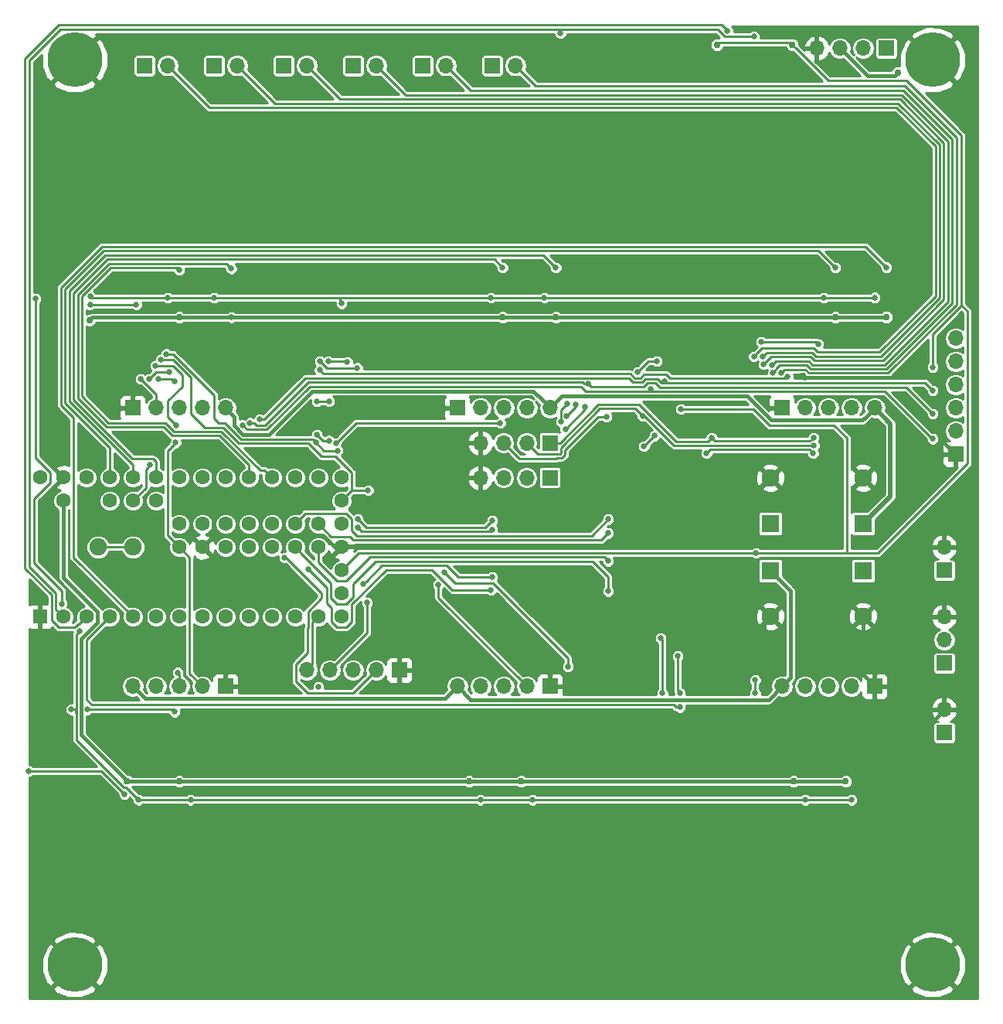
<source format=gbr>
G04 #@! TF.GenerationSoftware,KiCad,Pcbnew,(5.0.1)-3*
G04 #@! TF.CreationDate,2019-05-30T19:07:57-06:00*
G04 #@! TF.ProjectId,oMIDItone V2,6F4D494449746F6E652056322E6B6963,rev?*
G04 #@! TF.SameCoordinates,Original*
G04 #@! TF.FileFunction,Copper,L2,Bot,Signal*
G04 #@! TF.FilePolarity,Positive*
%FSLAX46Y46*%
G04 Gerber Fmt 4.6, Leading zero omitted, Abs format (unit mm)*
G04 Created by KiCad (PCBNEW (5.0.1)-3) date 2019-05-30 7:07:57 PM*
%MOMM*%
%LPD*%
G01*
G04 APERTURE LIST*
G04 #@! TA.AperFunction,ComponentPad*
%ADD10C,0.800000*%
G04 #@! TD*
G04 #@! TA.AperFunction,ComponentPad*
%ADD11C,6.000000*%
G04 #@! TD*
G04 #@! TA.AperFunction,ComponentPad*
%ADD12O,1.700000X1.700000*%
G04 #@! TD*
G04 #@! TA.AperFunction,ComponentPad*
%ADD13R,1.700000X1.700000*%
G04 #@! TD*
G04 #@! TA.AperFunction,ComponentPad*
%ADD14C,1.900000*%
G04 #@! TD*
G04 #@! TA.AperFunction,ComponentPad*
%ADD15C,1.600000*%
G04 #@! TD*
G04 #@! TA.AperFunction,ComponentPad*
%ADD16R,1.600000X1.600000*%
G04 #@! TD*
G04 #@! TA.AperFunction,ComponentPad*
%ADD17C,1.930400*%
G04 #@! TD*
G04 #@! TA.AperFunction,ComponentPad*
%ADD18R,1.930400X1.930400*%
G04 #@! TD*
G04 #@! TA.AperFunction,ViaPad*
%ADD19C,0.762000*%
G04 #@! TD*
G04 #@! TA.AperFunction,ViaPad*
%ADD20C,0.635000*%
G04 #@! TD*
G04 #@! TA.AperFunction,Conductor*
%ADD21C,0.381000*%
G04 #@! TD*
G04 #@! TA.AperFunction,Conductor*
%ADD22C,0.508000*%
G04 #@! TD*
G04 #@! TA.AperFunction,Conductor*
%ADD23C,0.254000*%
G04 #@! TD*
G04 APERTURE END LIST*
D10*
G04 #@! TO.P,H4,1*
G04 #@! TO.N,GND*
X138750990Y-150809010D03*
X137160000Y-150150000D03*
X135569010Y-150809010D03*
X134910000Y-152400000D03*
X135569010Y-153990990D03*
X137160000Y-154650000D03*
X138750990Y-153990990D03*
X139410000Y-152400000D03*
D11*
X137160000Y-152400000D03*
G04 #@! TD*
D10*
G04 #@! TO.P,H3,1*
G04 #@! TO.N,GND*
X44770990Y-150809010D03*
X43180000Y-150150000D03*
X41589010Y-150809010D03*
X40930000Y-152400000D03*
X41589010Y-153990990D03*
X43180000Y-154650000D03*
X44770990Y-153990990D03*
X45430000Y-152400000D03*
D11*
X43180000Y-152400000D03*
G04 #@! TD*
D10*
G04 #@! TO.P,H2,1*
G04 #@! TO.N,GND*
X135569010Y-54930990D03*
X137160000Y-55590000D03*
X138750990Y-54930990D03*
X139410000Y-53340000D03*
X138750990Y-51749010D03*
X137160000Y-51090000D03*
X135569010Y-51749010D03*
X134910000Y-53340000D03*
D11*
X137160000Y-53340000D03*
G04 #@! TD*
D10*
G04 #@! TO.P,H1,1*
G04 #@! TO.N,GND*
X41589010Y-54930990D03*
X43180000Y-55590000D03*
X44770990Y-54930990D03*
X45430000Y-53340000D03*
X44770990Y-51749010D03*
X43180000Y-51090000D03*
X41589010Y-51749010D03*
X40930000Y-53340000D03*
D11*
X43180000Y-53340000D03*
G04 #@! TD*
D12*
G04 #@! TO.P,J8,5*
G04 #@! TO.N,MOSI*
X68580000Y-120142000D03*
G04 #@! TO.P,J8,4*
G04 #@! TO.N,MISO*
X71120000Y-120142000D03*
G04 #@! TO.P,J8,3*
G04 #@! TO.N,SCK*
X73660000Y-120142000D03*
G04 #@! TO.P,J8,2*
G04 #@! TO.N,+3V3*
X76200000Y-120142000D03*
D13*
G04 #@! TO.P,J8,1*
G04 #@! TO.N,GND*
X78740000Y-120142000D03*
G04 #@! TD*
D14*
G04 #@! TO.P,U1,52*
G04 #@! TO.N,Net-(U1-Pad52)*
X45720000Y-106680000D03*
X49530000Y-106680000D03*
D15*
G04 #@! TO.P,U1,51*
G04 #@! TO.N,A13*
X54610000Y-104140000D03*
G04 #@! TO.P,U1,50*
G04 #@! TO.N,+3V3*
X57150000Y-104140000D03*
G04 #@! TO.P,U1,49*
G04 #@! TO.N,D33*
X59690000Y-104140000D03*
G04 #@! TO.P,U1,48*
G04 #@! TO.N,D32*
X62230000Y-104140000D03*
G04 #@! TO.P,U1,47*
G04 #@! TO.N,D31*
X64770000Y-104140000D03*
G04 #@! TO.P,U1,46*
G04 #@! TO.N,D30*
X67310000Y-104140000D03*
G04 #@! TO.P,U1,45*
G04 #@! TO.N,D29*
X69850000Y-104140000D03*
G04 #@! TO.P,U1,44*
G04 #@! TO.N,D28*
X69850000Y-106680000D03*
G04 #@! TO.P,U1,43*
G04 #@! TO.N,D27*
X67310000Y-106680000D03*
G04 #@! TO.P,U1,42*
G04 #@! TO.N,D26*
X64770000Y-106680000D03*
G04 #@! TO.P,U1,41*
G04 #@! TO.N,D25*
X62230000Y-106680000D03*
G04 #@! TO.P,U1,40*
G04 #@! TO.N,D24*
X59690000Y-106680000D03*
G04 #@! TO.P,U1,39*
G04 #@! TO.N,GND*
X57150000Y-106680000D03*
G04 #@! TO.P,U1,38*
G04 #@! TO.N,A12*
X54610000Y-106680000D03*
D16*
G04 #@! TO.P,U1,1*
G04 #@! TO.N,GND*
X39370000Y-114300000D03*
D15*
G04 #@! TO.P,U1,2*
G04 #@! TO.N,D00*
X41910000Y-114300000D03*
G04 #@! TO.P,U1,3*
G04 #@! TO.N,D01*
X44450000Y-114300000D03*
G04 #@! TO.P,U1,4*
G04 #@! TO.N,D02*
X46990000Y-114300000D03*
G04 #@! TO.P,U1,5*
G04 #@! TO.N,D03*
X49530000Y-114300000D03*
G04 #@! TO.P,U1,6*
G04 #@! TO.N,D04*
X52070000Y-114300000D03*
G04 #@! TO.P,U1,7*
G04 #@! TO.N,D05*
X54610000Y-114300000D03*
G04 #@! TO.P,U1,8*
G04 #@! TO.N,D06*
X57150000Y-114300000D03*
G04 #@! TO.P,U1,9*
G04 #@! TO.N,D07*
X59690000Y-114300000D03*
G04 #@! TO.P,U1,10*
G04 #@! TO.N,D08*
X62230000Y-114300000D03*
G04 #@! TO.P,U1,11*
G04 #@! TO.N,D09*
X64770000Y-114300000D03*
G04 #@! TO.P,U1,12*
G04 #@! TO.N,D10*
X67310000Y-114300000D03*
G04 #@! TO.P,U1,13*
G04 #@! TO.N,MOSI*
X69850000Y-114300000D03*
G04 #@! TO.P,U1,37*
G04 #@! TO.N,A11*
X52070000Y-101600000D03*
G04 #@! TO.P,U1,36*
G04 #@! TO.N,A10*
X49530000Y-101600000D03*
G04 #@! TO.P,U1,35*
G04 #@! TO.N,Net-(U1-Pad35)*
X46990000Y-101600000D03*
G04 #@! TO.P,U1,34*
G04 #@! TO.N,+5V*
X41910000Y-101600000D03*
G04 #@! TO.P,U1,33*
X39370000Y-99060000D03*
G04 #@! TO.P,U1,32*
G04 #@! TO.N,GND*
X41910000Y-99060000D03*
G04 #@! TO.P,U1,31*
G04 #@! TO.N,+3V3*
X44450000Y-99060000D03*
G04 #@! TO.P,U1,30*
G04 #@! TO.N,D23*
X46990000Y-99060000D03*
G04 #@! TO.P,U1,29*
G04 #@! TO.N,D22*
X49530000Y-99060000D03*
G04 #@! TO.P,U1,28*
G04 #@! TO.N,D21*
X52070000Y-99060000D03*
G04 #@! TO.P,U1,27*
G04 #@! TO.N,OE*
X54610000Y-99060000D03*
G04 #@! TO.P,U1,26*
G04 #@! TO.N,SCL*
X57150000Y-99060000D03*
G04 #@! TO.P,U1,25*
G04 #@! TO.N,SDA*
X59690000Y-99060000D03*
G04 #@! TO.P,U1,24*
G04 #@! TO.N,D17*
X62230000Y-99060000D03*
G04 #@! TO.P,U1,23*
G04 #@! TO.N,D16*
X64770000Y-99060000D03*
G04 #@! TO.P,U1,22*
G04 #@! TO.N,D15*
X67310000Y-99060000D03*
G04 #@! TO.P,U1,21*
G04 #@! TO.N,A0*
X69850000Y-99060000D03*
G04 #@! TO.P,U1,14*
G04 #@! TO.N,MISO*
X72390000Y-114300000D03*
G04 #@! TO.P,U1,15*
G04 #@! TO.N,Net-(U1-Pad15)*
X72390000Y-111760000D03*
G04 #@! TO.P,U1,16*
G04 #@! TO.N,+3V3*
X72390000Y-109220000D03*
G04 #@! TO.P,U1,20*
G04 #@! TO.N,SCK*
X72390000Y-99060000D03*
G04 #@! TO.P,U1,19*
G04 #@! TO.N,A14*
X72390000Y-101600000D03*
G04 #@! TO.P,U1,18*
G04 #@! TO.N,Net-(U1-Pad18)*
X72390000Y-104140000D03*
G04 #@! TO.P,U1,17*
G04 #@! TO.N,GND*
X72390000Y-106680000D03*
G04 #@! TD*
D17*
G04 #@! TO.P,C1,-*
G04 #@! TO.N,GND*
X119380000Y-99100640D03*
D18*
G04 #@! TO.P,C1,+*
G04 #@! TO.N,+VDC*
X119380000Y-104099360D03*
G04 #@! TD*
D17*
G04 #@! TO.P,C2,-*
G04 #@! TO.N,GND*
X119380000Y-114259360D03*
D18*
G04 #@! TO.P,C2,+*
G04 #@! TO.N,+VDC*
X119380000Y-109260640D03*
G04 #@! TD*
D17*
G04 #@! TO.P,C3,-*
G04 #@! TO.N,GND*
X129540000Y-99100640D03*
D18*
G04 #@! TO.P,C3,+*
G04 #@! TO.N,+VDC*
X129540000Y-104099360D03*
G04 #@! TD*
D17*
G04 #@! TO.P,C4,-*
G04 #@! TO.N,GND*
X129540000Y-114259360D03*
D18*
G04 #@! TO.P,C4,+*
G04 #@! TO.N,+VDC*
X129540000Y-109260640D03*
G04 #@! TD*
D12*
G04 #@! TO.P,J1,3*
G04 #@! TO.N,GND*
X138430000Y-114300000D03*
G04 #@! TO.P,J1,2*
G04 #@! TO.N,5v_D02*
X138430000Y-116840000D03*
D13*
G04 #@! TO.P,J1,1*
G04 #@! TO.N,VLED*
X138430000Y-119380000D03*
G04 #@! TD*
D12*
G04 #@! TO.P,J3,4*
G04 #@! TO.N,GND*
X124460000Y-52070000D03*
G04 #@! TO.P,J3,3*
G04 #@! TO.N,+5V*
X127000000Y-52070000D03*
G04 #@! TO.P,J3,2*
G04 #@! TO.N,5v_D00*
X129540000Y-52070000D03*
D13*
G04 #@! TO.P,J3,1*
G04 #@! TO.N,5v_D01*
X132080000Y-52070000D03*
G04 #@! TD*
D12*
G04 #@! TO.P,J6,6*
G04 #@! TO.N,Net-(J6-Pad6)*
X139700000Y-83820000D03*
G04 #@! TO.P,J6,5*
G04 #@! TO.N,Net-(J6-Pad5)*
X139700000Y-86360000D03*
G04 #@! TO.P,J6,4*
G04 #@! TO.N,Net-(J6-Pad4)*
X139700000Y-88900000D03*
G04 #@! TO.P,J6,3*
G04 #@! TO.N,Net-(J6-Pad3)*
X139700000Y-91440000D03*
G04 #@! TO.P,J6,2*
G04 #@! TO.N,Net-(J6-Pad2)*
X139700000Y-93980000D03*
D13*
G04 #@! TO.P,J6,1*
G04 #@! TO.N,GND*
X139700000Y-96520000D03*
G04 #@! TD*
D12*
G04 #@! TO.P,J7,4*
G04 #@! TO.N,GND*
X87602921Y-95261064D03*
G04 #@! TO.P,J7,3*
G04 #@! TO.N,+5V*
X90142921Y-95261064D03*
G04 #@! TO.P,J7,2*
G04 #@! TO.N,5v_SCL*
X92682921Y-95261064D03*
D13*
G04 #@! TO.P,J7,1*
G04 #@! TO.N,5v_SDA*
X95222921Y-95261064D03*
G04 #@! TD*
D12*
G04 #@! TO.P,OM1,5*
G04 #@! TO.N,+VDC*
X59690000Y-91440000D03*
G04 #@! TO.P,OM1,4*
G04 #@! TO.N,Net-(OM1-Pad4)*
X57150000Y-91440000D03*
G04 #@! TO.P,OM1,3*
G04 #@! TO.N,Net-(OM1-Pad3)*
X54610000Y-91440000D03*
G04 #@! TO.P,OM1,2*
G04 #@! TO.N,A10*
X52070000Y-91440000D03*
D13*
G04 #@! TO.P,OM1,1*
G04 #@! TO.N,GND*
X49530000Y-91440000D03*
G04 #@! TD*
D12*
G04 #@! TO.P,OM2,5*
G04 #@! TO.N,+VDC*
X95250000Y-91440000D03*
G04 #@! TO.P,OM2,4*
G04 #@! TO.N,Net-(OM2-Pad4)*
X92710000Y-91440000D03*
G04 #@! TO.P,OM2,3*
G04 #@! TO.N,Net-(OM2-Pad3)*
X90170000Y-91440000D03*
G04 #@! TO.P,OM2,2*
G04 #@! TO.N,A11*
X87630000Y-91440000D03*
D13*
G04 #@! TO.P,OM2,1*
G04 #@! TO.N,GND*
X85090000Y-91440000D03*
G04 #@! TD*
D12*
G04 #@! TO.P,OM3,5*
G04 #@! TO.N,+VDC*
X130810000Y-91440000D03*
G04 #@! TO.P,OM3,4*
G04 #@! TO.N,Net-(OM3-Pad4)*
X128270000Y-91440000D03*
G04 #@! TO.P,OM3,3*
G04 #@! TO.N,Net-(OM3-Pad3)*
X125730000Y-91440000D03*
G04 #@! TO.P,OM3,2*
G04 #@! TO.N,A13*
X123190000Y-91440000D03*
D13*
G04 #@! TO.P,OM3,1*
G04 #@! TO.N,GND*
X120650000Y-91440000D03*
G04 #@! TD*
D12*
G04 #@! TO.P,OM4,5*
G04 #@! TO.N,+VDC*
X49530000Y-121920000D03*
G04 #@! TO.P,OM4,4*
G04 #@! TO.N,Net-(OM4-Pad4)*
X52070000Y-121920000D03*
G04 #@! TO.P,OM4,3*
G04 #@! TO.N,Net-(OM4-Pad3)*
X54610000Y-121920000D03*
G04 #@! TO.P,OM4,2*
G04 #@! TO.N,A12*
X57150000Y-121920000D03*
D13*
G04 #@! TO.P,OM4,1*
G04 #@! TO.N,GND*
X59690000Y-121920000D03*
G04 #@! TD*
D12*
G04 #@! TO.P,OM5,5*
G04 #@! TO.N,+VDC*
X85090000Y-121920000D03*
G04 #@! TO.P,OM5,4*
G04 #@! TO.N,Net-(OM5-Pad4)*
X87630000Y-121920000D03*
G04 #@! TO.P,OM5,3*
G04 #@! TO.N,Net-(OM5-Pad3)*
X90170000Y-121920000D03*
G04 #@! TO.P,OM5,2*
G04 #@! TO.N,A14*
X92710000Y-121920000D03*
D13*
G04 #@! TO.P,OM5,1*
G04 #@! TO.N,GND*
X95250000Y-121920000D03*
G04 #@! TD*
D12*
G04 #@! TO.P,OM6,5*
G04 #@! TO.N,+VDC*
X120650000Y-121920000D03*
G04 #@! TO.P,OM6,4*
G04 #@! TO.N,Net-(OM6-Pad4)*
X123190000Y-121920000D03*
G04 #@! TO.P,OM6,3*
G04 #@! TO.N,Net-(OM6-Pad3)*
X125730000Y-121920000D03*
G04 #@! TO.P,OM6,2*
G04 #@! TO.N,A0*
X128270000Y-121920000D03*
D13*
G04 #@! TO.P,OM6,1*
G04 #@! TO.N,GND*
X130810000Y-121920000D03*
G04 #@! TD*
D12*
G04 #@! TO.P,J2,2*
G04 #@! TO.N,GND*
X138430000Y-124460000D03*
D13*
G04 #@! TO.P,J2,1*
G04 #@! TO.N,VLED*
X138430000Y-127000000D03*
G04 #@! TD*
D12*
G04 #@! TO.P,J4,2*
G04 #@! TO.N,GND*
X138430000Y-106680000D03*
D13*
G04 #@! TO.P,J4,1*
G04 #@! TO.N,+VDC*
X138430000Y-109220000D03*
G04 #@! TD*
D12*
G04 #@! TO.P,S1,2*
G04 #@! TO.N,Net-(S1-Pad2)*
X53340000Y-53975000D03*
D13*
G04 #@! TO.P,S1,1*
G04 #@! TO.N,A10*
X50800000Y-53975000D03*
G04 #@! TD*
D12*
G04 #@! TO.P,S2,2*
G04 #@! TO.N,Net-(S2-Pad2)*
X60960000Y-53975000D03*
D13*
G04 #@! TO.P,S2,1*
G04 #@! TO.N,A11*
X58420000Y-53975000D03*
G04 #@! TD*
D12*
G04 #@! TO.P,S3,2*
G04 #@! TO.N,Net-(S3-Pad2)*
X68580000Y-53975000D03*
D13*
G04 #@! TO.P,S3,1*
G04 #@! TO.N,A13*
X66040000Y-53975000D03*
G04 #@! TD*
D12*
G04 #@! TO.P,S4,2*
G04 #@! TO.N,Net-(S4-Pad2)*
X76200000Y-53975000D03*
D13*
G04 #@! TO.P,S4,1*
G04 #@! TO.N,A12*
X73660000Y-53975000D03*
G04 #@! TD*
D12*
G04 #@! TO.P,S5,2*
G04 #@! TO.N,Net-(S5-Pad2)*
X83820000Y-53975000D03*
D13*
G04 #@! TO.P,S5,1*
G04 #@! TO.N,A14*
X81280000Y-53975000D03*
G04 #@! TD*
D12*
G04 #@! TO.P,S6,2*
G04 #@! TO.N,Net-(S6-Pad2)*
X91440000Y-53975000D03*
D13*
G04 #@! TO.P,S6,1*
G04 #@! TO.N,A0*
X88900000Y-53975000D03*
G04 #@! TD*
D12*
G04 #@! TO.P,J5,4*
G04 #@! TO.N,GND*
X87602921Y-99078767D03*
G04 #@! TO.P,J5,3*
G04 #@! TO.N,+3V3*
X90142921Y-99078767D03*
G04 #@! TO.P,J5,2*
G04 #@! TO.N,SCL*
X92682921Y-99078767D03*
D13*
G04 #@! TO.P,J5,1*
G04 #@! TO.N,SDA*
X95222921Y-99078767D03*
G04 #@! TD*
D19*
G04 #@! TO.N,GND*
X118745000Y-121920000D03*
X139700000Y-137922000D03*
X84328000Y-118872000D03*
X40640000Y-107188000D03*
X43815000Y-110363000D03*
X51054000Y-110109000D03*
X79883000Y-52324000D03*
X87566499Y-52070000D03*
X72326499Y-52324000D03*
X64643000Y-52324000D03*
X57023000Y-52451000D03*
X49466499Y-52451000D03*
X60833000Y-97409000D03*
X64643000Y-96393000D03*
X118999000Y-82804000D03*
X83820000Y-82804000D03*
X64770000Y-82804000D03*
X61976000Y-85217000D03*
X46990000Y-103632000D03*
X49784000Y-126873000D03*
X131445000Y-137922000D03*
X125730002Y-137922000D03*
X95885000Y-137922000D03*
X90170000Y-137922000D03*
X58420000Y-137922000D03*
X40944738Y-88706088D03*
X134124710Y-74766847D03*
X132461000Y-74766847D03*
X52705000Y-137515579D03*
X122905878Y-87960156D03*
X130810000Y-80518000D03*
X55499000Y-96012000D03*
X52832000Y-95250000D03*
X91371402Y-118813598D03*
X82169000Y-106603843D03*
X100076000Y-111506000D03*
X99822000Y-109220000D03*
X107861122Y-106591122D03*
X72390000Y-117348000D03*
X93853000Y-85979000D03*
X94592008Y-106603843D03*
X61625498Y-90327498D03*
D20*
G04 #@! TO.N,OE*
X61558508Y-93309530D03*
X106299000Y-89364162D03*
X106680000Y-94488000D03*
X105537004Y-95631000D03*
X137160000Y-94818200D03*
G04 #@! TO.N,SCL*
X62362045Y-93070937D03*
X99085412Y-91321766D03*
X99441000Y-88813066D03*
X137160000Y-92062290D03*
X96916550Y-93745594D03*
G04 #@! TO.N,SDA*
X63432786Y-92697235D03*
X107820238Y-88543239D03*
X98044000Y-91059000D03*
X104823666Y-87515710D03*
X106946710Y-86332846D03*
X137160000Y-89522290D03*
X97077911Y-92315945D03*
D19*
G04 #@! TO.N,+3V3*
X113538000Y-51689000D03*
X121793000Y-51689000D03*
D20*
X109601000Y-91567000D03*
X97083652Y-90967628D03*
X117800578Y-107315000D03*
X66167000Y-107823000D03*
X137160000Y-86982290D03*
X96469204Y-92964000D03*
G04 #@! TO.N,D00*
X96393000Y-50419000D03*
X117576600Y-50800000D03*
G04 #@! TO.N,D01*
X114681000Y-50152290D03*
D19*
G04 #@! TO.N,+5V*
X54610000Y-132334000D03*
X86359998Y-132334000D03*
X92075000Y-132333994D03*
X127635000Y-132334002D03*
X121920000Y-132334000D03*
X44805524Y-81818877D03*
X132080000Y-81497851D03*
X126492000Y-81534000D03*
X95885000Y-81533992D03*
X90043000Y-81534000D03*
D20*
X60324992Y-81534000D03*
D19*
X54610000Y-81534000D03*
X133350000Y-54737000D03*
D20*
X101420061Y-92408941D03*
X107569000Y-122682000D03*
X107345156Y-116643158D03*
D19*
X48895000Y-132275598D03*
D20*
G04 #@! TO.N,D02*
X109220000Y-118618000D03*
X109474000Y-122682000D03*
X109474000Y-124206000D03*
G04 #@! TO.N,A10*
X50393194Y-88263804D03*
X51422290Y-97663000D03*
G04 #@! TO.N,A11*
X51309196Y-88263804D03*
X53493455Y-87477622D03*
X74124349Y-87060443D03*
X70022728Y-86331130D03*
G04 #@! TO.N,A12*
X54254093Y-93319907D03*
X52000716Y-86813702D03*
X54229000Y-95249996D03*
G04 #@! TO.N,A13*
X52292472Y-88253262D03*
X54094378Y-88545534D03*
X121272290Y-88023656D03*
X70001430Y-87268430D03*
G04 #@! TO.N,A14*
X52574961Y-86165992D03*
X75311000Y-100456994D03*
X83000848Y-110801152D03*
G04 #@! TO.N,A0*
X53194829Y-85518282D03*
X69584717Y-95211715D03*
X83693000Y-109474000D03*
X97191764Y-119765823D03*
X71952090Y-96104855D03*
G04 #@! TO.N,SCK*
X55860040Y-134366000D03*
X50164988Y-134366000D03*
X87610010Y-134366000D03*
X93324994Y-134366000D03*
X123190000Y-134366002D03*
X128270000Y-134366000D03*
X38874728Y-79502018D03*
X125222000Y-79375000D03*
X94614994Y-79375000D03*
X88773000Y-79375000D03*
X44856322Y-79248000D03*
X130810000Y-79338847D03*
X58420000Y-79375000D03*
X53340000Y-79375000D03*
X72390030Y-80010000D03*
X54102000Y-124714000D03*
X44577000Y-124459992D03*
X42799000Y-124460000D03*
X43673926Y-115873874D03*
X41757600Y-112903000D03*
G04 #@! TO.N,D15*
X69709417Y-94368704D03*
X71004837Y-95006968D03*
G04 #@! TO.N,D16*
X54610000Y-76327000D03*
G04 #@! TO.N,D17*
X60325000Y-76200000D03*
G04 #@! TO.N,D21*
X90043000Y-76073000D03*
G04 #@! TO.N,D22*
X95885000Y-76073000D03*
G04 #@! TO.N,D23*
X126492000Y-76073000D03*
G04 #@! TO.N,MOSI*
X38100000Y-131191000D03*
X69849998Y-121996210D03*
X44856322Y-80136992D03*
X49911000Y-80137000D03*
X48594771Y-133711784D03*
G04 #@! TO.N,D03*
X132080000Y-76036847D03*
G04 #@! TO.N,D25*
X88773000Y-111379006D03*
X68770607Y-109118411D03*
G04 #@! TO.N,D26*
X88900000Y-109982000D03*
X74789499Y-110730499D03*
G04 #@! TO.N,D27*
X101600000Y-111506000D03*
G04 #@! TO.N,D28*
X101600000Y-108204000D03*
G04 #@! TO.N,D29*
X101612710Y-105156026D03*
G04 #@! TO.N,D30*
X101600000Y-103632000D03*
G04 #@! TO.N,D31*
X88900000Y-104775000D03*
X74166587Y-104527210D03*
G04 #@! TO.N,D32*
X88900000Y-103759000D03*
X74174174Y-103618795D03*
G04 #@! TO.N,Net-(U13-Pad5)*
X117729000Y-122682000D03*
X117729000Y-121233122D03*
G04 #@! TO.N,Net-(U10-Pad5)*
X118364000Y-84201000D03*
X124656868Y-84450771D03*
G04 #@! TO.N,Net-(S1-Pad2)*
X117576600Y-85813921D03*
G04 #@! TO.N,Net-(S2-Pad2)*
X118567200Y-85813921D03*
G04 #@! TO.N,Net-(S3-Pad2)*
X118662974Y-86665396D03*
G04 #@! TO.N,Net-(S4-Pad2)*
X119548883Y-86708327D03*
G04 #@! TO.N,Net-(S5-Pad2)*
X119667380Y-87561442D03*
G04 #@! TO.N,Net-(S6-Pad2)*
X120578434Y-87553377D03*
G04 #@! TO.N,5v_SDA*
X112928400Y-94716600D03*
X124111458Y-94684418D03*
G04 #@! TO.N,5v_OE*
X112395000Y-96393000D03*
X124078772Y-96395633D03*
G04 #@! TO.N,5v_SCL*
X105396499Y-92342501D03*
X124155238Y-95556098D03*
G04 #@! TO.N,Net-(OM1-Pad3)*
X71004837Y-90733565D03*
X69697600Y-90728800D03*
G04 #@! TO.N,Net-(OM4-Pad3)*
X54438730Y-120408710D03*
G04 #@! TO.N,Net-(U2-Pad8)*
X70942200Y-86334600D03*
X73030416Y-86416941D03*
G04 #@! TO.N,Net-(U2-Pad6)*
X89789000Y-93091000D03*
X71796945Y-95281126D03*
G04 #@! TO.N,MISO*
X75184000Y-112776000D03*
G04 #@! TD*
D21*
G04 #@! TO.N,GND*
X118745000Y-114894360D02*
X119380000Y-114259360D01*
X118745000Y-121920000D02*
X118745000Y-114894360D01*
X57949999Y-105880001D02*
X57150000Y-106680000D01*
X58343701Y-105486299D02*
X57949999Y-105880001D01*
X50876299Y-110825516D02*
X50876299Y-117297299D01*
X51054000Y-110109000D02*
X51054000Y-110647815D01*
X51054000Y-110647815D02*
X50876299Y-110825516D01*
X58343701Y-105486299D02*
X58343701Y-101904701D01*
X57150000Y-106680000D02*
X58343701Y-105486299D01*
X58343701Y-101904701D02*
X58343701Y-97840701D01*
X58343701Y-97840701D02*
X56515000Y-96012000D01*
X56515000Y-96012000D02*
X59436000Y-96012000D01*
X59436000Y-96012000D02*
X60833000Y-97409000D01*
X118999000Y-82804000D02*
X83820000Y-82804000D01*
X83820000Y-82804000D02*
X64770000Y-82804000D01*
X64770000Y-82804000D02*
X64389000Y-82804000D01*
X64389000Y-82804000D02*
X61976000Y-85217000D01*
X51434999Y-109728001D02*
X51434999Y-104520999D01*
X51054000Y-110109000D02*
X51434999Y-109728001D01*
X51434999Y-104520999D02*
X50546000Y-103632000D01*
X50546000Y-103632000D02*
X46990000Y-103632000D01*
X139700000Y-137922000D02*
X131445000Y-137922000D01*
X131445000Y-137922000D02*
X126365002Y-137922000D01*
X95885000Y-137922000D02*
X126365002Y-137922000D01*
X40944738Y-89244903D02*
X40944738Y-88706088D01*
X41910000Y-99060000D02*
X40944738Y-98094738D01*
X40944738Y-98094738D02*
X40944738Y-89244903D01*
X134124710Y-74766847D02*
X132461000Y-74766847D01*
X118999000Y-82804000D02*
X132461000Y-82804000D01*
X134124710Y-75305662D02*
X134124710Y-74766847D01*
X134124710Y-81140290D02*
X134124710Y-75305662D01*
X132461000Y-82767847D02*
X132497153Y-82767847D01*
X132497153Y-82767847D02*
X134124710Y-81140290D01*
X53111421Y-137922000D02*
X53085999Y-137896578D01*
X53085999Y-137896578D02*
X52705000Y-137515579D01*
X95885000Y-137922000D02*
X53111421Y-137922000D01*
X52451000Y-129540000D02*
X49784000Y-126873000D01*
X137490201Y-125399799D02*
X133350000Y-129540000D01*
X138430000Y-124460000D02*
X137490201Y-125399799D01*
X133350000Y-129540000D02*
X52451000Y-129540000D01*
X134124710Y-74766847D02*
X134124710Y-77203290D01*
X134124710Y-77203290D02*
X130810000Y-80518000D01*
X56515000Y-96012000D02*
X55499000Y-96012000D01*
X122905878Y-87960156D02*
X123096377Y-88150655D01*
X139700000Y-96520000D02*
X138049000Y-94869000D01*
X138049000Y-94869000D02*
X138049000Y-89281000D01*
X138049000Y-89281000D02*
X136906000Y-88138000D01*
X136906000Y-88138000D02*
X123063000Y-88138000D01*
X129540000Y-120650000D02*
X130810000Y-121920000D01*
X129540000Y-114259360D02*
X129540000Y-120650000D01*
D22*
X119380000Y-99100640D02*
X114988350Y-103492290D01*
D21*
X93374598Y-118813598D02*
X91910217Y-118813598D01*
X95250000Y-120689000D02*
X93374598Y-118813598D01*
X91910217Y-118813598D02*
X91371402Y-118813598D01*
X95250000Y-121920000D02*
X95250000Y-120689000D01*
X72390000Y-106680000D02*
X71653604Y-106680000D01*
X70459903Y-105486299D02*
X58343701Y-105486299D01*
X71653604Y-106680000D02*
X70459903Y-105486299D01*
D22*
X93277458Y-106603843D02*
X82169000Y-106603843D01*
X93290179Y-106591122D02*
X93277458Y-106603843D01*
X72466157Y-106603843D02*
X82169000Y-106603843D01*
X72390000Y-106680000D02*
X72466157Y-106603843D01*
X100076000Y-109474000D02*
X99822000Y-109220000D01*
X100076000Y-111506000D02*
X100076000Y-109474000D01*
X107861122Y-106591122D02*
X93290179Y-106591122D01*
X83820000Y-82804000D02*
X90678000Y-82804000D01*
X90678000Y-82804000D02*
X93853000Y-85979000D01*
X111889518Y-106591122D02*
X107861122Y-106591122D01*
X114975640Y-103505000D02*
X111889518Y-106591122D01*
D21*
X61976000Y-85217000D02*
X61976000Y-89976996D01*
X61976000Y-89976996D02*
X61625498Y-90327498D01*
D23*
G04 #@! TO.N,OE*
X106369452Y-89364162D02*
X106299000Y-89364162D01*
X106584127Y-89649289D02*
X106680000Y-89649289D01*
X106299000Y-89364162D02*
X106584127Y-89649289D01*
X99174289Y-89649289D02*
X106680000Y-89649289D01*
X98604778Y-89079778D02*
X99174289Y-89649289D01*
X68931408Y-89079778D02*
X98604778Y-89079778D01*
X64209031Y-93802155D02*
X68931408Y-89079778D01*
X61558508Y-93309530D02*
X62051133Y-93802155D01*
X62051133Y-93802155D02*
X64209031Y-93802155D01*
X106680000Y-94488000D02*
X105537004Y-95630996D01*
X105537004Y-95630996D02*
X105537004Y-95631000D01*
X137096502Y-94818200D02*
X137160000Y-94818200D01*
X106680000Y-89649289D02*
X131927591Y-89649289D01*
X131927591Y-89649289D02*
X137096502Y-94818200D01*
G04 #@! TO.N,SCL*
X98991988Y-88813066D02*
X99441000Y-88813066D01*
X98801489Y-88622567D02*
X98991988Y-88813066D01*
X68742026Y-88622567D02*
X98801489Y-88622567D01*
X63085065Y-93344945D02*
X64019648Y-93344945D01*
X64019648Y-93344945D02*
X68742026Y-88622567D01*
X62811057Y-93070937D02*
X63085065Y-93344945D01*
X62362045Y-93070937D02*
X62811057Y-93070937D01*
X105460596Y-89130565D02*
X105894327Y-88696834D01*
X107295676Y-89192078D02*
X134289788Y-89192078D01*
X134289788Y-89192078D02*
X136842501Y-91744791D01*
X99758499Y-89130565D02*
X105460596Y-89130565D01*
X136842501Y-91744791D02*
X137160000Y-92062290D01*
X105894327Y-88696834D02*
X106800432Y-88696834D01*
X99441000Y-88813066D02*
X99758499Y-89130565D01*
X106800432Y-88696834D02*
X107295676Y-89192078D01*
X99085412Y-91576732D02*
X96916550Y-93745594D01*
X99085412Y-91321766D02*
X99085412Y-91576732D01*
G04 #@! TO.N,SDA*
X108331000Y-88671377D02*
X107948376Y-88671377D01*
X107948376Y-88671377D02*
X107820238Y-88543239D01*
X107950000Y-88620631D02*
X107872608Y-88543239D01*
X107872608Y-88543239D02*
X107820238Y-88543239D01*
X104823666Y-87515710D02*
X106006530Y-86332846D01*
X106497698Y-86332846D02*
X106946710Y-86332846D01*
X106006530Y-86332846D02*
X106497698Y-86332846D01*
X136309087Y-88671377D02*
X136842501Y-89204791D01*
X108331000Y-88671377D02*
X136309087Y-88671377D01*
X136842501Y-89204791D02*
X137160000Y-89522290D01*
X63919165Y-92697235D02*
X63432786Y-92697235D01*
X68451044Y-88165356D02*
X63919165Y-92697235D01*
X103868119Y-88165356D02*
X68451044Y-88165356D01*
X107467377Y-88671377D02*
X107035623Y-88239623D01*
X108331000Y-88671377D02*
X107467377Y-88671377D01*
X107035623Y-88239623D02*
X105704946Y-88239623D01*
X105704946Y-88239623D02*
X105323946Y-88620623D01*
X105323946Y-88620623D02*
X104323386Y-88620623D01*
X104323386Y-88620623D02*
X103868119Y-88165356D01*
X98044000Y-91349856D02*
X97077911Y-92315945D01*
X98044000Y-91059000D02*
X98044000Y-91349856D01*
G04 #@! TO.N,+3V3*
X118249590Y-107315000D02*
X117800578Y-107315000D01*
X131191000Y-107315000D02*
X118249590Y-107315000D01*
X127762000Y-107315000D02*
X131191000Y-107315000D01*
X127762000Y-94742000D02*
X127762000Y-107315000D01*
X126365000Y-93345000D02*
X127762000Y-94742000D01*
X119278604Y-93345000D02*
X126365000Y-93345000D01*
X109601000Y-91567000D02*
X117500604Y-91567000D01*
X117500604Y-91567000D02*
X119278604Y-93345000D01*
X66294000Y-107823000D02*
X66167000Y-107823000D01*
X70231000Y-112246302D02*
X70231000Y-111760000D01*
X68719799Y-113757503D02*
X70231000Y-112246302D01*
X68719799Y-115557201D02*
X68719799Y-113757503D01*
X70231000Y-111760000D02*
X66294000Y-107823000D01*
X68707000Y-115570000D02*
X68719799Y-115557201D01*
X76200000Y-120142000D02*
X73660000Y-122682000D01*
X73660000Y-122682000D02*
X68707000Y-122682000D01*
X68707000Y-122682000D02*
X67399799Y-121374799D01*
X67399799Y-121374799D02*
X67399799Y-119544201D01*
X67399799Y-119544201D02*
X68707000Y-118237000D01*
X68707000Y-118237000D02*
X68707000Y-115570000D01*
X94933385Y-107315044D02*
X94933429Y-107315000D01*
X94933429Y-107315000D02*
X117351566Y-107315000D01*
X94250587Y-107315000D02*
X94250631Y-107315044D01*
X72390000Y-109220000D02*
X74294955Y-107315045D01*
X117351566Y-107315000D02*
X117800578Y-107315000D01*
X94250631Y-107315044D02*
X94933385Y-107315044D01*
X82510423Y-107315000D02*
X94250587Y-107315000D01*
X82510378Y-107315045D02*
X82510423Y-107315000D01*
X74294955Y-107315045D02*
X82510378Y-107315045D01*
X96430201Y-92924997D02*
X96469204Y-92964000D01*
X96430201Y-91621079D02*
X96430201Y-92924997D01*
X97083652Y-90967628D02*
X96430201Y-91621079D01*
X121564400Y-51460400D02*
X121793000Y-51689000D01*
X113538000Y-51689000D02*
X113766600Y-51460400D01*
X113766600Y-51460400D02*
X121564400Y-51460400D01*
X137160000Y-86533278D02*
X137160000Y-86982290D01*
X137160000Y-83388200D02*
X137160000Y-86533278D01*
X140335000Y-79959200D02*
X140335000Y-80213200D01*
X140335000Y-80213200D02*
X137160000Y-83388200D01*
X122173999Y-52069999D02*
X121793000Y-51689000D01*
X125730000Y-55626000D02*
X122173999Y-52069999D01*
X140970001Y-97535999D02*
X140970001Y-80848201D01*
X131191000Y-107315000D02*
X140970001Y-97535999D01*
X140970001Y-80848201D02*
X140335000Y-80213200D01*
X140335000Y-80213200D02*
X140335000Y-61631658D01*
X140335000Y-61631658D02*
X134329342Y-55626000D01*
X134329342Y-55626000D02*
X125730000Y-55626000D01*
D21*
G04 #@! TO.N,+VDC*
X50863501Y-123253501D02*
X83756499Y-123253501D01*
X49530000Y-121920000D02*
X50863501Y-123253501D01*
X86563202Y-123393202D02*
X85090000Y-121920000D01*
X120650000Y-121920000D02*
X119176798Y-123393202D01*
X119176798Y-123393202D02*
X86563202Y-123393202D01*
X83756499Y-123253501D02*
X85090000Y-121920000D01*
D22*
X132521125Y-101118235D02*
X129540000Y-104099360D01*
X132521125Y-93151125D02*
X130810000Y-91440000D01*
X132521125Y-101118235D02*
X132521125Y-93151125D01*
D21*
X129870201Y-92379799D02*
X130810000Y-91440000D01*
X116840000Y-90170000D02*
X119443501Y-92773501D01*
X96520000Y-90170000D02*
X116840000Y-90170000D01*
X95250000Y-91440000D02*
X96520000Y-90170000D01*
X129476499Y-92773501D02*
X129870201Y-92379799D01*
X119443501Y-92773501D02*
X129476499Y-92773501D01*
X93410488Y-89600488D02*
X94400001Y-90590001D01*
X61566041Y-94322867D02*
X64424717Y-94322865D01*
X60629799Y-92379799D02*
X60629799Y-93386625D01*
X64424717Y-94322865D02*
X69147094Y-89600488D01*
X59690000Y-91440000D02*
X60629799Y-92379799D01*
X60629799Y-93386625D02*
X61566041Y-94322867D01*
X69147094Y-89600488D02*
X93410488Y-89600488D01*
X94400001Y-90590001D02*
X95250000Y-91440000D01*
X121589799Y-111470439D02*
X119380000Y-109260640D01*
X120650000Y-121920000D02*
X121589799Y-120980201D01*
X121589799Y-120980201D02*
X121589799Y-111470439D01*
D23*
G04 #@! TO.N,D00*
X96393000Y-50419000D02*
X96393000Y-50009799D01*
X117127588Y-50800000D02*
X117576600Y-50800000D01*
X114401600Y-50800000D02*
X117127588Y-50800000D01*
X96393000Y-50009799D02*
X113611399Y-50009799D01*
X113611399Y-50009799D02*
X114401600Y-50800000D01*
X41581503Y-50009799D02*
X96393000Y-50009799D01*
X38226991Y-53364311D02*
X41581503Y-50009799D01*
X38226991Y-108850583D02*
X38226991Y-53364311D01*
X41084498Y-111708090D02*
X38226991Y-108850583D01*
X41910000Y-114300000D02*
X41084498Y-113474498D01*
X41084498Y-113474498D02*
X41084498Y-111708090D01*
G04 #@! TO.N,D01*
X43146202Y-115443000D02*
X41380302Y-115443000D01*
X41380302Y-115443000D02*
X40627287Y-114689985D01*
X41402000Y-49530000D02*
X114058710Y-49530000D01*
X37719000Y-53213000D02*
X41402000Y-49530000D01*
X40627287Y-114689985D02*
X40627287Y-111897473D01*
X114058710Y-49530000D02*
X114363501Y-49834791D01*
X44450000Y-114300000D02*
X43650001Y-115099999D01*
X114363501Y-49834791D02*
X114681000Y-50152290D01*
X43489203Y-115099999D02*
X43146202Y-115443000D01*
X40627287Y-111897473D02*
X37719000Y-108989186D01*
X37719000Y-108989186D02*
X37719000Y-53213000D01*
X43650001Y-115099999D02*
X43489203Y-115099999D01*
D21*
G04 #@! TO.N,+5V*
X121919994Y-132333994D02*
X121920000Y-132334000D01*
X92075000Y-132333994D02*
X122554994Y-132333994D01*
X122555000Y-132334000D02*
X127634998Y-132334000D01*
X127634998Y-132334000D02*
X127635000Y-132334002D01*
X95885008Y-81534000D02*
X95885000Y-81533992D01*
X126492000Y-81534000D02*
X95885008Y-81534000D01*
X90043008Y-81533992D02*
X90043000Y-81534000D01*
X95885000Y-81533992D02*
X90805008Y-81533992D01*
X90805000Y-81534000D02*
X60324992Y-81534000D01*
X60324992Y-81534000D02*
X55245000Y-81534000D01*
X45090401Y-81534000D02*
X55245000Y-81534000D01*
X44805524Y-81818877D02*
X45090401Y-81534000D01*
X126492004Y-81534004D02*
X126492000Y-81534000D01*
X132080000Y-81497851D02*
X132043847Y-81534004D01*
X132043847Y-81534004D02*
X126492004Y-81534004D01*
D23*
X107569000Y-122682000D02*
X107569000Y-116867002D01*
X107569000Y-116867002D02*
X107345156Y-116643158D01*
D21*
X92075000Y-132333994D02*
X48953396Y-132333994D01*
X48953396Y-132333994D02*
X48895000Y-132275598D01*
X41910000Y-109993322D02*
X45643701Y-113727023D01*
X45643701Y-114909903D02*
X43865798Y-116687806D01*
X41910000Y-101600000D02*
X41910000Y-109993322D01*
X43865798Y-116687806D02*
X43865798Y-127246396D01*
X45643701Y-113727023D02*
X45643701Y-114909903D01*
X43865798Y-127246396D02*
X48514001Y-131894599D01*
X48514001Y-131894599D02*
X48895000Y-132275598D01*
D23*
X96860333Y-96027266D02*
X100478658Y-92408941D01*
X100478658Y-92408941D02*
X101420061Y-92408941D01*
X91859068Y-96977211D02*
X95910389Y-96977211D01*
X90142921Y-95261064D02*
X91859068Y-96977211D01*
X95910389Y-96977211D02*
X95989124Y-96898476D01*
X95989124Y-96898476D02*
X96526464Y-96898476D01*
X96526464Y-96898476D02*
X96860333Y-96564607D01*
X96860333Y-96564607D02*
X96860333Y-96027266D01*
D21*
X130022600Y-55092600D02*
X127000000Y-52070000D01*
X133350000Y-54737000D02*
X132994400Y-55092600D01*
X132994400Y-55092600D02*
X130022600Y-55092600D01*
D23*
G04 #@! TO.N,D02*
X109220000Y-122428000D02*
X109474000Y-122682000D01*
X109220000Y-118618000D02*
X109220000Y-122428000D01*
X109024988Y-124206000D02*
X109474000Y-124206000D01*
X108770988Y-123952000D02*
X109024988Y-124206000D01*
X44450000Y-123374402D02*
X45027598Y-123952000D01*
X44450000Y-116840000D02*
X44450000Y-123374402D01*
X46990000Y-114300000D02*
X44450000Y-116840000D01*
X45027598Y-123952000D02*
X108770988Y-123952000D01*
G04 #@! TO.N,A10*
X52070000Y-89940610D02*
X50393194Y-88263804D01*
X52070000Y-91440000D02*
X52070000Y-89940610D01*
X50939799Y-100190201D02*
X50939799Y-98145491D01*
X49530000Y-101600000D02*
X50939799Y-100190201D01*
X50939799Y-98145491D02*
X51104791Y-97980499D01*
X51104791Y-97980499D02*
X51422290Y-97663000D01*
G04 #@! TO.N,A11*
X53044443Y-87477622D02*
X53493455Y-87477622D01*
X51309196Y-88263804D02*
X52095378Y-87477622D01*
X52095378Y-87477622D02*
X53044443Y-87477622D01*
X74124349Y-87060443D02*
X73675337Y-87060443D01*
X70340227Y-86648629D02*
X70022728Y-86331130D01*
X73675337Y-87060443D02*
X73671138Y-87064642D01*
X73671138Y-87064642D02*
X70756240Y-87064642D01*
X70756240Y-87064642D02*
X70340227Y-86648629D01*
G04 #@! TO.N,A12*
X55753000Y-107823000D02*
X54610000Y-106680000D01*
X57150000Y-121920000D02*
X55753000Y-120523000D01*
X55753000Y-120523000D02*
X55753000Y-107823000D01*
X53340000Y-92405814D02*
X53340000Y-90678000D01*
X53917042Y-86813702D02*
X52449728Y-86813702D01*
X54934698Y-87831358D02*
X53917042Y-86813702D01*
X54934698Y-89083302D02*
X54934698Y-87831358D01*
X52449728Y-86813702D02*
X52000716Y-86813702D01*
X54254093Y-93319907D02*
X53340000Y-92405814D01*
X53340000Y-90678000D02*
X54934698Y-89083302D01*
X53911501Y-95567495D02*
X54229000Y-95249996D01*
X53340000Y-96138996D02*
X53911501Y-95567495D01*
X54610000Y-106680000D02*
X53340000Y-105410000D01*
X53340000Y-105410000D02*
X53340000Y-96138996D01*
G04 #@! TO.N,A13*
X52292472Y-88253262D02*
X53802106Y-88253262D01*
X53802106Y-88253262D02*
X54094378Y-88545534D01*
X70318929Y-87585929D02*
X70001430Y-87268430D01*
X70441145Y-87708145D02*
X70318929Y-87585929D01*
X104057501Y-87708145D02*
X70441145Y-87708145D01*
X104512768Y-88163412D02*
X104057501Y-87708145D01*
X105515564Y-87782412D02*
X105134564Y-88163412D01*
X107975412Y-87782412D02*
X105515564Y-87782412D01*
X108407155Y-88214155D02*
X107975412Y-87782412D01*
X121272290Y-88023656D02*
X121081791Y-88214155D01*
X121081791Y-88214155D02*
X108407155Y-88214155D01*
X105134564Y-88163412D02*
X104512768Y-88163412D01*
G04 #@! TO.N,A14*
X72390000Y-101600000D02*
X73520201Y-100469799D01*
X74861988Y-100456994D02*
X75311000Y-100456994D01*
X73520201Y-100469799D02*
X73533006Y-100456994D01*
X73533006Y-100456994D02*
X74861988Y-100456994D01*
X92710000Y-121920000D02*
X83000848Y-112210848D01*
X83000848Y-112210848D02*
X83000848Y-111250164D01*
X83000848Y-111250164D02*
X83000848Y-110801152D01*
X59421062Y-93560876D02*
X57377468Y-93560876D01*
X57377468Y-93560876D02*
X55880000Y-92063408D01*
X70171450Y-96714450D02*
X68757789Y-95300789D01*
X68757789Y-95300789D02*
X61160974Y-95300789D01*
X71683859Y-96714450D02*
X70171450Y-96714450D01*
X73520201Y-98550793D02*
X71683859Y-96714450D01*
X53023973Y-86165992D02*
X52574961Y-86165992D01*
X55880000Y-88130067D02*
X53915925Y-86165992D01*
X55880000Y-92063408D02*
X55880000Y-88130067D01*
X73520201Y-100469799D02*
X73520201Y-98550793D01*
X53915925Y-86165992D02*
X53023973Y-86165992D01*
X61160974Y-95300789D02*
X59421062Y-93560876D01*
G04 #@! TO.N,A0*
X58420000Y-90023474D02*
X58420000Y-92583000D01*
X58940665Y-93103665D02*
X59610444Y-93103665D01*
X59610444Y-93103665D02*
X61350356Y-94843578D01*
X69267218Y-94894216D02*
X69584717Y-95211715D01*
X61350356Y-94843578D02*
X69216580Y-94843578D01*
X53914808Y-85518282D02*
X58420000Y-90023474D01*
X53194829Y-85518282D02*
X53914808Y-85518282D01*
X58420000Y-92583000D02*
X58940665Y-93103665D01*
X69216580Y-94843578D02*
X69267218Y-94894216D01*
X84848701Y-110629701D02*
X88982299Y-110629701D01*
X97191764Y-119316811D02*
X97191764Y-119765823D01*
X83693000Y-109474000D02*
X84848701Y-110629701D01*
X88982299Y-110629701D02*
X97191764Y-118839166D01*
X97191764Y-118839166D02*
X97191764Y-119316811D01*
X70477857Y-96104855D02*
X71503078Y-96104855D01*
X69584717Y-95211715D02*
X70477857Y-96104855D01*
X71503078Y-96104855D02*
X71952090Y-96104855D01*
G04 #@! TO.N,SCK*
X55225040Y-134366000D02*
X50164988Y-134366000D01*
X88245010Y-134366000D02*
X93324994Y-134366000D01*
X93324994Y-134366000D02*
X123824998Y-134366000D01*
X123189998Y-134366000D02*
X123190000Y-134366002D01*
X128269998Y-134366002D02*
X128270000Y-134366000D01*
X123825000Y-134366002D02*
X128269998Y-134366002D01*
X125222000Y-79375000D02*
X94614994Y-79375000D01*
X88323988Y-79375000D02*
X88773000Y-79375000D01*
X130773847Y-79375000D02*
X125222000Y-79375000D01*
X130810000Y-79338847D02*
X130773847Y-79375000D01*
X88773000Y-79375000D02*
X94614994Y-79375000D01*
X72263000Y-79375000D02*
X88773000Y-79375000D01*
X58869012Y-79375000D02*
X58420000Y-79375000D01*
X72263000Y-79375000D02*
X58869012Y-79375000D01*
X44983322Y-79375000D02*
X58420000Y-79375000D01*
X44856322Y-79248000D02*
X44983322Y-79375000D01*
X72390030Y-79883030D02*
X72390030Y-80010000D01*
X72263000Y-79375000D02*
X72263000Y-79756000D01*
X72263000Y-79756000D02*
X72390030Y-79883030D01*
X55225040Y-134366000D02*
X88245010Y-134366000D01*
X44577008Y-124460000D02*
X44577000Y-124459992D01*
X54102000Y-124714000D02*
X53848000Y-124460000D01*
X53848000Y-124460000D02*
X44577008Y-124460000D01*
X43306984Y-124460000D02*
X42799000Y-124460000D01*
X43306992Y-124840992D02*
X43306992Y-124459992D01*
X43306992Y-124459992D02*
X43306984Y-124460000D01*
X48785787Y-132986799D02*
X48553623Y-132986799D01*
X50164988Y-134366000D02*
X48785787Y-132986799D01*
X48553623Y-132986799D02*
X43345087Y-127778263D01*
X43356427Y-116191373D02*
X43673926Y-115873874D01*
X43345087Y-116202713D02*
X43356427Y-116191373D01*
X43345087Y-127778263D02*
X43345087Y-116202713D01*
X40500201Y-98517503D02*
X40500201Y-99602497D01*
X38735000Y-101367698D02*
X38735000Y-108415388D01*
X38735000Y-108415388D02*
X41757600Y-111437988D01*
X41757600Y-112453988D02*
X41757600Y-112903000D01*
X40500201Y-99602497D02*
X38735000Y-101367698D01*
X38874728Y-96892030D02*
X40500201Y-98517503D01*
X38874728Y-79502018D02*
X38874728Y-96892030D01*
X41757600Y-111437988D02*
X41757600Y-112453988D01*
G04 #@! TO.N,D15*
X70555825Y-95006968D02*
X71004837Y-95006968D01*
X70347681Y-95006968D02*
X70555825Y-95006968D01*
X69709417Y-94368704D02*
X70347681Y-95006968D01*
G04 #@! TO.N,D16*
X51879770Y-76073000D02*
X54356000Y-76073000D01*
X54356000Y-76073000D02*
X54610000Y-76327000D01*
X46837578Y-93065578D02*
X43942000Y-90169999D01*
X63473594Y-98260001D02*
X59231680Y-94018087D01*
X47085426Y-76073000D02*
X52514770Y-76073000D01*
X43942000Y-79216426D02*
X47085426Y-76073000D01*
X43942000Y-90169999D02*
X43942000Y-79216426D01*
X53083764Y-93065578D02*
X46837578Y-93065578D01*
X54036272Y-94018087D02*
X53083764Y-93065578D01*
X59231680Y-94018087D02*
X54036272Y-94018087D01*
X64770000Y-99060000D02*
X63970001Y-98260001D01*
X63970001Y-98260001D02*
X63473594Y-98260001D01*
G04 #@! TO.N,D17*
X62230000Y-97928630D02*
X62230000Y-99060000D01*
X53846891Y-94475298D02*
X59042298Y-94475298D01*
X52894382Y-93522789D02*
X53846891Y-94475298D01*
X46648196Y-93522789D02*
X52894382Y-93522789D01*
X43484789Y-90359381D02*
X46648196Y-93522789D01*
X60325000Y-76200000D02*
X59740789Y-75615789D01*
X59042298Y-94475298D02*
X62230000Y-97663000D01*
X43484789Y-79027044D02*
X43484789Y-90359381D01*
X62230000Y-97663000D02*
X62230000Y-97928630D01*
X59740789Y-75615789D02*
X46896044Y-75615789D01*
X46896044Y-75615789D02*
X43484789Y-79027044D01*
G04 #@! TO.N,D21*
X86969578Y-75158578D02*
X89128578Y-75158578D01*
X89128578Y-75158578D02*
X90043000Y-76073000D01*
X52070000Y-98171000D02*
X52070000Y-99060000D01*
X52070000Y-97326692D02*
X52070000Y-98171000D01*
X46706662Y-75158578D02*
X43027578Y-78837662D01*
X87731578Y-75158578D02*
X46706662Y-75158578D01*
X43027578Y-90548763D02*
X49481415Y-97002600D01*
X49481415Y-97002600D02*
X51745908Y-97002600D01*
X43027578Y-78837662D02*
X43027578Y-90548763D01*
X51745908Y-97002600D02*
X52070000Y-97326692D01*
G04 #@! TO.N,D22*
X42570367Y-90738145D02*
X49530000Y-97697779D01*
X42570367Y-78648280D02*
X42570367Y-90738145D01*
X92354367Y-74701367D02*
X46517280Y-74701367D01*
X49530000Y-97697779D02*
X49530000Y-97928630D01*
X46517280Y-74701367D02*
X42570367Y-78648280D01*
X92354367Y-74701367D02*
X94513367Y-74701367D01*
X94513367Y-74701367D02*
X95885000Y-76073000D01*
X49530000Y-99060000D02*
X49530000Y-97697779D01*
G04 #@! TO.N,D23*
X46990000Y-97928630D02*
X46990000Y-99060000D01*
X42113156Y-90927527D02*
X46990000Y-95804372D01*
X46327898Y-74244156D02*
X42113156Y-78458898D01*
X42113156Y-78458898D02*
X42113156Y-90927527D01*
X122247642Y-74244156D02*
X46327898Y-74244156D01*
X46990000Y-95804372D02*
X46990000Y-97928630D01*
X122247642Y-74244156D02*
X124663156Y-74244156D01*
X124663156Y-74244156D02*
X126492000Y-76073000D01*
G04 #@! TO.N,MOSI*
X69850000Y-121996208D02*
X69849998Y-121996210D01*
X44856322Y-80136992D02*
X49910992Y-80136992D01*
X49910992Y-80136992D02*
X49911000Y-80137000D01*
X46073987Y-131191000D02*
X48277272Y-133394285D01*
X48277272Y-133394285D02*
X48594771Y-133711784D01*
X38100000Y-131191000D02*
X46073987Y-131191000D01*
X69215000Y-114935000D02*
X69850000Y-114300000D01*
X68580000Y-120142000D02*
X69215000Y-119507000D01*
X69215000Y-119507000D02*
X69215000Y-114935000D01*
G04 #@! TO.N,D03*
X49530000Y-114300000D02*
X43052945Y-107822945D01*
X43052945Y-92513910D02*
X41655945Y-91116909D01*
X129830098Y-73786945D02*
X132080000Y-76036847D01*
X41655945Y-91116909D02*
X41655945Y-78269516D01*
X41655945Y-78269516D02*
X46138516Y-73786945D01*
X43052945Y-107822945D02*
X43052945Y-92513910D01*
X46138516Y-73786945D02*
X129830098Y-73786945D01*
G04 #@! TO.N,D25*
X84537306Y-111379006D02*
X82302189Y-109143889D01*
X77292111Y-109143889D02*
X73520201Y-112915799D01*
X82302189Y-109143889D02*
X77292111Y-109143889D01*
X88773000Y-111379006D02*
X84537306Y-111379006D01*
X71847503Y-115430201D02*
X71259799Y-114842497D01*
X70764400Y-112856702D02*
X70764400Y-111112204D01*
X72932497Y-115430201D02*
X71847503Y-115430201D01*
X71259799Y-114842497D02*
X71259799Y-113352101D01*
X70764400Y-111112204D02*
X69088106Y-109435910D01*
X69088106Y-109435910D02*
X68770607Y-109118411D01*
X73520201Y-114842497D02*
X72932497Y-115430201D01*
X73520201Y-112915799D02*
X73520201Y-114842497D01*
X71259799Y-113352101D02*
X70764400Y-112856702D01*
G04 #@! TO.N,D26*
X75106998Y-110413000D02*
X74789499Y-110730499D01*
X88900000Y-109982000D02*
X85217000Y-109982000D01*
X83921633Y-108686633D02*
X83078569Y-108686633D01*
X76833320Y-108686678D02*
X75106998Y-110413000D01*
X83078569Y-108686633D02*
X83078524Y-108686678D01*
X83078524Y-108686678D02*
X76833320Y-108686678D01*
X85217000Y-109982000D02*
X83921633Y-108686633D01*
G04 #@! TO.N,D27*
X101600000Y-109945420D02*
X99884046Y-108229466D01*
X101600000Y-111506000D02*
X101600000Y-109945420D01*
X99884046Y-108229466D02*
X93871867Y-108229466D01*
X93871867Y-108229466D02*
X93871823Y-108229422D01*
X93871823Y-108229422D02*
X82889187Y-108229422D01*
X82889142Y-108229467D02*
X76104933Y-108229467D01*
X73647298Y-110687102D02*
X73647298Y-112142110D01*
X71847503Y-112890201D02*
X71221611Y-112264309D01*
X71221611Y-110591611D02*
X68109999Y-107479999D01*
X71221611Y-112264309D02*
X71221611Y-110591611D01*
X82889187Y-108229422D02*
X82889142Y-108229467D01*
X68109999Y-107479999D02*
X67310000Y-106680000D01*
X72899207Y-112890201D02*
X71847503Y-112890201D01*
X76104933Y-108229467D02*
X73647298Y-110687102D01*
X73647298Y-112142110D02*
X72899207Y-112890201D01*
G04 #@! TO.N,D28*
X71847503Y-110350201D02*
X69850000Y-108352698D01*
X94061205Y-107772211D02*
X82699805Y-107772211D01*
X69850000Y-107811370D02*
X69850000Y-106680000D01*
X101168255Y-107772255D02*
X94061249Y-107772255D01*
X82699805Y-107772211D02*
X82699760Y-107772256D01*
X69850000Y-108352698D02*
X69850000Y-107811370D01*
X72932497Y-110350201D02*
X71847503Y-110350201D01*
X75510442Y-107772256D02*
X72932497Y-110350201D01*
X82699760Y-107772256D02*
X75510442Y-107772256D01*
X94061249Y-107772255D02*
X94061205Y-107772211D01*
X101600000Y-108204000D02*
X101168255Y-107772255D01*
G04 #@! TO.N,D29*
X100876103Y-105892633D02*
X101612710Y-105156026D01*
X73671408Y-105892633D02*
X100876103Y-105892633D01*
X73314033Y-105535258D02*
X73671408Y-105892633D01*
X69850000Y-104140000D02*
X71245258Y-105535258D01*
X71245258Y-105535258D02*
X73314033Y-105535258D01*
G04 #@! TO.N,D30*
X68109999Y-103340001D02*
X67310000Y-104140000D01*
X68440201Y-103009799D02*
X68109999Y-103340001D01*
X72932497Y-103009799D02*
X68440201Y-103009799D01*
X73520201Y-103597503D02*
X72932497Y-103009799D01*
X99796578Y-105435422D02*
X74116199Y-105435422D01*
X74116199Y-105435422D02*
X73518885Y-104838108D01*
X101600000Y-103632000D02*
X99796578Y-105435422D01*
X73518885Y-104838108D02*
X73518885Y-104216312D01*
X73518885Y-104216312D02*
X73520201Y-104214996D01*
X73520201Y-104214996D02*
X73520201Y-103597503D01*
G04 #@! TO.N,D31*
X88900000Y-104775000D02*
X88696789Y-104978211D01*
X88696789Y-104978211D02*
X74617588Y-104978211D01*
X74484086Y-104844709D02*
X74166587Y-104527210D01*
X74617588Y-104978211D02*
X74484086Y-104844709D01*
G04 #@! TO.N,D32*
X75076379Y-104521000D02*
X74174174Y-103618795D01*
X88138000Y-104521000D02*
X75076379Y-104521000D01*
X88900000Y-103759000D02*
X88138000Y-104521000D01*
G04 #@! TO.N,Net-(U1-Pad52)*
X47063502Y-106680000D02*
X49530000Y-106680000D01*
X45720000Y-106680000D02*
X47063502Y-106680000D01*
G04 #@! TO.N,Net-(U13-Pad5)*
X117729000Y-122682000D02*
X117729000Y-121233122D01*
G04 #@! TO.N,Net-(U10-Pad5)*
X118364000Y-84201000D02*
X124407097Y-84201000D01*
X124407097Y-84201000D02*
X124656868Y-84450771D01*
G04 #@! TO.N,Net-(S1-Pad2)*
X53340000Y-53975000D02*
X57912055Y-58547055D01*
X57912055Y-58547055D02*
X133191234Y-58547055D01*
X137464734Y-62820556D02*
X137464734Y-79202103D01*
X118478310Y-84912211D02*
X117894099Y-85496422D01*
X133191234Y-58547055D02*
X137464734Y-62820556D01*
X117894099Y-85496422D02*
X117576600Y-85813921D01*
X124143477Y-84912211D02*
X118478310Y-84912211D01*
X124562499Y-85331234D02*
X124143477Y-84912211D01*
X131335603Y-85331234D02*
X124562499Y-85331234D01*
X137464734Y-79202103D02*
X131335603Y-85331234D01*
G04 #@! TO.N,Net-(S2-Pad2)*
X118884699Y-85496422D02*
X118567200Y-85813921D01*
X137921945Y-62631174D02*
X137921945Y-79391485D01*
X133380616Y-58089844D02*
X137921945Y-62631174D01*
X131524985Y-85788445D02*
X124373118Y-85788445D01*
X119011699Y-85369422D02*
X118884699Y-85496422D01*
X124373118Y-85788445D02*
X123954095Y-85369422D01*
X65074844Y-58089844D02*
X133380616Y-58089844D01*
X123954095Y-85369422D02*
X119011699Y-85369422D01*
X137921945Y-79391485D02*
X131524985Y-85788445D01*
X60960000Y-53975000D02*
X65074844Y-58089844D01*
G04 #@! TO.N,Net-(S3-Pad2)*
X133569998Y-57632633D02*
X138379156Y-62441792D01*
X123782416Y-85844335D02*
X119484035Y-85844335D01*
X68580000Y-53975000D02*
X72237633Y-57632633D01*
X118980473Y-86347897D02*
X118662974Y-86665396D01*
X119484035Y-85844335D02*
X118980473Y-86347897D01*
X124183736Y-86245656D02*
X123782416Y-85844335D01*
X131714367Y-86245656D02*
X124183736Y-86245656D01*
X138379156Y-79580867D02*
X131714367Y-86245656D01*
X138379156Y-62441792D02*
X138379156Y-79580867D01*
X72237633Y-57632633D02*
X133569998Y-57632633D01*
G04 #@! TO.N,Net-(S4-Pad2)*
X138836367Y-62252410D02*
X138836367Y-79770249D01*
X119866382Y-86390828D02*
X119548883Y-86708327D01*
X79400422Y-57175422D02*
X133759380Y-57175422D01*
X131903749Y-86702867D02*
X123994354Y-86702867D01*
X133759380Y-57175422D02*
X138836367Y-62252410D01*
X76200000Y-53975000D02*
X79400422Y-57175422D01*
X119955664Y-86301546D02*
X119866382Y-86390828D01*
X123593034Y-86301546D02*
X119955664Y-86301546D01*
X123994354Y-86702867D02*
X123593034Y-86301546D01*
X138836367Y-79770249D02*
X131903749Y-86702867D01*
G04 #@! TO.N,Net-(S5-Pad2)*
X139293578Y-62063028D02*
X139293578Y-79959631D01*
X83820000Y-53975000D02*
X86563211Y-56718211D01*
X86563211Y-56718211D02*
X133948762Y-56718211D01*
X133948762Y-56718211D02*
X139293578Y-62063028D01*
X139293578Y-79959631D02*
X132093131Y-87160078D01*
X132093131Y-87160078D02*
X123804973Y-87160078D01*
X123804973Y-87160078D02*
X123403652Y-86758757D01*
X123403652Y-86758757D02*
X120414454Y-86758757D01*
X120414454Y-86758757D02*
X119984879Y-87188332D01*
X119984879Y-87188332D02*
X119984879Y-87243943D01*
X119984879Y-87243943D02*
X119667380Y-87561442D01*
G04 #@! TO.N,Net-(S6-Pad2)*
X93675211Y-56210211D02*
X134087355Y-56210211D01*
X139750789Y-61873645D02*
X139750789Y-80149013D01*
X123604425Y-87617289D02*
X123223014Y-87235878D01*
X123223014Y-87235878D02*
X120895933Y-87235878D01*
X120895933Y-87235878D02*
X120578434Y-87553377D01*
X91440000Y-53975000D02*
X93675211Y-56210211D01*
X139750789Y-80149013D02*
X132282513Y-87617289D01*
X132282513Y-87617289D02*
X123604425Y-87617289D01*
X134087355Y-56210211D02*
X139750789Y-61873645D01*
G04 #@! TO.N,5v_SDA*
X123723676Y-95072200D02*
X124111458Y-94684418D01*
X112928400Y-94716600D02*
X113284000Y-95072200D01*
X113284000Y-95072200D02*
X123723676Y-95072200D01*
X112547400Y-95097600D02*
X112928400Y-94716600D01*
X109067600Y-95097600D02*
X112547400Y-95097600D01*
X105029000Y-91059000D02*
X109067600Y-95097600D01*
X100528985Y-91059000D02*
X105029000Y-91059000D01*
X95222921Y-95261064D02*
X96326921Y-95261064D01*
X96326921Y-95261064D02*
X100528985Y-91059000D01*
G04 #@! TO.N,5v_OE*
X112776000Y-96012000D02*
X123695139Y-96012000D01*
X112395000Y-96393000D02*
X112776000Y-96012000D01*
X123695139Y-96012000D02*
X124078772Y-96395633D01*
G04 #@! TO.N,5v_SCL*
X124153929Y-95554789D02*
X124155238Y-95556098D01*
X112586618Y-95554789D02*
X124153929Y-95554789D01*
X112584719Y-95556688D02*
X112586618Y-95554789D01*
X108834288Y-95556688D02*
X112584719Y-95556688D01*
X105396499Y-92342501D02*
X105620101Y-92342501D01*
X105620101Y-92342501D02*
X108834288Y-95556688D01*
X96403122Y-96375225D02*
X96403122Y-95831455D01*
X100718366Y-91516211D02*
X104570209Y-91516211D01*
X96403122Y-95831455D02*
X100718366Y-91516211D01*
X105079000Y-92025002D02*
X105396499Y-92342501D01*
X104570209Y-91516211D02*
X105079000Y-92025002D01*
X93863122Y-96441265D02*
X96337082Y-96441265D01*
X96337082Y-96441265D02*
X96403122Y-96375225D01*
X92682921Y-95261064D02*
X93863122Y-96441265D01*
G04 #@! TO.N,Net-(OM1-Pad3)*
X71004837Y-90733565D02*
X69702365Y-90733565D01*
X69702365Y-90733565D02*
X69697600Y-90728800D01*
G04 #@! TO.N,Net-(OM4-Pad3)*
X54610000Y-120579980D02*
X54438730Y-120408710D01*
X54610000Y-121920000D02*
X54610000Y-120579980D01*
G04 #@! TO.N,Net-(U2-Pad8)*
X70942200Y-86334600D02*
X72948075Y-86334600D01*
X72948075Y-86334600D02*
X73030416Y-86416941D01*
G04 #@! TO.N,Net-(U2-Pad6)*
X73987071Y-93091000D02*
X72114444Y-94963627D01*
X89789000Y-93091000D02*
X73987071Y-93091000D01*
X72114444Y-94963627D02*
X71796945Y-95281126D01*
G04 #@! TO.N,MISO*
X75184000Y-116078000D02*
X75184000Y-113225012D01*
X75184000Y-113225012D02*
X75184000Y-112776000D01*
X71120000Y-120142000D02*
X75184000Y-116078000D01*
G04 #@! TD*
G04 #@! TO.N,GND*
G36*
X142113000Y-156083000D02*
X38227000Y-156083000D01*
X38227000Y-154996630D01*
X40762975Y-154996630D01*
X41105566Y-155471277D01*
X42438800Y-156031342D01*
X43884875Y-156038568D01*
X45223639Y-155491854D01*
X45254434Y-155471277D01*
X45597025Y-154996630D01*
X134742975Y-154996630D01*
X135085566Y-155471277D01*
X136418800Y-156031342D01*
X137864875Y-156038568D01*
X139203639Y-155491854D01*
X139234434Y-155471277D01*
X139577025Y-154996630D01*
X137160000Y-152579605D01*
X134742975Y-154996630D01*
X45597025Y-154996630D01*
X43180000Y-152579605D01*
X40762975Y-154996630D01*
X38227000Y-154996630D01*
X38227000Y-153104875D01*
X39541432Y-153104875D01*
X40088146Y-154443639D01*
X40108723Y-154474434D01*
X40583370Y-154817025D01*
X43000395Y-152400000D01*
X43359605Y-152400000D01*
X45776630Y-154817025D01*
X46251277Y-154474434D01*
X46811342Y-153141200D01*
X46811523Y-153104875D01*
X133521432Y-153104875D01*
X134068146Y-154443639D01*
X134088723Y-154474434D01*
X134563370Y-154817025D01*
X136980395Y-152400000D01*
X137339605Y-152400000D01*
X139756630Y-154817025D01*
X140231277Y-154474434D01*
X140791342Y-153141200D01*
X140798568Y-151695125D01*
X140251854Y-150356361D01*
X140231277Y-150325566D01*
X139756630Y-149982975D01*
X137339605Y-152400000D01*
X136980395Y-152400000D01*
X134563370Y-149982975D01*
X134088723Y-150325566D01*
X133528658Y-151658800D01*
X133521432Y-153104875D01*
X46811523Y-153104875D01*
X46818568Y-151695125D01*
X46271854Y-150356361D01*
X46251277Y-150325566D01*
X45776630Y-149982975D01*
X43359605Y-152400000D01*
X43000395Y-152400000D01*
X40583370Y-149982975D01*
X40108723Y-150325566D01*
X39548658Y-151658800D01*
X39541432Y-153104875D01*
X38227000Y-153104875D01*
X38227000Y-149803370D01*
X40762975Y-149803370D01*
X43180000Y-152220395D01*
X45597025Y-149803370D01*
X134742975Y-149803370D01*
X137160000Y-152220395D01*
X139577025Y-149803370D01*
X139234434Y-149328723D01*
X137901200Y-148768658D01*
X136455125Y-148761432D01*
X135116361Y-149308146D01*
X135085566Y-149328723D01*
X134742975Y-149803370D01*
X45597025Y-149803370D01*
X45254434Y-149328723D01*
X43921200Y-148768658D01*
X42475125Y-148761432D01*
X41136361Y-149308146D01*
X41105566Y-149328723D01*
X40762975Y-149803370D01*
X38227000Y-149803370D01*
X38227000Y-131889500D01*
X38238940Y-131889500D01*
X38495668Y-131783159D01*
X38579827Y-131699000D01*
X45863567Y-131699000D01*
X47896271Y-133731704D01*
X47896271Y-133850724D01*
X48002612Y-134107452D01*
X48199103Y-134303943D01*
X48455831Y-134410284D01*
X48733711Y-134410284D01*
X48990439Y-134303943D01*
X49186930Y-134107452D01*
X49187249Y-134106682D01*
X49466488Y-134385921D01*
X49466488Y-134504940D01*
X49572829Y-134761668D01*
X49769320Y-134958159D01*
X50026048Y-135064500D01*
X50303928Y-135064500D01*
X50560656Y-134958159D01*
X50644815Y-134874000D01*
X55380213Y-134874000D01*
X55464372Y-134958159D01*
X55721100Y-135064500D01*
X55998980Y-135064500D01*
X56255708Y-134958159D01*
X56339867Y-134874000D01*
X87130183Y-134874000D01*
X87214342Y-134958159D01*
X87471070Y-135064500D01*
X87748950Y-135064500D01*
X88005678Y-134958159D01*
X88089837Y-134874000D01*
X92845167Y-134874000D01*
X92929326Y-134958159D01*
X93186054Y-135064500D01*
X93463934Y-135064500D01*
X93720662Y-134958159D01*
X93804821Y-134874000D01*
X122710171Y-134874000D01*
X122794332Y-134958161D01*
X123051060Y-135064502D01*
X123328940Y-135064502D01*
X123585668Y-134958161D01*
X123669829Y-134874000D01*
X123774958Y-134874000D01*
X123774968Y-134874002D01*
X127790175Y-134874002D01*
X127874332Y-134958159D01*
X128131060Y-135064500D01*
X128408940Y-135064500D01*
X128665668Y-134958159D01*
X128862159Y-134761668D01*
X128968500Y-134504940D01*
X128968500Y-134227060D01*
X128862159Y-133970332D01*
X128665668Y-133773841D01*
X128408940Y-133667500D01*
X128131060Y-133667500D01*
X127874332Y-133773841D01*
X127790171Y-133858002D01*
X123875040Y-133858002D01*
X123875030Y-133858000D01*
X123669825Y-133858000D01*
X123585668Y-133773843D01*
X123328940Y-133667502D01*
X123051060Y-133667502D01*
X122794332Y-133773843D01*
X122710175Y-133858000D01*
X93804821Y-133858000D01*
X93720662Y-133773841D01*
X93463934Y-133667500D01*
X93186054Y-133667500D01*
X92929326Y-133773841D01*
X92845167Y-133858000D01*
X88089837Y-133858000D01*
X88005678Y-133773841D01*
X87748950Y-133667500D01*
X87471070Y-133667500D01*
X87214342Y-133773841D01*
X87130183Y-133858000D01*
X56339867Y-133858000D01*
X56255708Y-133773841D01*
X55998980Y-133667500D01*
X55721100Y-133667500D01*
X55464372Y-133773841D01*
X55380213Y-133858000D01*
X50644815Y-133858000D01*
X50560656Y-133773841D01*
X50303928Y-133667500D01*
X50184909Y-133667500D01*
X49422902Y-132905494D01*
X54103864Y-132905494D01*
X54178362Y-132979992D01*
X54458429Y-133096000D01*
X54761571Y-133096000D01*
X55041638Y-132979992D01*
X55116136Y-132905494D01*
X85853862Y-132905494D01*
X85928360Y-132979992D01*
X86208427Y-133096000D01*
X86511569Y-133096000D01*
X86791636Y-132979992D01*
X86866134Y-132905494D01*
X91568870Y-132905494D01*
X91643362Y-132979986D01*
X91923429Y-133095994D01*
X92226571Y-133095994D01*
X92506638Y-132979986D01*
X92581130Y-132905494D01*
X121413864Y-132905494D01*
X121488362Y-132979992D01*
X121768429Y-133096000D01*
X122071571Y-133096000D01*
X122351638Y-132979992D01*
X122426136Y-132905494D01*
X122498684Y-132905494D01*
X122498714Y-132905500D01*
X127128868Y-132905500D01*
X127203362Y-132979994D01*
X127483429Y-133096002D01*
X127786571Y-133096002D01*
X128066638Y-132979994D01*
X128280992Y-132765640D01*
X128397000Y-132485573D01*
X128397000Y-132182431D01*
X128280992Y-131902364D01*
X128066638Y-131688010D01*
X127786571Y-131572002D01*
X127483429Y-131572002D01*
X127203362Y-131688010D01*
X127128872Y-131762500D01*
X122611310Y-131762500D01*
X122611280Y-131762494D01*
X122426124Y-131762494D01*
X122351638Y-131688008D01*
X122071571Y-131572000D01*
X121768429Y-131572000D01*
X121488362Y-131688008D01*
X121413876Y-131762494D01*
X92581130Y-131762494D01*
X92506638Y-131688002D01*
X92226571Y-131571994D01*
X91923429Y-131571994D01*
X91643362Y-131688002D01*
X91568870Y-131762494D01*
X86866122Y-131762494D01*
X86791636Y-131688008D01*
X86511569Y-131572000D01*
X86208427Y-131572000D01*
X85928360Y-131688008D01*
X85853874Y-131762494D01*
X55116124Y-131762494D01*
X55041638Y-131688008D01*
X54761571Y-131572000D01*
X54458429Y-131572000D01*
X54178362Y-131688008D01*
X54103876Y-131762494D01*
X49459526Y-131762494D01*
X49326638Y-131629606D01*
X49046571Y-131513598D01*
X48941223Y-131513598D01*
X44437298Y-127009674D01*
X44437298Y-125158176D01*
X44438060Y-125158492D01*
X44715940Y-125158492D01*
X44972668Y-125052151D01*
X45056819Y-124968000D01*
X53451160Y-124968000D01*
X53509841Y-125109668D01*
X53706332Y-125306159D01*
X53963060Y-125412500D01*
X54240940Y-125412500D01*
X54497668Y-125306159D01*
X54694159Y-125109668D01*
X54800500Y-124852940D01*
X54800500Y-124575060D01*
X54752840Y-124460000D01*
X108560568Y-124460000D01*
X108630400Y-124529832D01*
X108658741Y-124572247D01*
X108826776Y-124684525D01*
X108974956Y-124714000D01*
X108974959Y-124714000D01*
X108998944Y-124718771D01*
X109078332Y-124798159D01*
X109335060Y-124904500D01*
X109612940Y-124904500D01*
X109824447Y-124816890D01*
X136988524Y-124816890D01*
X137158355Y-125226924D01*
X137548642Y-125655183D01*
X137775105Y-125761536D01*
X137580000Y-125761536D01*
X137431341Y-125791106D01*
X137305314Y-125875314D01*
X137221106Y-126001341D01*
X137191536Y-126150000D01*
X137191536Y-127850000D01*
X137221106Y-127998659D01*
X137305314Y-128124686D01*
X137431341Y-128208894D01*
X137580000Y-128238464D01*
X139280000Y-128238464D01*
X139428659Y-128208894D01*
X139554686Y-128124686D01*
X139638894Y-127998659D01*
X139668464Y-127850000D01*
X139668464Y-126150000D01*
X139638894Y-126001341D01*
X139554686Y-125875314D01*
X139428659Y-125791106D01*
X139280000Y-125761536D01*
X139084895Y-125761536D01*
X139311358Y-125655183D01*
X139701645Y-125226924D01*
X139871476Y-124816890D01*
X139750155Y-124587000D01*
X138557000Y-124587000D01*
X138557000Y-124607000D01*
X138303000Y-124607000D01*
X138303000Y-124587000D01*
X137109845Y-124587000D01*
X136988524Y-124816890D01*
X109824447Y-124816890D01*
X109869668Y-124798159D01*
X110066159Y-124601668D01*
X110172500Y-124344940D01*
X110172500Y-124103110D01*
X136988524Y-124103110D01*
X137109845Y-124333000D01*
X138303000Y-124333000D01*
X138303000Y-123139181D01*
X138557000Y-123139181D01*
X138557000Y-124333000D01*
X139750155Y-124333000D01*
X139871476Y-124103110D01*
X139701645Y-123693076D01*
X139311358Y-123264817D01*
X138786892Y-123018514D01*
X138557000Y-123139181D01*
X138303000Y-123139181D01*
X138073108Y-123018514D01*
X137548642Y-123264817D01*
X137158355Y-123693076D01*
X136988524Y-124103110D01*
X110172500Y-124103110D01*
X110172500Y-124067060D01*
X110130102Y-123964702D01*
X119120517Y-123964702D01*
X119176798Y-123975897D01*
X119233079Y-123964702D01*
X119233084Y-123964702D01*
X119399786Y-123931543D01*
X119588826Y-123805230D01*
X119620711Y-123757511D01*
X120277251Y-123100972D01*
X120528761Y-123151000D01*
X120771239Y-123151000D01*
X121130312Y-123079576D01*
X121537501Y-122807501D01*
X121809576Y-122400312D01*
X121905116Y-121920000D01*
X121934884Y-121920000D01*
X122030424Y-122400312D01*
X122302499Y-122807501D01*
X122709688Y-123079576D01*
X123068761Y-123151000D01*
X123311239Y-123151000D01*
X123670312Y-123079576D01*
X124077501Y-122807501D01*
X124349576Y-122400312D01*
X124445116Y-121920000D01*
X124474884Y-121920000D01*
X124570424Y-122400312D01*
X124842499Y-122807501D01*
X125249688Y-123079576D01*
X125608761Y-123151000D01*
X125851239Y-123151000D01*
X126210312Y-123079576D01*
X126617501Y-122807501D01*
X126889576Y-122400312D01*
X126985116Y-121920000D01*
X127014884Y-121920000D01*
X127110424Y-122400312D01*
X127382499Y-122807501D01*
X127789688Y-123079576D01*
X128148761Y-123151000D01*
X128391239Y-123151000D01*
X128750312Y-123079576D01*
X129157501Y-122807501D01*
X129325000Y-122556821D01*
X129325000Y-122896309D01*
X129421673Y-123129698D01*
X129600301Y-123308327D01*
X129833690Y-123405000D01*
X130524250Y-123405000D01*
X130683000Y-123246250D01*
X130683000Y-122047000D01*
X130937000Y-122047000D01*
X130937000Y-123246250D01*
X131095750Y-123405000D01*
X131786310Y-123405000D01*
X132019699Y-123308327D01*
X132198327Y-123129698D01*
X132295000Y-122896309D01*
X132295000Y-122205750D01*
X132136250Y-122047000D01*
X130937000Y-122047000D01*
X130683000Y-122047000D01*
X130663000Y-122047000D01*
X130663000Y-121793000D01*
X130683000Y-121793000D01*
X130683000Y-120593750D01*
X130937000Y-120593750D01*
X130937000Y-121793000D01*
X132136250Y-121793000D01*
X132295000Y-121634250D01*
X132295000Y-120943691D01*
X132198327Y-120710302D01*
X132019699Y-120531673D01*
X131786310Y-120435000D01*
X131095750Y-120435000D01*
X130937000Y-120593750D01*
X130683000Y-120593750D01*
X130524250Y-120435000D01*
X129833690Y-120435000D01*
X129600301Y-120531673D01*
X129421673Y-120710302D01*
X129325000Y-120943691D01*
X129325000Y-121283179D01*
X129157501Y-121032499D01*
X128750312Y-120760424D01*
X128391239Y-120689000D01*
X128148761Y-120689000D01*
X127789688Y-120760424D01*
X127382499Y-121032499D01*
X127110424Y-121439688D01*
X127014884Y-121920000D01*
X126985116Y-121920000D01*
X126889576Y-121439688D01*
X126617501Y-121032499D01*
X126210312Y-120760424D01*
X125851239Y-120689000D01*
X125608761Y-120689000D01*
X125249688Y-120760424D01*
X124842499Y-121032499D01*
X124570424Y-121439688D01*
X124474884Y-121920000D01*
X124445116Y-121920000D01*
X124349576Y-121439688D01*
X124077501Y-121032499D01*
X123670312Y-120760424D01*
X123311239Y-120689000D01*
X123068761Y-120689000D01*
X122709688Y-120760424D01*
X122302499Y-121032499D01*
X122030424Y-121439688D01*
X121934884Y-121920000D01*
X121905116Y-121920000D01*
X121830972Y-121547251D01*
X121954111Y-121424111D01*
X122001827Y-121392229D01*
X122128140Y-121203189D01*
X122161299Y-121036487D01*
X122161299Y-121036483D01*
X122172494Y-120980202D01*
X122161299Y-120923921D01*
X122161299Y-118530000D01*
X137191536Y-118530000D01*
X137191536Y-120230000D01*
X137221106Y-120378659D01*
X137305314Y-120504686D01*
X137431341Y-120588894D01*
X137580000Y-120618464D01*
X139280000Y-120618464D01*
X139428659Y-120588894D01*
X139554686Y-120504686D01*
X139638894Y-120378659D01*
X139668464Y-120230000D01*
X139668464Y-118530000D01*
X139638894Y-118381341D01*
X139554686Y-118255314D01*
X139428659Y-118171106D01*
X139280000Y-118141536D01*
X137580000Y-118141536D01*
X137431341Y-118171106D01*
X137305314Y-118255314D01*
X137221106Y-118381341D01*
X137191536Y-118530000D01*
X122161299Y-118530000D01*
X122161299Y-115386710D01*
X128592255Y-115386710D01*
X128686654Y-115649956D01*
X129283769Y-115870665D01*
X129919893Y-115846067D01*
X130393346Y-115649956D01*
X130487745Y-115386710D01*
X129540000Y-114438965D01*
X128592255Y-115386710D01*
X122161299Y-115386710D01*
X122161299Y-114003129D01*
X127928695Y-114003129D01*
X127953293Y-114639253D01*
X128149404Y-115112706D01*
X128412650Y-115207105D01*
X129360395Y-114259360D01*
X129719605Y-114259360D01*
X130667350Y-115207105D01*
X130930596Y-115112706D01*
X131099077Y-114656890D01*
X136988524Y-114656890D01*
X137158355Y-115066924D01*
X137548642Y-115495183D01*
X137946963Y-115682245D01*
X137542499Y-115952499D01*
X137270424Y-116359688D01*
X137174884Y-116840000D01*
X137270424Y-117320312D01*
X137542499Y-117727501D01*
X137949688Y-117999576D01*
X138308761Y-118071000D01*
X138551239Y-118071000D01*
X138910312Y-117999576D01*
X139317501Y-117727501D01*
X139589576Y-117320312D01*
X139685116Y-116840000D01*
X139589576Y-116359688D01*
X139317501Y-115952499D01*
X138913037Y-115682245D01*
X139311358Y-115495183D01*
X139701645Y-115066924D01*
X139871476Y-114656890D01*
X139750155Y-114427000D01*
X138557000Y-114427000D01*
X138557000Y-114447000D01*
X138303000Y-114447000D01*
X138303000Y-114427000D01*
X137109845Y-114427000D01*
X136988524Y-114656890D01*
X131099077Y-114656890D01*
X131151305Y-114515591D01*
X131129168Y-113943110D01*
X136988524Y-113943110D01*
X137109845Y-114173000D01*
X138303000Y-114173000D01*
X138303000Y-112979181D01*
X138557000Y-112979181D01*
X138557000Y-114173000D01*
X139750155Y-114173000D01*
X139871476Y-113943110D01*
X139701645Y-113533076D01*
X139311358Y-113104817D01*
X138786892Y-112858514D01*
X138557000Y-112979181D01*
X138303000Y-112979181D01*
X138073108Y-112858514D01*
X137548642Y-113104817D01*
X137158355Y-113533076D01*
X136988524Y-113943110D01*
X131129168Y-113943110D01*
X131126707Y-113879467D01*
X130930596Y-113406014D01*
X130667350Y-113311615D01*
X129719605Y-114259360D01*
X129360395Y-114259360D01*
X128412650Y-113311615D01*
X128149404Y-113406014D01*
X127928695Y-114003129D01*
X122161299Y-114003129D01*
X122161299Y-113132010D01*
X128592255Y-113132010D01*
X129540000Y-114079755D01*
X130487745Y-113132010D01*
X130393346Y-112868764D01*
X129796231Y-112648055D01*
X129160107Y-112672653D01*
X128686654Y-112868764D01*
X128592255Y-113132010D01*
X122161299Y-113132010D01*
X122161299Y-111526721D01*
X122172494Y-111470439D01*
X122161299Y-111414156D01*
X122161299Y-111414153D01*
X122128140Y-111247451D01*
X122128140Y-111247450D01*
X122033710Y-111106127D01*
X122001827Y-111058411D01*
X121954111Y-111026528D01*
X120733664Y-109806082D01*
X120733664Y-108295440D01*
X128186336Y-108295440D01*
X128186336Y-110225840D01*
X128215906Y-110374499D01*
X128300114Y-110500526D01*
X128426141Y-110584734D01*
X128574800Y-110614304D01*
X130505200Y-110614304D01*
X130653859Y-110584734D01*
X130779886Y-110500526D01*
X130864094Y-110374499D01*
X130893664Y-110225840D01*
X130893664Y-108295440D01*
X130864094Y-108146781D01*
X130779886Y-108020754D01*
X130653859Y-107936546D01*
X130505200Y-107906976D01*
X128574800Y-107906976D01*
X128426141Y-107936546D01*
X128300114Y-108020754D01*
X128215906Y-108146781D01*
X128186336Y-108295440D01*
X120733664Y-108295440D01*
X120704094Y-108146781D01*
X120619886Y-108020754D01*
X120493859Y-107936546D01*
X120345200Y-107906976D01*
X118414800Y-107906976D01*
X118266141Y-107936546D01*
X118140114Y-108020754D01*
X118055906Y-108146781D01*
X118026336Y-108295440D01*
X118026336Y-110225840D01*
X118055906Y-110374499D01*
X118140114Y-110500526D01*
X118266141Y-110584734D01*
X118414800Y-110614304D01*
X119925442Y-110614304D01*
X121018300Y-111707163D01*
X121018299Y-120738143D01*
X120771239Y-120689000D01*
X120528761Y-120689000D01*
X120169688Y-120760424D01*
X119762499Y-121032499D01*
X119490424Y-121439688D01*
X119394884Y-121920000D01*
X119469028Y-122292749D01*
X118940076Y-122821702D01*
X118427184Y-122821702D01*
X118427500Y-122820940D01*
X118427500Y-122543060D01*
X118321159Y-122286332D01*
X118237000Y-122202173D01*
X118237000Y-121712949D01*
X118321159Y-121628790D01*
X118427500Y-121372062D01*
X118427500Y-121094182D01*
X118321159Y-120837454D01*
X118124668Y-120640963D01*
X117867940Y-120534622D01*
X117590060Y-120534622D01*
X117333332Y-120640963D01*
X117136841Y-120837454D01*
X117030500Y-121094182D01*
X117030500Y-121372062D01*
X117136841Y-121628790D01*
X117221001Y-121712950D01*
X117221000Y-122202173D01*
X117136841Y-122286332D01*
X117030500Y-122543060D01*
X117030500Y-122820940D01*
X117030816Y-122821702D01*
X110172184Y-122821702D01*
X110172500Y-122820940D01*
X110172500Y-122543060D01*
X110066159Y-122286332D01*
X109869668Y-122089841D01*
X109728000Y-122031160D01*
X109728000Y-119097827D01*
X109812159Y-119013668D01*
X109918500Y-118756940D01*
X109918500Y-118479060D01*
X109812159Y-118222332D01*
X109615668Y-118025841D01*
X109358940Y-117919500D01*
X109081060Y-117919500D01*
X108824332Y-118025841D01*
X108627841Y-118222332D01*
X108521500Y-118479060D01*
X108521500Y-118756940D01*
X108627841Y-119013668D01*
X108712000Y-119097827D01*
X108712001Y-122377967D01*
X108702049Y-122428000D01*
X108741475Y-122626211D01*
X108775500Y-122677133D01*
X108775500Y-122820940D01*
X108775816Y-122821702D01*
X108267184Y-122821702D01*
X108267500Y-122820940D01*
X108267500Y-122543060D01*
X108161159Y-122286332D01*
X108077000Y-122202173D01*
X108077000Y-116917029D01*
X108086951Y-116867001D01*
X108077000Y-116816973D01*
X108077000Y-116816970D01*
X108047525Y-116668790D01*
X108043656Y-116663000D01*
X108043656Y-116504218D01*
X107937315Y-116247490D01*
X107740824Y-116050999D01*
X107484096Y-115944658D01*
X107206216Y-115944658D01*
X106949488Y-116050999D01*
X106752997Y-116247490D01*
X106646656Y-116504218D01*
X106646656Y-116782098D01*
X106752997Y-117038826D01*
X106949488Y-117235317D01*
X107061001Y-117281508D01*
X107061000Y-122202173D01*
X106976841Y-122286332D01*
X106870500Y-122543060D01*
X106870500Y-122820940D01*
X106870816Y-122821702D01*
X96735000Y-122821702D01*
X96735000Y-122205750D01*
X96576250Y-122047000D01*
X95377000Y-122047000D01*
X95377000Y-122067000D01*
X95123000Y-122067000D01*
X95123000Y-122047000D01*
X95103000Y-122047000D01*
X95103000Y-121793000D01*
X95123000Y-121793000D01*
X95123000Y-120593750D01*
X95377000Y-120593750D01*
X95377000Y-121793000D01*
X96576250Y-121793000D01*
X96735000Y-121634250D01*
X96735000Y-120943691D01*
X96638327Y-120710302D01*
X96459699Y-120531673D01*
X96226310Y-120435000D01*
X95535750Y-120435000D01*
X95377000Y-120593750D01*
X95123000Y-120593750D01*
X94964250Y-120435000D01*
X94273690Y-120435000D01*
X94040301Y-120531673D01*
X93861673Y-120710302D01*
X93765000Y-120943691D01*
X93765000Y-121283179D01*
X93597501Y-121032499D01*
X93190312Y-120760424D01*
X92831239Y-120689000D01*
X92588761Y-120689000D01*
X92262348Y-120753928D01*
X83508848Y-112000428D01*
X83508848Y-111280979D01*
X83593007Y-111196820D01*
X83605804Y-111165925D01*
X84142720Y-111702841D01*
X84171059Y-111745253D01*
X84213471Y-111773592D01*
X84213473Y-111773594D01*
X84301746Y-111832576D01*
X84339094Y-111857531D01*
X84487274Y-111887006D01*
X84487278Y-111887006D01*
X84537306Y-111896957D01*
X84587334Y-111887006D01*
X88293173Y-111887006D01*
X88377332Y-111971165D01*
X88634060Y-112077506D01*
X88911940Y-112077506D01*
X89168668Y-111971165D01*
X89365159Y-111774674D01*
X89377956Y-111743779D01*
X96683764Y-119049587D01*
X96683765Y-119266776D01*
X96683764Y-119266780D01*
X96683764Y-119285996D01*
X96599605Y-119370155D01*
X96493264Y-119626883D01*
X96493264Y-119904763D01*
X96599605Y-120161491D01*
X96796096Y-120357982D01*
X97052824Y-120464323D01*
X97330704Y-120464323D01*
X97587432Y-120357982D01*
X97783923Y-120161491D01*
X97890264Y-119904763D01*
X97890264Y-119626883D01*
X97783923Y-119370155D01*
X97699764Y-119285996D01*
X97699764Y-118889194D01*
X97709715Y-118839166D01*
X97699764Y-118789138D01*
X97699764Y-118789134D01*
X97670289Y-118640954D01*
X97596152Y-118530000D01*
X97586352Y-118515333D01*
X97586350Y-118515331D01*
X97558011Y-118472919D01*
X97515600Y-118444581D01*
X94457729Y-115386710D01*
X118432255Y-115386710D01*
X118526654Y-115649956D01*
X119123769Y-115870665D01*
X119759893Y-115846067D01*
X120233346Y-115649956D01*
X120327745Y-115386710D01*
X119380000Y-114438965D01*
X118432255Y-115386710D01*
X94457729Y-115386710D01*
X93074148Y-114003129D01*
X117768695Y-114003129D01*
X117793293Y-114639253D01*
X117989404Y-115112706D01*
X118252650Y-115207105D01*
X119200395Y-114259360D01*
X119559605Y-114259360D01*
X120507350Y-115207105D01*
X120770596Y-115112706D01*
X120991305Y-114515591D01*
X120966707Y-113879467D01*
X120770596Y-113406014D01*
X120507350Y-113311615D01*
X119559605Y-114259360D01*
X119200395Y-114259360D01*
X118252650Y-113311615D01*
X117989404Y-113406014D01*
X117768695Y-114003129D01*
X93074148Y-114003129D01*
X92203029Y-113132010D01*
X118432255Y-113132010D01*
X119380000Y-114079755D01*
X120327745Y-113132010D01*
X120233346Y-112868764D01*
X119636231Y-112648055D01*
X119000107Y-112672653D01*
X118526654Y-112868764D01*
X118432255Y-113132010D01*
X92203029Y-113132010D01*
X89470423Y-110399404D01*
X89492159Y-110377668D01*
X89598500Y-110120940D01*
X89598500Y-109843060D01*
X89492159Y-109586332D01*
X89295668Y-109389841D01*
X89038940Y-109283500D01*
X88761060Y-109283500D01*
X88504332Y-109389841D01*
X88420173Y-109474000D01*
X85427420Y-109474000D01*
X84690842Y-108737422D01*
X93821614Y-108737422D01*
X93821835Y-108737466D01*
X93821838Y-108737466D01*
X93871866Y-108747417D01*
X93921894Y-108737466D01*
X99673626Y-108737466D01*
X101092001Y-110155841D01*
X101092000Y-111026173D01*
X101007841Y-111110332D01*
X100901500Y-111367060D01*
X100901500Y-111644940D01*
X101007841Y-111901668D01*
X101204332Y-112098159D01*
X101461060Y-112204500D01*
X101738940Y-112204500D01*
X101995668Y-112098159D01*
X102192159Y-111901668D01*
X102298500Y-111644940D01*
X102298500Y-111367060D01*
X102192159Y-111110332D01*
X102108000Y-111026173D01*
X102108000Y-109995447D01*
X102117951Y-109945419D01*
X102108000Y-109895391D01*
X102108000Y-109895388D01*
X102078525Y-109747208D01*
X101966247Y-109579173D01*
X101923832Y-109550832D01*
X100653255Y-108280255D01*
X100901500Y-108280255D01*
X100901500Y-108342940D01*
X101007841Y-108599668D01*
X101204332Y-108796159D01*
X101461060Y-108902500D01*
X101738940Y-108902500D01*
X101995668Y-108796159D01*
X102192159Y-108599668D01*
X102298500Y-108342940D01*
X102298500Y-108065060D01*
X102198235Y-107823000D01*
X117320751Y-107823000D01*
X117404910Y-107907159D01*
X117661638Y-108013500D01*
X117939518Y-108013500D01*
X118196246Y-107907159D01*
X118280405Y-107823000D01*
X127711968Y-107823000D01*
X127762000Y-107832952D01*
X127812032Y-107823000D01*
X131140972Y-107823000D01*
X131191000Y-107832951D01*
X131241028Y-107823000D01*
X131241032Y-107823000D01*
X131389212Y-107793525D01*
X131505928Y-107715537D01*
X131514832Y-107709588D01*
X131557247Y-107681247D01*
X131585588Y-107638832D01*
X132187530Y-107036890D01*
X136988524Y-107036890D01*
X137158355Y-107446924D01*
X137548642Y-107875183D01*
X137775105Y-107981536D01*
X137580000Y-107981536D01*
X137431341Y-108011106D01*
X137305314Y-108095314D01*
X137221106Y-108221341D01*
X137191536Y-108370000D01*
X137191536Y-110070000D01*
X137221106Y-110218659D01*
X137305314Y-110344686D01*
X137431341Y-110428894D01*
X137580000Y-110458464D01*
X139280000Y-110458464D01*
X139428659Y-110428894D01*
X139554686Y-110344686D01*
X139638894Y-110218659D01*
X139668464Y-110070000D01*
X139668464Y-108370000D01*
X139638894Y-108221341D01*
X139554686Y-108095314D01*
X139428659Y-108011106D01*
X139280000Y-107981536D01*
X139084895Y-107981536D01*
X139311358Y-107875183D01*
X139701645Y-107446924D01*
X139871476Y-107036890D01*
X139750155Y-106807000D01*
X138557000Y-106807000D01*
X138557000Y-106827000D01*
X138303000Y-106827000D01*
X138303000Y-106807000D01*
X137109845Y-106807000D01*
X136988524Y-107036890D01*
X132187530Y-107036890D01*
X132901310Y-106323110D01*
X136988524Y-106323110D01*
X137109845Y-106553000D01*
X138303000Y-106553000D01*
X138303000Y-105359181D01*
X138557000Y-105359181D01*
X138557000Y-106553000D01*
X139750155Y-106553000D01*
X139871476Y-106323110D01*
X139701645Y-105913076D01*
X139311358Y-105484817D01*
X138786892Y-105238514D01*
X138557000Y-105359181D01*
X138303000Y-105359181D01*
X138073108Y-105238514D01*
X137548642Y-105484817D01*
X137158355Y-105913076D01*
X136988524Y-106323110D01*
X132901310Y-106323110D01*
X141293837Y-97930584D01*
X141336248Y-97902246D01*
X141364587Y-97859834D01*
X141364589Y-97859832D01*
X141448526Y-97734211D01*
X141455773Y-97697778D01*
X141478001Y-97586031D01*
X141478001Y-97586027D01*
X141487952Y-97535999D01*
X141478001Y-97485971D01*
X141478001Y-80898228D01*
X141487952Y-80848200D01*
X141478001Y-80798172D01*
X141478001Y-80798169D01*
X141448526Y-80649989D01*
X141425498Y-80615525D01*
X141364589Y-80524368D01*
X141364587Y-80524366D01*
X141336248Y-80481954D01*
X141293836Y-80453615D01*
X140843000Y-80002780D01*
X140843000Y-61681686D01*
X140852951Y-61631658D01*
X140843000Y-61581630D01*
X140843000Y-61581626D01*
X140813525Y-61433446D01*
X140761572Y-61355693D01*
X140729588Y-61307825D01*
X140729586Y-61307823D01*
X140701247Y-61265411D01*
X140658835Y-61237072D01*
X136374491Y-56952729D01*
X136418800Y-56971342D01*
X137864875Y-56978568D01*
X139203639Y-56431854D01*
X139234434Y-56411277D01*
X139577025Y-55936630D01*
X137160000Y-53519605D01*
X137145858Y-53533748D01*
X136966253Y-53354143D01*
X136980395Y-53340000D01*
X137339605Y-53340000D01*
X139756630Y-55757025D01*
X140231277Y-55414434D01*
X140791342Y-54081200D01*
X140798568Y-52635125D01*
X140251854Y-51296361D01*
X140231277Y-51265566D01*
X139756630Y-50922975D01*
X137339605Y-53340000D01*
X136980395Y-53340000D01*
X134563370Y-50922975D01*
X134088723Y-51265566D01*
X133528658Y-52598800D01*
X133521739Y-53983354D01*
X133501571Y-53975000D01*
X133198429Y-53975000D01*
X132918362Y-54091008D01*
X132704008Y-54305362D01*
X132614646Y-54521100D01*
X130259323Y-54521100D01*
X128782763Y-53044541D01*
X129059688Y-53229576D01*
X129418761Y-53301000D01*
X129661239Y-53301000D01*
X130020312Y-53229576D01*
X130427501Y-52957501D01*
X130699576Y-52550312D01*
X130795116Y-52070000D01*
X130699576Y-51589688D01*
X130452559Y-51220000D01*
X130841536Y-51220000D01*
X130841536Y-52920000D01*
X130871106Y-53068659D01*
X130955314Y-53194686D01*
X131081341Y-53278894D01*
X131230000Y-53308464D01*
X132930000Y-53308464D01*
X133078659Y-53278894D01*
X133204686Y-53194686D01*
X133288894Y-53068659D01*
X133318464Y-52920000D01*
X133318464Y-51220000D01*
X133288894Y-51071341D01*
X133204686Y-50945314D01*
X133078659Y-50861106D01*
X132930000Y-50831536D01*
X131230000Y-50831536D01*
X131081341Y-50861106D01*
X130955314Y-50945314D01*
X130871106Y-51071341D01*
X130841536Y-51220000D01*
X130452559Y-51220000D01*
X130427501Y-51182499D01*
X130020312Y-50910424D01*
X129661239Y-50839000D01*
X129418761Y-50839000D01*
X129059688Y-50910424D01*
X128652499Y-51182499D01*
X128380424Y-51589688D01*
X128284884Y-52070000D01*
X128380424Y-52550312D01*
X128565459Y-52827237D01*
X128180972Y-52442749D01*
X128255116Y-52070000D01*
X128159576Y-51589688D01*
X127887501Y-51182499D01*
X127480312Y-50910424D01*
X127121239Y-50839000D01*
X126878761Y-50839000D01*
X126519688Y-50910424D01*
X126112499Y-51182499D01*
X125842245Y-51586963D01*
X125655183Y-51188642D01*
X125226924Y-50798355D01*
X125094171Y-50743370D01*
X134742975Y-50743370D01*
X137160000Y-53160395D01*
X139577025Y-50743370D01*
X139234434Y-50268723D01*
X137901200Y-49708658D01*
X136455125Y-49701432D01*
X135116361Y-50248146D01*
X135085566Y-50268723D01*
X134742975Y-50743370D01*
X125094171Y-50743370D01*
X124816890Y-50628524D01*
X124587000Y-50749845D01*
X124587000Y-51943000D01*
X124607000Y-51943000D01*
X124607000Y-52197000D01*
X124587000Y-52197000D01*
X124587000Y-53390155D01*
X124816890Y-53511476D01*
X125226924Y-53341645D01*
X125655183Y-52951358D01*
X125842245Y-52553037D01*
X126112499Y-52957501D01*
X126519688Y-53229576D01*
X126878761Y-53301000D01*
X127121239Y-53301000D01*
X127372749Y-53250972D01*
X129239777Y-55118000D01*
X125940421Y-55118000D01*
X124254174Y-53431754D01*
X124333000Y-53390155D01*
X124333000Y-52197000D01*
X123139181Y-52197000D01*
X123097958Y-52275538D01*
X122568589Y-51746169D01*
X122568587Y-51746166D01*
X122555000Y-51732579D01*
X122555000Y-51713108D01*
X123018514Y-51713108D01*
X123139181Y-51943000D01*
X124333000Y-51943000D01*
X124333000Y-50749845D01*
X124103110Y-50628524D01*
X123693076Y-50798355D01*
X123264817Y-51188642D01*
X123018514Y-51713108D01*
X122555000Y-51713108D01*
X122555000Y-51537429D01*
X122438992Y-51257362D01*
X122224638Y-51043008D01*
X121944571Y-50927000D01*
X121641429Y-50927000D01*
X121591242Y-50947788D01*
X121564400Y-50942449D01*
X121514372Y-50952400D01*
X118269525Y-50952400D01*
X118275100Y-50938940D01*
X118275100Y-50661060D01*
X118168759Y-50404332D01*
X117972268Y-50207841D01*
X117715540Y-50101500D01*
X117437660Y-50101500D01*
X117180932Y-50207841D01*
X117096773Y-50292000D01*
X115379181Y-50292000D01*
X115379500Y-50291230D01*
X115379500Y-50013350D01*
X115273159Y-49756622D01*
X115173537Y-49657000D01*
X142113000Y-49657000D01*
X142113000Y-156083000D01*
X142113000Y-156083000D01*
G37*
X142113000Y-156083000D02*
X38227000Y-156083000D01*
X38227000Y-154996630D01*
X40762975Y-154996630D01*
X41105566Y-155471277D01*
X42438800Y-156031342D01*
X43884875Y-156038568D01*
X45223639Y-155491854D01*
X45254434Y-155471277D01*
X45597025Y-154996630D01*
X134742975Y-154996630D01*
X135085566Y-155471277D01*
X136418800Y-156031342D01*
X137864875Y-156038568D01*
X139203639Y-155491854D01*
X139234434Y-155471277D01*
X139577025Y-154996630D01*
X137160000Y-152579605D01*
X134742975Y-154996630D01*
X45597025Y-154996630D01*
X43180000Y-152579605D01*
X40762975Y-154996630D01*
X38227000Y-154996630D01*
X38227000Y-153104875D01*
X39541432Y-153104875D01*
X40088146Y-154443639D01*
X40108723Y-154474434D01*
X40583370Y-154817025D01*
X43000395Y-152400000D01*
X43359605Y-152400000D01*
X45776630Y-154817025D01*
X46251277Y-154474434D01*
X46811342Y-153141200D01*
X46811523Y-153104875D01*
X133521432Y-153104875D01*
X134068146Y-154443639D01*
X134088723Y-154474434D01*
X134563370Y-154817025D01*
X136980395Y-152400000D01*
X137339605Y-152400000D01*
X139756630Y-154817025D01*
X140231277Y-154474434D01*
X140791342Y-153141200D01*
X140798568Y-151695125D01*
X140251854Y-150356361D01*
X140231277Y-150325566D01*
X139756630Y-149982975D01*
X137339605Y-152400000D01*
X136980395Y-152400000D01*
X134563370Y-149982975D01*
X134088723Y-150325566D01*
X133528658Y-151658800D01*
X133521432Y-153104875D01*
X46811523Y-153104875D01*
X46818568Y-151695125D01*
X46271854Y-150356361D01*
X46251277Y-150325566D01*
X45776630Y-149982975D01*
X43359605Y-152400000D01*
X43000395Y-152400000D01*
X40583370Y-149982975D01*
X40108723Y-150325566D01*
X39548658Y-151658800D01*
X39541432Y-153104875D01*
X38227000Y-153104875D01*
X38227000Y-149803370D01*
X40762975Y-149803370D01*
X43180000Y-152220395D01*
X45597025Y-149803370D01*
X134742975Y-149803370D01*
X137160000Y-152220395D01*
X139577025Y-149803370D01*
X139234434Y-149328723D01*
X137901200Y-148768658D01*
X136455125Y-148761432D01*
X135116361Y-149308146D01*
X135085566Y-149328723D01*
X134742975Y-149803370D01*
X45597025Y-149803370D01*
X45254434Y-149328723D01*
X43921200Y-148768658D01*
X42475125Y-148761432D01*
X41136361Y-149308146D01*
X41105566Y-149328723D01*
X40762975Y-149803370D01*
X38227000Y-149803370D01*
X38227000Y-131889500D01*
X38238940Y-131889500D01*
X38495668Y-131783159D01*
X38579827Y-131699000D01*
X45863567Y-131699000D01*
X47896271Y-133731704D01*
X47896271Y-133850724D01*
X48002612Y-134107452D01*
X48199103Y-134303943D01*
X48455831Y-134410284D01*
X48733711Y-134410284D01*
X48990439Y-134303943D01*
X49186930Y-134107452D01*
X49187249Y-134106682D01*
X49466488Y-134385921D01*
X49466488Y-134504940D01*
X49572829Y-134761668D01*
X49769320Y-134958159D01*
X50026048Y-135064500D01*
X50303928Y-135064500D01*
X50560656Y-134958159D01*
X50644815Y-134874000D01*
X55380213Y-134874000D01*
X55464372Y-134958159D01*
X55721100Y-135064500D01*
X55998980Y-135064500D01*
X56255708Y-134958159D01*
X56339867Y-134874000D01*
X87130183Y-134874000D01*
X87214342Y-134958159D01*
X87471070Y-135064500D01*
X87748950Y-135064500D01*
X88005678Y-134958159D01*
X88089837Y-134874000D01*
X92845167Y-134874000D01*
X92929326Y-134958159D01*
X93186054Y-135064500D01*
X93463934Y-135064500D01*
X93720662Y-134958159D01*
X93804821Y-134874000D01*
X122710171Y-134874000D01*
X122794332Y-134958161D01*
X123051060Y-135064502D01*
X123328940Y-135064502D01*
X123585668Y-134958161D01*
X123669829Y-134874000D01*
X123774958Y-134874000D01*
X123774968Y-134874002D01*
X127790175Y-134874002D01*
X127874332Y-134958159D01*
X128131060Y-135064500D01*
X128408940Y-135064500D01*
X128665668Y-134958159D01*
X128862159Y-134761668D01*
X128968500Y-134504940D01*
X128968500Y-134227060D01*
X128862159Y-133970332D01*
X128665668Y-133773841D01*
X128408940Y-133667500D01*
X128131060Y-133667500D01*
X127874332Y-133773841D01*
X127790171Y-133858002D01*
X123875040Y-133858002D01*
X123875030Y-133858000D01*
X123669825Y-133858000D01*
X123585668Y-133773843D01*
X123328940Y-133667502D01*
X123051060Y-133667502D01*
X122794332Y-133773843D01*
X122710175Y-133858000D01*
X93804821Y-133858000D01*
X93720662Y-133773841D01*
X93463934Y-133667500D01*
X93186054Y-133667500D01*
X92929326Y-133773841D01*
X92845167Y-133858000D01*
X88089837Y-133858000D01*
X88005678Y-133773841D01*
X87748950Y-133667500D01*
X87471070Y-133667500D01*
X87214342Y-133773841D01*
X87130183Y-133858000D01*
X56339867Y-133858000D01*
X56255708Y-133773841D01*
X55998980Y-133667500D01*
X55721100Y-133667500D01*
X55464372Y-133773841D01*
X55380213Y-133858000D01*
X50644815Y-133858000D01*
X50560656Y-133773841D01*
X50303928Y-133667500D01*
X50184909Y-133667500D01*
X49422902Y-132905494D01*
X54103864Y-132905494D01*
X54178362Y-132979992D01*
X54458429Y-133096000D01*
X54761571Y-133096000D01*
X55041638Y-132979992D01*
X55116136Y-132905494D01*
X85853862Y-132905494D01*
X85928360Y-132979992D01*
X86208427Y-133096000D01*
X86511569Y-133096000D01*
X86791636Y-132979992D01*
X86866134Y-132905494D01*
X91568870Y-132905494D01*
X91643362Y-132979986D01*
X91923429Y-133095994D01*
X92226571Y-133095994D01*
X92506638Y-132979986D01*
X92581130Y-132905494D01*
X121413864Y-132905494D01*
X121488362Y-132979992D01*
X121768429Y-133096000D01*
X122071571Y-133096000D01*
X122351638Y-132979992D01*
X122426136Y-132905494D01*
X122498684Y-132905494D01*
X122498714Y-132905500D01*
X127128868Y-132905500D01*
X127203362Y-132979994D01*
X127483429Y-133096002D01*
X127786571Y-133096002D01*
X128066638Y-132979994D01*
X128280992Y-132765640D01*
X128397000Y-132485573D01*
X128397000Y-132182431D01*
X128280992Y-131902364D01*
X128066638Y-131688010D01*
X127786571Y-131572002D01*
X127483429Y-131572002D01*
X127203362Y-131688010D01*
X127128872Y-131762500D01*
X122611310Y-131762500D01*
X122611280Y-131762494D01*
X122426124Y-131762494D01*
X122351638Y-131688008D01*
X122071571Y-131572000D01*
X121768429Y-131572000D01*
X121488362Y-131688008D01*
X121413876Y-131762494D01*
X92581130Y-131762494D01*
X92506638Y-131688002D01*
X92226571Y-131571994D01*
X91923429Y-131571994D01*
X91643362Y-131688002D01*
X91568870Y-131762494D01*
X86866122Y-131762494D01*
X86791636Y-131688008D01*
X86511569Y-131572000D01*
X86208427Y-131572000D01*
X85928360Y-131688008D01*
X85853874Y-131762494D01*
X55116124Y-131762494D01*
X55041638Y-131688008D01*
X54761571Y-131572000D01*
X54458429Y-131572000D01*
X54178362Y-131688008D01*
X54103876Y-131762494D01*
X49459526Y-131762494D01*
X49326638Y-131629606D01*
X49046571Y-131513598D01*
X48941223Y-131513598D01*
X44437298Y-127009674D01*
X44437298Y-125158176D01*
X44438060Y-125158492D01*
X44715940Y-125158492D01*
X44972668Y-125052151D01*
X45056819Y-124968000D01*
X53451160Y-124968000D01*
X53509841Y-125109668D01*
X53706332Y-125306159D01*
X53963060Y-125412500D01*
X54240940Y-125412500D01*
X54497668Y-125306159D01*
X54694159Y-125109668D01*
X54800500Y-124852940D01*
X54800500Y-124575060D01*
X54752840Y-124460000D01*
X108560568Y-124460000D01*
X108630400Y-124529832D01*
X108658741Y-124572247D01*
X108826776Y-124684525D01*
X108974956Y-124714000D01*
X108974959Y-124714000D01*
X108998944Y-124718771D01*
X109078332Y-124798159D01*
X109335060Y-124904500D01*
X109612940Y-124904500D01*
X109824447Y-124816890D01*
X136988524Y-124816890D01*
X137158355Y-125226924D01*
X137548642Y-125655183D01*
X137775105Y-125761536D01*
X137580000Y-125761536D01*
X137431341Y-125791106D01*
X137305314Y-125875314D01*
X137221106Y-126001341D01*
X137191536Y-126150000D01*
X137191536Y-127850000D01*
X137221106Y-127998659D01*
X137305314Y-128124686D01*
X137431341Y-128208894D01*
X137580000Y-128238464D01*
X139280000Y-128238464D01*
X139428659Y-128208894D01*
X139554686Y-128124686D01*
X139638894Y-127998659D01*
X139668464Y-127850000D01*
X139668464Y-126150000D01*
X139638894Y-126001341D01*
X139554686Y-125875314D01*
X139428659Y-125791106D01*
X139280000Y-125761536D01*
X139084895Y-125761536D01*
X139311358Y-125655183D01*
X139701645Y-125226924D01*
X139871476Y-124816890D01*
X139750155Y-124587000D01*
X138557000Y-124587000D01*
X138557000Y-124607000D01*
X138303000Y-124607000D01*
X138303000Y-124587000D01*
X137109845Y-124587000D01*
X136988524Y-124816890D01*
X109824447Y-124816890D01*
X109869668Y-124798159D01*
X110066159Y-124601668D01*
X110172500Y-124344940D01*
X110172500Y-124103110D01*
X136988524Y-124103110D01*
X137109845Y-124333000D01*
X138303000Y-124333000D01*
X138303000Y-123139181D01*
X138557000Y-123139181D01*
X138557000Y-124333000D01*
X139750155Y-124333000D01*
X139871476Y-124103110D01*
X139701645Y-123693076D01*
X139311358Y-123264817D01*
X138786892Y-123018514D01*
X138557000Y-123139181D01*
X138303000Y-123139181D01*
X138073108Y-123018514D01*
X137548642Y-123264817D01*
X137158355Y-123693076D01*
X136988524Y-124103110D01*
X110172500Y-124103110D01*
X110172500Y-124067060D01*
X110130102Y-123964702D01*
X119120517Y-123964702D01*
X119176798Y-123975897D01*
X119233079Y-123964702D01*
X119233084Y-123964702D01*
X119399786Y-123931543D01*
X119588826Y-123805230D01*
X119620711Y-123757511D01*
X120277251Y-123100972D01*
X120528761Y-123151000D01*
X120771239Y-123151000D01*
X121130312Y-123079576D01*
X121537501Y-122807501D01*
X121809576Y-122400312D01*
X121905116Y-121920000D01*
X121934884Y-121920000D01*
X122030424Y-122400312D01*
X122302499Y-122807501D01*
X122709688Y-123079576D01*
X123068761Y-123151000D01*
X123311239Y-123151000D01*
X123670312Y-123079576D01*
X124077501Y-122807501D01*
X124349576Y-122400312D01*
X124445116Y-121920000D01*
X124474884Y-121920000D01*
X124570424Y-122400312D01*
X124842499Y-122807501D01*
X125249688Y-123079576D01*
X125608761Y-123151000D01*
X125851239Y-123151000D01*
X126210312Y-123079576D01*
X126617501Y-122807501D01*
X126889576Y-122400312D01*
X126985116Y-121920000D01*
X127014884Y-121920000D01*
X127110424Y-122400312D01*
X127382499Y-122807501D01*
X127789688Y-123079576D01*
X128148761Y-123151000D01*
X128391239Y-123151000D01*
X128750312Y-123079576D01*
X129157501Y-122807501D01*
X129325000Y-122556821D01*
X129325000Y-122896309D01*
X129421673Y-123129698D01*
X129600301Y-123308327D01*
X129833690Y-123405000D01*
X130524250Y-123405000D01*
X130683000Y-123246250D01*
X130683000Y-122047000D01*
X130937000Y-122047000D01*
X130937000Y-123246250D01*
X131095750Y-123405000D01*
X131786310Y-123405000D01*
X132019699Y-123308327D01*
X132198327Y-123129698D01*
X132295000Y-122896309D01*
X132295000Y-122205750D01*
X132136250Y-122047000D01*
X130937000Y-122047000D01*
X130683000Y-122047000D01*
X130663000Y-122047000D01*
X130663000Y-121793000D01*
X130683000Y-121793000D01*
X130683000Y-120593750D01*
X130937000Y-120593750D01*
X130937000Y-121793000D01*
X132136250Y-121793000D01*
X132295000Y-121634250D01*
X132295000Y-120943691D01*
X132198327Y-120710302D01*
X132019699Y-120531673D01*
X131786310Y-120435000D01*
X131095750Y-120435000D01*
X130937000Y-120593750D01*
X130683000Y-120593750D01*
X130524250Y-120435000D01*
X129833690Y-120435000D01*
X129600301Y-120531673D01*
X129421673Y-120710302D01*
X129325000Y-120943691D01*
X129325000Y-121283179D01*
X129157501Y-121032499D01*
X128750312Y-120760424D01*
X128391239Y-120689000D01*
X128148761Y-120689000D01*
X127789688Y-120760424D01*
X127382499Y-121032499D01*
X127110424Y-121439688D01*
X127014884Y-121920000D01*
X126985116Y-121920000D01*
X126889576Y-121439688D01*
X126617501Y-121032499D01*
X126210312Y-120760424D01*
X125851239Y-120689000D01*
X125608761Y-120689000D01*
X125249688Y-120760424D01*
X124842499Y-121032499D01*
X124570424Y-121439688D01*
X124474884Y-121920000D01*
X124445116Y-121920000D01*
X124349576Y-121439688D01*
X124077501Y-121032499D01*
X123670312Y-120760424D01*
X123311239Y-120689000D01*
X123068761Y-120689000D01*
X122709688Y-120760424D01*
X122302499Y-121032499D01*
X122030424Y-121439688D01*
X121934884Y-121920000D01*
X121905116Y-121920000D01*
X121830972Y-121547251D01*
X121954111Y-121424111D01*
X122001827Y-121392229D01*
X122128140Y-121203189D01*
X122161299Y-121036487D01*
X122161299Y-121036483D01*
X122172494Y-120980202D01*
X122161299Y-120923921D01*
X122161299Y-118530000D01*
X137191536Y-118530000D01*
X137191536Y-120230000D01*
X137221106Y-120378659D01*
X137305314Y-120504686D01*
X137431341Y-120588894D01*
X137580000Y-120618464D01*
X139280000Y-120618464D01*
X139428659Y-120588894D01*
X139554686Y-120504686D01*
X139638894Y-120378659D01*
X139668464Y-120230000D01*
X139668464Y-118530000D01*
X139638894Y-118381341D01*
X139554686Y-118255314D01*
X139428659Y-118171106D01*
X139280000Y-118141536D01*
X137580000Y-118141536D01*
X137431341Y-118171106D01*
X137305314Y-118255314D01*
X137221106Y-118381341D01*
X137191536Y-118530000D01*
X122161299Y-118530000D01*
X122161299Y-115386710D01*
X128592255Y-115386710D01*
X128686654Y-115649956D01*
X129283769Y-115870665D01*
X129919893Y-115846067D01*
X130393346Y-115649956D01*
X130487745Y-115386710D01*
X129540000Y-114438965D01*
X128592255Y-115386710D01*
X122161299Y-115386710D01*
X122161299Y-114003129D01*
X127928695Y-114003129D01*
X127953293Y-114639253D01*
X128149404Y-115112706D01*
X128412650Y-115207105D01*
X129360395Y-114259360D01*
X129719605Y-114259360D01*
X130667350Y-115207105D01*
X130930596Y-115112706D01*
X131099077Y-114656890D01*
X136988524Y-114656890D01*
X137158355Y-115066924D01*
X137548642Y-115495183D01*
X137946963Y-115682245D01*
X137542499Y-115952499D01*
X137270424Y-116359688D01*
X137174884Y-116840000D01*
X137270424Y-117320312D01*
X137542499Y-117727501D01*
X137949688Y-117999576D01*
X138308761Y-118071000D01*
X138551239Y-118071000D01*
X138910312Y-117999576D01*
X139317501Y-117727501D01*
X139589576Y-117320312D01*
X139685116Y-116840000D01*
X139589576Y-116359688D01*
X139317501Y-115952499D01*
X138913037Y-115682245D01*
X139311358Y-115495183D01*
X139701645Y-115066924D01*
X139871476Y-114656890D01*
X139750155Y-114427000D01*
X138557000Y-114427000D01*
X138557000Y-114447000D01*
X138303000Y-114447000D01*
X138303000Y-114427000D01*
X137109845Y-114427000D01*
X136988524Y-114656890D01*
X131099077Y-114656890D01*
X131151305Y-114515591D01*
X131129168Y-113943110D01*
X136988524Y-113943110D01*
X137109845Y-114173000D01*
X138303000Y-114173000D01*
X138303000Y-112979181D01*
X138557000Y-112979181D01*
X138557000Y-114173000D01*
X139750155Y-114173000D01*
X139871476Y-113943110D01*
X139701645Y-113533076D01*
X139311358Y-113104817D01*
X138786892Y-112858514D01*
X138557000Y-112979181D01*
X138303000Y-112979181D01*
X138073108Y-112858514D01*
X137548642Y-113104817D01*
X137158355Y-113533076D01*
X136988524Y-113943110D01*
X131129168Y-113943110D01*
X131126707Y-113879467D01*
X130930596Y-113406014D01*
X130667350Y-113311615D01*
X129719605Y-114259360D01*
X129360395Y-114259360D01*
X128412650Y-113311615D01*
X128149404Y-113406014D01*
X127928695Y-114003129D01*
X122161299Y-114003129D01*
X122161299Y-113132010D01*
X128592255Y-113132010D01*
X129540000Y-114079755D01*
X130487745Y-113132010D01*
X130393346Y-112868764D01*
X129796231Y-112648055D01*
X129160107Y-112672653D01*
X128686654Y-112868764D01*
X128592255Y-113132010D01*
X122161299Y-113132010D01*
X122161299Y-111526721D01*
X122172494Y-111470439D01*
X122161299Y-111414156D01*
X122161299Y-111414153D01*
X122128140Y-111247451D01*
X122128140Y-111247450D01*
X122033710Y-111106127D01*
X122001827Y-111058411D01*
X121954111Y-111026528D01*
X120733664Y-109806082D01*
X120733664Y-108295440D01*
X128186336Y-108295440D01*
X128186336Y-110225840D01*
X128215906Y-110374499D01*
X128300114Y-110500526D01*
X128426141Y-110584734D01*
X128574800Y-110614304D01*
X130505200Y-110614304D01*
X130653859Y-110584734D01*
X130779886Y-110500526D01*
X130864094Y-110374499D01*
X130893664Y-110225840D01*
X130893664Y-108295440D01*
X130864094Y-108146781D01*
X130779886Y-108020754D01*
X130653859Y-107936546D01*
X130505200Y-107906976D01*
X128574800Y-107906976D01*
X128426141Y-107936546D01*
X128300114Y-108020754D01*
X128215906Y-108146781D01*
X128186336Y-108295440D01*
X120733664Y-108295440D01*
X120704094Y-108146781D01*
X120619886Y-108020754D01*
X120493859Y-107936546D01*
X120345200Y-107906976D01*
X118414800Y-107906976D01*
X118266141Y-107936546D01*
X118140114Y-108020754D01*
X118055906Y-108146781D01*
X118026336Y-108295440D01*
X118026336Y-110225840D01*
X118055906Y-110374499D01*
X118140114Y-110500526D01*
X118266141Y-110584734D01*
X118414800Y-110614304D01*
X119925442Y-110614304D01*
X121018300Y-111707163D01*
X121018299Y-120738143D01*
X120771239Y-120689000D01*
X120528761Y-120689000D01*
X120169688Y-120760424D01*
X119762499Y-121032499D01*
X119490424Y-121439688D01*
X119394884Y-121920000D01*
X119469028Y-122292749D01*
X118940076Y-122821702D01*
X118427184Y-122821702D01*
X118427500Y-122820940D01*
X118427500Y-122543060D01*
X118321159Y-122286332D01*
X118237000Y-122202173D01*
X118237000Y-121712949D01*
X118321159Y-121628790D01*
X118427500Y-121372062D01*
X118427500Y-121094182D01*
X118321159Y-120837454D01*
X118124668Y-120640963D01*
X117867940Y-120534622D01*
X117590060Y-120534622D01*
X117333332Y-120640963D01*
X117136841Y-120837454D01*
X117030500Y-121094182D01*
X117030500Y-121372062D01*
X117136841Y-121628790D01*
X117221001Y-121712950D01*
X117221000Y-122202173D01*
X117136841Y-122286332D01*
X117030500Y-122543060D01*
X117030500Y-122820940D01*
X117030816Y-122821702D01*
X110172184Y-122821702D01*
X110172500Y-122820940D01*
X110172500Y-122543060D01*
X110066159Y-122286332D01*
X109869668Y-122089841D01*
X109728000Y-122031160D01*
X109728000Y-119097827D01*
X109812159Y-119013668D01*
X109918500Y-118756940D01*
X109918500Y-118479060D01*
X109812159Y-118222332D01*
X109615668Y-118025841D01*
X109358940Y-117919500D01*
X109081060Y-117919500D01*
X108824332Y-118025841D01*
X108627841Y-118222332D01*
X108521500Y-118479060D01*
X108521500Y-118756940D01*
X108627841Y-119013668D01*
X108712000Y-119097827D01*
X108712001Y-122377967D01*
X108702049Y-122428000D01*
X108741475Y-122626211D01*
X108775500Y-122677133D01*
X108775500Y-122820940D01*
X108775816Y-122821702D01*
X108267184Y-122821702D01*
X108267500Y-122820940D01*
X108267500Y-122543060D01*
X108161159Y-122286332D01*
X108077000Y-122202173D01*
X108077000Y-116917029D01*
X108086951Y-116867001D01*
X108077000Y-116816973D01*
X108077000Y-116816970D01*
X108047525Y-116668790D01*
X108043656Y-116663000D01*
X108043656Y-116504218D01*
X107937315Y-116247490D01*
X107740824Y-116050999D01*
X107484096Y-115944658D01*
X107206216Y-115944658D01*
X106949488Y-116050999D01*
X106752997Y-116247490D01*
X106646656Y-116504218D01*
X106646656Y-116782098D01*
X106752997Y-117038826D01*
X106949488Y-117235317D01*
X107061001Y-117281508D01*
X107061000Y-122202173D01*
X106976841Y-122286332D01*
X106870500Y-122543060D01*
X106870500Y-122820940D01*
X106870816Y-122821702D01*
X96735000Y-122821702D01*
X96735000Y-122205750D01*
X96576250Y-122047000D01*
X95377000Y-122047000D01*
X95377000Y-122067000D01*
X95123000Y-122067000D01*
X95123000Y-122047000D01*
X95103000Y-122047000D01*
X95103000Y-121793000D01*
X95123000Y-121793000D01*
X95123000Y-120593750D01*
X95377000Y-120593750D01*
X95377000Y-121793000D01*
X96576250Y-121793000D01*
X96735000Y-121634250D01*
X96735000Y-120943691D01*
X96638327Y-120710302D01*
X96459699Y-120531673D01*
X96226310Y-120435000D01*
X95535750Y-120435000D01*
X95377000Y-120593750D01*
X95123000Y-120593750D01*
X94964250Y-120435000D01*
X94273690Y-120435000D01*
X94040301Y-120531673D01*
X93861673Y-120710302D01*
X93765000Y-120943691D01*
X93765000Y-121283179D01*
X93597501Y-121032499D01*
X93190312Y-120760424D01*
X92831239Y-120689000D01*
X92588761Y-120689000D01*
X92262348Y-120753928D01*
X83508848Y-112000428D01*
X83508848Y-111280979D01*
X83593007Y-111196820D01*
X83605804Y-111165925D01*
X84142720Y-111702841D01*
X84171059Y-111745253D01*
X84213471Y-111773592D01*
X84213473Y-111773594D01*
X84301746Y-111832576D01*
X84339094Y-111857531D01*
X84487274Y-111887006D01*
X84487278Y-111887006D01*
X84537306Y-111896957D01*
X84587334Y-111887006D01*
X88293173Y-111887006D01*
X88377332Y-111971165D01*
X88634060Y-112077506D01*
X88911940Y-112077506D01*
X89168668Y-111971165D01*
X89365159Y-111774674D01*
X89377956Y-111743779D01*
X96683764Y-119049587D01*
X96683765Y-119266776D01*
X96683764Y-119266780D01*
X96683764Y-119285996D01*
X96599605Y-119370155D01*
X96493264Y-119626883D01*
X96493264Y-119904763D01*
X96599605Y-120161491D01*
X96796096Y-120357982D01*
X97052824Y-120464323D01*
X97330704Y-120464323D01*
X97587432Y-120357982D01*
X97783923Y-120161491D01*
X97890264Y-119904763D01*
X97890264Y-119626883D01*
X97783923Y-119370155D01*
X97699764Y-119285996D01*
X97699764Y-118889194D01*
X97709715Y-118839166D01*
X97699764Y-118789138D01*
X97699764Y-118789134D01*
X97670289Y-118640954D01*
X97596152Y-118530000D01*
X97586352Y-118515333D01*
X97586350Y-118515331D01*
X97558011Y-118472919D01*
X97515600Y-118444581D01*
X94457729Y-115386710D01*
X118432255Y-115386710D01*
X118526654Y-115649956D01*
X119123769Y-115870665D01*
X119759893Y-115846067D01*
X120233346Y-115649956D01*
X120327745Y-115386710D01*
X119380000Y-114438965D01*
X118432255Y-115386710D01*
X94457729Y-115386710D01*
X93074148Y-114003129D01*
X117768695Y-114003129D01*
X117793293Y-114639253D01*
X117989404Y-115112706D01*
X118252650Y-115207105D01*
X119200395Y-114259360D01*
X119559605Y-114259360D01*
X120507350Y-115207105D01*
X120770596Y-115112706D01*
X120991305Y-114515591D01*
X120966707Y-113879467D01*
X120770596Y-113406014D01*
X120507350Y-113311615D01*
X119559605Y-114259360D01*
X119200395Y-114259360D01*
X118252650Y-113311615D01*
X117989404Y-113406014D01*
X117768695Y-114003129D01*
X93074148Y-114003129D01*
X92203029Y-113132010D01*
X118432255Y-113132010D01*
X119380000Y-114079755D01*
X120327745Y-113132010D01*
X120233346Y-112868764D01*
X119636231Y-112648055D01*
X119000107Y-112672653D01*
X118526654Y-112868764D01*
X118432255Y-113132010D01*
X92203029Y-113132010D01*
X89470423Y-110399404D01*
X89492159Y-110377668D01*
X89598500Y-110120940D01*
X89598500Y-109843060D01*
X89492159Y-109586332D01*
X89295668Y-109389841D01*
X89038940Y-109283500D01*
X88761060Y-109283500D01*
X88504332Y-109389841D01*
X88420173Y-109474000D01*
X85427420Y-109474000D01*
X84690842Y-108737422D01*
X93821614Y-108737422D01*
X93821835Y-108737466D01*
X93821838Y-108737466D01*
X93871866Y-108747417D01*
X93921894Y-108737466D01*
X99673626Y-108737466D01*
X101092001Y-110155841D01*
X101092000Y-111026173D01*
X101007841Y-111110332D01*
X100901500Y-111367060D01*
X100901500Y-111644940D01*
X101007841Y-111901668D01*
X101204332Y-112098159D01*
X101461060Y-112204500D01*
X101738940Y-112204500D01*
X101995668Y-112098159D01*
X102192159Y-111901668D01*
X102298500Y-111644940D01*
X102298500Y-111367060D01*
X102192159Y-111110332D01*
X102108000Y-111026173D01*
X102108000Y-109995447D01*
X102117951Y-109945419D01*
X102108000Y-109895391D01*
X102108000Y-109895388D01*
X102078525Y-109747208D01*
X101966247Y-109579173D01*
X101923832Y-109550832D01*
X100653255Y-108280255D01*
X100901500Y-108280255D01*
X100901500Y-108342940D01*
X101007841Y-108599668D01*
X101204332Y-108796159D01*
X101461060Y-108902500D01*
X101738940Y-108902500D01*
X101995668Y-108796159D01*
X102192159Y-108599668D01*
X102298500Y-108342940D01*
X102298500Y-108065060D01*
X102198235Y-107823000D01*
X117320751Y-107823000D01*
X117404910Y-107907159D01*
X117661638Y-108013500D01*
X117939518Y-108013500D01*
X118196246Y-107907159D01*
X118280405Y-107823000D01*
X127711968Y-107823000D01*
X127762000Y-107832952D01*
X127812032Y-107823000D01*
X131140972Y-107823000D01*
X131191000Y-107832951D01*
X131241028Y-107823000D01*
X131241032Y-107823000D01*
X131389212Y-107793525D01*
X131505928Y-107715537D01*
X131514832Y-107709588D01*
X131557247Y-107681247D01*
X131585588Y-107638832D01*
X132187530Y-107036890D01*
X136988524Y-107036890D01*
X137158355Y-107446924D01*
X137548642Y-107875183D01*
X137775105Y-107981536D01*
X137580000Y-107981536D01*
X137431341Y-108011106D01*
X137305314Y-108095314D01*
X137221106Y-108221341D01*
X137191536Y-108370000D01*
X137191536Y-110070000D01*
X137221106Y-110218659D01*
X137305314Y-110344686D01*
X137431341Y-110428894D01*
X137580000Y-110458464D01*
X139280000Y-110458464D01*
X139428659Y-110428894D01*
X139554686Y-110344686D01*
X139638894Y-110218659D01*
X139668464Y-110070000D01*
X139668464Y-108370000D01*
X139638894Y-108221341D01*
X139554686Y-108095314D01*
X139428659Y-108011106D01*
X139280000Y-107981536D01*
X139084895Y-107981536D01*
X139311358Y-107875183D01*
X139701645Y-107446924D01*
X139871476Y-107036890D01*
X139750155Y-106807000D01*
X138557000Y-106807000D01*
X138557000Y-106827000D01*
X138303000Y-106827000D01*
X138303000Y-106807000D01*
X137109845Y-106807000D01*
X136988524Y-107036890D01*
X132187530Y-107036890D01*
X132901310Y-106323110D01*
X136988524Y-106323110D01*
X137109845Y-106553000D01*
X138303000Y-106553000D01*
X138303000Y-105359181D01*
X138557000Y-105359181D01*
X138557000Y-106553000D01*
X139750155Y-106553000D01*
X139871476Y-106323110D01*
X139701645Y-105913076D01*
X139311358Y-105484817D01*
X138786892Y-105238514D01*
X138557000Y-105359181D01*
X138303000Y-105359181D01*
X138073108Y-105238514D01*
X137548642Y-105484817D01*
X137158355Y-105913076D01*
X136988524Y-106323110D01*
X132901310Y-106323110D01*
X141293837Y-97930584D01*
X141336248Y-97902246D01*
X141364587Y-97859834D01*
X141364589Y-97859832D01*
X141448526Y-97734211D01*
X141455773Y-97697778D01*
X141478001Y-97586031D01*
X141478001Y-97586027D01*
X141487952Y-97535999D01*
X141478001Y-97485971D01*
X141478001Y-80898228D01*
X141487952Y-80848200D01*
X141478001Y-80798172D01*
X141478001Y-80798169D01*
X141448526Y-80649989D01*
X141425498Y-80615525D01*
X141364589Y-80524368D01*
X141364587Y-80524366D01*
X141336248Y-80481954D01*
X141293836Y-80453615D01*
X140843000Y-80002780D01*
X140843000Y-61681686D01*
X140852951Y-61631658D01*
X140843000Y-61581630D01*
X140843000Y-61581626D01*
X140813525Y-61433446D01*
X140761572Y-61355693D01*
X140729588Y-61307825D01*
X140729586Y-61307823D01*
X140701247Y-61265411D01*
X140658835Y-61237072D01*
X136374491Y-56952729D01*
X136418800Y-56971342D01*
X137864875Y-56978568D01*
X139203639Y-56431854D01*
X139234434Y-56411277D01*
X139577025Y-55936630D01*
X137160000Y-53519605D01*
X137145858Y-53533748D01*
X136966253Y-53354143D01*
X136980395Y-53340000D01*
X137339605Y-53340000D01*
X139756630Y-55757025D01*
X140231277Y-55414434D01*
X140791342Y-54081200D01*
X140798568Y-52635125D01*
X140251854Y-51296361D01*
X140231277Y-51265566D01*
X139756630Y-50922975D01*
X137339605Y-53340000D01*
X136980395Y-53340000D01*
X134563370Y-50922975D01*
X134088723Y-51265566D01*
X133528658Y-52598800D01*
X133521739Y-53983354D01*
X133501571Y-53975000D01*
X133198429Y-53975000D01*
X132918362Y-54091008D01*
X132704008Y-54305362D01*
X132614646Y-54521100D01*
X130259323Y-54521100D01*
X128782763Y-53044541D01*
X129059688Y-53229576D01*
X129418761Y-53301000D01*
X129661239Y-53301000D01*
X130020312Y-53229576D01*
X130427501Y-52957501D01*
X130699576Y-52550312D01*
X130795116Y-52070000D01*
X130699576Y-51589688D01*
X130452559Y-51220000D01*
X130841536Y-51220000D01*
X130841536Y-52920000D01*
X130871106Y-53068659D01*
X130955314Y-53194686D01*
X131081341Y-53278894D01*
X131230000Y-53308464D01*
X132930000Y-53308464D01*
X133078659Y-53278894D01*
X133204686Y-53194686D01*
X133288894Y-53068659D01*
X133318464Y-52920000D01*
X133318464Y-51220000D01*
X133288894Y-51071341D01*
X133204686Y-50945314D01*
X133078659Y-50861106D01*
X132930000Y-50831536D01*
X131230000Y-50831536D01*
X131081341Y-50861106D01*
X130955314Y-50945314D01*
X130871106Y-51071341D01*
X130841536Y-51220000D01*
X130452559Y-51220000D01*
X130427501Y-51182499D01*
X130020312Y-50910424D01*
X129661239Y-50839000D01*
X129418761Y-50839000D01*
X129059688Y-50910424D01*
X128652499Y-51182499D01*
X128380424Y-51589688D01*
X128284884Y-52070000D01*
X128380424Y-52550312D01*
X128565459Y-52827237D01*
X128180972Y-52442749D01*
X128255116Y-52070000D01*
X128159576Y-51589688D01*
X127887501Y-51182499D01*
X127480312Y-50910424D01*
X127121239Y-50839000D01*
X126878761Y-50839000D01*
X126519688Y-50910424D01*
X126112499Y-51182499D01*
X125842245Y-51586963D01*
X125655183Y-51188642D01*
X125226924Y-50798355D01*
X125094171Y-50743370D01*
X134742975Y-50743370D01*
X137160000Y-53160395D01*
X139577025Y-50743370D01*
X139234434Y-50268723D01*
X137901200Y-49708658D01*
X136455125Y-49701432D01*
X135116361Y-50248146D01*
X135085566Y-50268723D01*
X134742975Y-50743370D01*
X125094171Y-50743370D01*
X124816890Y-50628524D01*
X124587000Y-50749845D01*
X124587000Y-51943000D01*
X124607000Y-51943000D01*
X124607000Y-52197000D01*
X124587000Y-52197000D01*
X124587000Y-53390155D01*
X124816890Y-53511476D01*
X125226924Y-53341645D01*
X125655183Y-52951358D01*
X125842245Y-52553037D01*
X126112499Y-52957501D01*
X126519688Y-53229576D01*
X126878761Y-53301000D01*
X127121239Y-53301000D01*
X127372749Y-53250972D01*
X129239777Y-55118000D01*
X125940421Y-55118000D01*
X124254174Y-53431754D01*
X124333000Y-53390155D01*
X124333000Y-52197000D01*
X123139181Y-52197000D01*
X123097958Y-52275538D01*
X122568589Y-51746169D01*
X122568587Y-51746166D01*
X122555000Y-51732579D01*
X122555000Y-51713108D01*
X123018514Y-51713108D01*
X123139181Y-51943000D01*
X124333000Y-51943000D01*
X124333000Y-50749845D01*
X124103110Y-50628524D01*
X123693076Y-50798355D01*
X123264817Y-51188642D01*
X123018514Y-51713108D01*
X122555000Y-51713108D01*
X122555000Y-51537429D01*
X122438992Y-51257362D01*
X122224638Y-51043008D01*
X121944571Y-50927000D01*
X121641429Y-50927000D01*
X121591242Y-50947788D01*
X121564400Y-50942449D01*
X121514372Y-50952400D01*
X118269525Y-50952400D01*
X118275100Y-50938940D01*
X118275100Y-50661060D01*
X118168759Y-50404332D01*
X117972268Y-50207841D01*
X117715540Y-50101500D01*
X117437660Y-50101500D01*
X117180932Y-50207841D01*
X117096773Y-50292000D01*
X115379181Y-50292000D01*
X115379500Y-50291230D01*
X115379500Y-50013350D01*
X115273159Y-49756622D01*
X115173537Y-49657000D01*
X142113000Y-49657000D01*
X142113000Y-156083000D01*
G36*
X40119288Y-112107895D02*
X40119288Y-112865000D01*
X39655750Y-112865000D01*
X39497000Y-113023750D01*
X39497000Y-114173000D01*
X39517000Y-114173000D01*
X39517000Y-114427000D01*
X39497000Y-114427000D01*
X39497000Y-115576250D01*
X39655750Y-115735000D01*
X40296309Y-115735000D01*
X40529698Y-115638327D01*
X40693454Y-115474572D01*
X40985716Y-115766835D01*
X41014055Y-115809247D01*
X41056467Y-115837586D01*
X41056469Y-115837588D01*
X41121488Y-115881032D01*
X41182090Y-115921525D01*
X41330270Y-115951000D01*
X41330273Y-115951000D01*
X41380301Y-115960951D01*
X41430329Y-115951000D01*
X42902311Y-115951000D01*
X42866562Y-116004502D01*
X42827136Y-116202713D01*
X42837088Y-116252746D01*
X42837087Y-123761500D01*
X42660060Y-123761500D01*
X42403332Y-123867841D01*
X42206841Y-124064332D01*
X42100500Y-124321060D01*
X42100500Y-124598940D01*
X42206841Y-124855668D01*
X42403332Y-125052159D01*
X42660060Y-125158500D01*
X42837087Y-125158500D01*
X42837087Y-127728235D01*
X42827136Y-127778263D01*
X42837087Y-127828291D01*
X42837087Y-127828294D01*
X42837246Y-127829092D01*
X42866562Y-127976474D01*
X42881386Y-127998659D01*
X42978840Y-128144510D01*
X43021255Y-128172851D01*
X45531404Y-130683000D01*
X38579827Y-130683000D01*
X38495668Y-130598841D01*
X38238940Y-130492500D01*
X38227000Y-130492500D01*
X38227000Y-115645244D01*
X38443691Y-115735000D01*
X39084250Y-115735000D01*
X39243000Y-115576250D01*
X39243000Y-114427000D01*
X39223000Y-114427000D01*
X39223000Y-114173000D01*
X39243000Y-114173000D01*
X39243000Y-113023750D01*
X39084250Y-112865000D01*
X38443691Y-112865000D01*
X38227000Y-112954756D01*
X38227000Y-110215606D01*
X40119288Y-112107895D01*
X40119288Y-112107895D01*
G37*
X40119288Y-112107895D02*
X40119288Y-112865000D01*
X39655750Y-112865000D01*
X39497000Y-113023750D01*
X39497000Y-114173000D01*
X39517000Y-114173000D01*
X39517000Y-114427000D01*
X39497000Y-114427000D01*
X39497000Y-115576250D01*
X39655750Y-115735000D01*
X40296309Y-115735000D01*
X40529698Y-115638327D01*
X40693454Y-115474572D01*
X40985716Y-115766835D01*
X41014055Y-115809247D01*
X41056467Y-115837586D01*
X41056469Y-115837588D01*
X41121488Y-115881032D01*
X41182090Y-115921525D01*
X41330270Y-115951000D01*
X41330273Y-115951000D01*
X41380301Y-115960951D01*
X41430329Y-115951000D01*
X42902311Y-115951000D01*
X42866562Y-116004502D01*
X42827136Y-116202713D01*
X42837088Y-116252746D01*
X42837087Y-123761500D01*
X42660060Y-123761500D01*
X42403332Y-123867841D01*
X42206841Y-124064332D01*
X42100500Y-124321060D01*
X42100500Y-124598940D01*
X42206841Y-124855668D01*
X42403332Y-125052159D01*
X42660060Y-125158500D01*
X42837087Y-125158500D01*
X42837087Y-127728235D01*
X42827136Y-127778263D01*
X42837087Y-127828291D01*
X42837087Y-127828294D01*
X42837246Y-127829092D01*
X42866562Y-127976474D01*
X42881386Y-127998659D01*
X42978840Y-128144510D01*
X43021255Y-128172851D01*
X45531404Y-130683000D01*
X38579827Y-130683000D01*
X38495668Y-130598841D01*
X38238940Y-130492500D01*
X38227000Y-130492500D01*
X38227000Y-115645244D01*
X38443691Y-115735000D01*
X39084250Y-115735000D01*
X39243000Y-115576250D01*
X39243000Y-114427000D01*
X39223000Y-114427000D01*
X39223000Y-114173000D01*
X39243000Y-114173000D01*
X39243000Y-113023750D01*
X39084250Y-112865000D01*
X38443691Y-112865000D01*
X38227000Y-112954756D01*
X38227000Y-110215606D01*
X40119288Y-112107895D01*
G36*
X46482000Y-96014793D02*
X46482001Y-97878594D01*
X46482000Y-97878599D01*
X46482000Y-97992116D01*
X46321017Y-98058797D01*
X45988797Y-98391017D01*
X45809000Y-98825085D01*
X45809000Y-99294915D01*
X45988797Y-99728983D01*
X46321017Y-100061203D01*
X46755085Y-100241000D01*
X47224915Y-100241000D01*
X47658983Y-100061203D01*
X47991203Y-99728983D01*
X48171000Y-99294915D01*
X48171000Y-98825085D01*
X47991203Y-98391017D01*
X47658983Y-98058797D01*
X47498000Y-97992116D01*
X47498000Y-96384200D01*
X49022000Y-97908200D01*
X49022000Y-97978662D01*
X49022001Y-97978666D01*
X49022001Y-97992115D01*
X48861017Y-98058797D01*
X48528797Y-98391017D01*
X48349000Y-98825085D01*
X48349000Y-99294915D01*
X48528797Y-99728983D01*
X48861017Y-100061203D01*
X49295085Y-100241000D01*
X49764915Y-100241000D01*
X50198983Y-100061203D01*
X50431799Y-99828387D01*
X50431799Y-99979780D01*
X49925898Y-100485681D01*
X49764915Y-100419000D01*
X49295085Y-100419000D01*
X48861017Y-100598797D01*
X48528797Y-100931017D01*
X48349000Y-101365085D01*
X48349000Y-101834915D01*
X48528797Y-102268983D01*
X48861017Y-102601203D01*
X49295085Y-102781000D01*
X49764915Y-102781000D01*
X50198983Y-102601203D01*
X50531203Y-102268983D01*
X50711000Y-101834915D01*
X50711000Y-101365085D01*
X50644319Y-101204102D01*
X51263635Y-100584786D01*
X51306046Y-100556448D01*
X51334385Y-100514036D01*
X51334387Y-100514034D01*
X51418324Y-100388413D01*
X51432483Y-100317231D01*
X51447799Y-100240233D01*
X51447799Y-100240229D01*
X51457750Y-100190201D01*
X51447799Y-100140173D01*
X51447799Y-100080581D01*
X51835085Y-100241000D01*
X52304915Y-100241000D01*
X52738983Y-100061203D01*
X52832001Y-99968185D01*
X52832001Y-100691815D01*
X52738983Y-100598797D01*
X52304915Y-100419000D01*
X51835085Y-100419000D01*
X51401017Y-100598797D01*
X51068797Y-100931017D01*
X50889000Y-101365085D01*
X50889000Y-101834915D01*
X51068797Y-102268983D01*
X51401017Y-102601203D01*
X51835085Y-102781000D01*
X52304915Y-102781000D01*
X52738983Y-102601203D01*
X52832000Y-102508186D01*
X52832000Y-105359972D01*
X52822049Y-105410000D01*
X52832000Y-105460028D01*
X52832000Y-105460031D01*
X52845199Y-105526386D01*
X52861475Y-105608211D01*
X52945170Y-105733469D01*
X52973753Y-105776247D01*
X53016168Y-105804588D01*
X53495681Y-106284102D01*
X53429000Y-106445085D01*
X53429000Y-106914915D01*
X53608797Y-107348983D01*
X53941017Y-107681203D01*
X54375085Y-107861000D01*
X54844915Y-107861000D01*
X55005898Y-107794319D01*
X55245001Y-108033422D01*
X55245001Y-113284721D01*
X54844915Y-113119000D01*
X54375085Y-113119000D01*
X53941017Y-113298797D01*
X53608797Y-113631017D01*
X53429000Y-114065085D01*
X53429000Y-114534915D01*
X53608797Y-114968983D01*
X53941017Y-115301203D01*
X54375085Y-115481000D01*
X54844915Y-115481000D01*
X55245000Y-115315279D01*
X55245000Y-120472972D01*
X55235049Y-120523000D01*
X55245000Y-120573028D01*
X55245000Y-120573031D01*
X55274475Y-120721211D01*
X55386753Y-120889247D01*
X55429168Y-120917588D01*
X55983928Y-121472348D01*
X55894884Y-121920000D01*
X55990424Y-122400312D01*
X56178643Y-122682001D01*
X55581357Y-122682001D01*
X55769576Y-122400312D01*
X55865116Y-121920000D01*
X55769576Y-121439688D01*
X55497501Y-121032499D01*
X55118000Y-120778925D01*
X55118000Y-120630007D01*
X55127951Y-120579979D01*
X55126617Y-120573272D01*
X55137230Y-120547650D01*
X55137230Y-120269770D01*
X55030889Y-120013042D01*
X54834398Y-119816551D01*
X54577670Y-119710210D01*
X54299790Y-119710210D01*
X54043062Y-119816551D01*
X53846571Y-120013042D01*
X53740230Y-120269770D01*
X53740230Y-120547650D01*
X53846571Y-120804378D01*
X53933623Y-120891430D01*
X53722499Y-121032499D01*
X53450424Y-121439688D01*
X53354884Y-121920000D01*
X53450424Y-122400312D01*
X53638643Y-122682001D01*
X53041357Y-122682001D01*
X53229576Y-122400312D01*
X53325116Y-121920000D01*
X53229576Y-121439688D01*
X52957501Y-121032499D01*
X52550312Y-120760424D01*
X52191239Y-120689000D01*
X51948761Y-120689000D01*
X51589688Y-120760424D01*
X51182499Y-121032499D01*
X50910424Y-121439688D01*
X50814884Y-121920000D01*
X50910424Y-122400312D01*
X51095458Y-122677236D01*
X50710972Y-122292749D01*
X50785116Y-121920000D01*
X50689576Y-121439688D01*
X50417501Y-121032499D01*
X50010312Y-120760424D01*
X49651239Y-120689000D01*
X49408761Y-120689000D01*
X49049688Y-120760424D01*
X48642499Y-121032499D01*
X48370424Y-121439688D01*
X48274884Y-121920000D01*
X48370424Y-122400312D01*
X48642499Y-122807501D01*
X49049688Y-123079576D01*
X49408761Y-123151000D01*
X49651239Y-123151000D01*
X49902749Y-123100972D01*
X50245777Y-123444000D01*
X45238019Y-123444000D01*
X44958000Y-123163982D01*
X44958000Y-117050420D01*
X46594102Y-115414318D01*
X46755085Y-115481000D01*
X47224915Y-115481000D01*
X47658983Y-115301203D01*
X47991203Y-114968983D01*
X48171000Y-114534915D01*
X48171000Y-114065085D01*
X47991203Y-113631017D01*
X47658983Y-113298797D01*
X47224915Y-113119000D01*
X46755085Y-113119000D01*
X46321017Y-113298797D01*
X46155501Y-113464313D01*
X46135079Y-113433750D01*
X46087613Y-113362711D01*
X46087610Y-113362708D01*
X46055729Y-113314995D01*
X46008017Y-113283115D01*
X42481500Y-109756600D01*
X42481500Y-102641582D01*
X42544945Y-102615302D01*
X42544945Y-107772917D01*
X42534994Y-107822945D01*
X42544945Y-107872973D01*
X42544945Y-107872976D01*
X42566539Y-107981536D01*
X42574420Y-108021156D01*
X42652799Y-108138458D01*
X42686698Y-108189192D01*
X42729113Y-108217533D01*
X48415681Y-113904102D01*
X48349000Y-114065085D01*
X48349000Y-114534915D01*
X48528797Y-114968983D01*
X48861017Y-115301203D01*
X49295085Y-115481000D01*
X49764915Y-115481000D01*
X50198983Y-115301203D01*
X50531203Y-114968983D01*
X50711000Y-114534915D01*
X50711000Y-114065085D01*
X50889000Y-114065085D01*
X50889000Y-114534915D01*
X51068797Y-114968983D01*
X51401017Y-115301203D01*
X51835085Y-115481000D01*
X52304915Y-115481000D01*
X52738983Y-115301203D01*
X53071203Y-114968983D01*
X53251000Y-114534915D01*
X53251000Y-114065085D01*
X53071203Y-113631017D01*
X52738983Y-113298797D01*
X52304915Y-113119000D01*
X51835085Y-113119000D01*
X51401017Y-113298797D01*
X51068797Y-113631017D01*
X50889000Y-114065085D01*
X50711000Y-114065085D01*
X50531203Y-113631017D01*
X50198983Y-113298797D01*
X49764915Y-113119000D01*
X49295085Y-113119000D01*
X49134102Y-113185681D01*
X43560945Y-107612525D01*
X43560945Y-106415248D01*
X44389000Y-106415248D01*
X44389000Y-106944752D01*
X44591633Y-107433951D01*
X44966049Y-107808367D01*
X45455248Y-108011000D01*
X45984752Y-108011000D01*
X46473951Y-107808367D01*
X46848367Y-107433951D01*
X46950243Y-107188000D01*
X48299757Y-107188000D01*
X48401633Y-107433951D01*
X48776049Y-107808367D01*
X49265248Y-108011000D01*
X49794752Y-108011000D01*
X50283951Y-107808367D01*
X50658367Y-107433951D01*
X50861000Y-106944752D01*
X50861000Y-106415248D01*
X50658367Y-105926049D01*
X50283951Y-105551633D01*
X49794752Y-105349000D01*
X49265248Y-105349000D01*
X48776049Y-105551633D01*
X48401633Y-105926049D01*
X48299757Y-106172000D01*
X46950243Y-106172000D01*
X46848367Y-105926049D01*
X46473951Y-105551633D01*
X45984752Y-105349000D01*
X45455248Y-105349000D01*
X44966049Y-105551633D01*
X44591633Y-105926049D01*
X44389000Y-106415248D01*
X43560945Y-106415248D01*
X43560945Y-101365085D01*
X45809000Y-101365085D01*
X45809000Y-101834915D01*
X45988797Y-102268983D01*
X46321017Y-102601203D01*
X46755085Y-102781000D01*
X47224915Y-102781000D01*
X47658983Y-102601203D01*
X47991203Y-102268983D01*
X48171000Y-101834915D01*
X48171000Y-101365085D01*
X47991203Y-100931017D01*
X47658983Y-100598797D01*
X47224915Y-100419000D01*
X46755085Y-100419000D01*
X46321017Y-100598797D01*
X45988797Y-100931017D01*
X45809000Y-101365085D01*
X43560945Y-101365085D01*
X43560945Y-99841131D01*
X43781017Y-100061203D01*
X44215085Y-100241000D01*
X44684915Y-100241000D01*
X45118983Y-100061203D01*
X45451203Y-99728983D01*
X45631000Y-99294915D01*
X45631000Y-98825085D01*
X45451203Y-98391017D01*
X45118983Y-98058797D01*
X44684915Y-97879000D01*
X44215085Y-97879000D01*
X43781017Y-98058797D01*
X43560945Y-98278869D01*
X43560945Y-93093737D01*
X46482000Y-96014793D01*
X46482000Y-96014793D01*
G37*
X46482000Y-96014793D02*
X46482001Y-97878594D01*
X46482000Y-97878599D01*
X46482000Y-97992116D01*
X46321017Y-98058797D01*
X45988797Y-98391017D01*
X45809000Y-98825085D01*
X45809000Y-99294915D01*
X45988797Y-99728983D01*
X46321017Y-100061203D01*
X46755085Y-100241000D01*
X47224915Y-100241000D01*
X47658983Y-100061203D01*
X47991203Y-99728983D01*
X48171000Y-99294915D01*
X48171000Y-98825085D01*
X47991203Y-98391017D01*
X47658983Y-98058797D01*
X47498000Y-97992116D01*
X47498000Y-96384200D01*
X49022000Y-97908200D01*
X49022000Y-97978662D01*
X49022001Y-97978666D01*
X49022001Y-97992115D01*
X48861017Y-98058797D01*
X48528797Y-98391017D01*
X48349000Y-98825085D01*
X48349000Y-99294915D01*
X48528797Y-99728983D01*
X48861017Y-100061203D01*
X49295085Y-100241000D01*
X49764915Y-100241000D01*
X50198983Y-100061203D01*
X50431799Y-99828387D01*
X50431799Y-99979780D01*
X49925898Y-100485681D01*
X49764915Y-100419000D01*
X49295085Y-100419000D01*
X48861017Y-100598797D01*
X48528797Y-100931017D01*
X48349000Y-101365085D01*
X48349000Y-101834915D01*
X48528797Y-102268983D01*
X48861017Y-102601203D01*
X49295085Y-102781000D01*
X49764915Y-102781000D01*
X50198983Y-102601203D01*
X50531203Y-102268983D01*
X50711000Y-101834915D01*
X50711000Y-101365085D01*
X50644319Y-101204102D01*
X51263635Y-100584786D01*
X51306046Y-100556448D01*
X51334385Y-100514036D01*
X51334387Y-100514034D01*
X51418324Y-100388413D01*
X51432483Y-100317231D01*
X51447799Y-100240233D01*
X51447799Y-100240229D01*
X51457750Y-100190201D01*
X51447799Y-100140173D01*
X51447799Y-100080581D01*
X51835085Y-100241000D01*
X52304915Y-100241000D01*
X52738983Y-100061203D01*
X52832001Y-99968185D01*
X52832001Y-100691815D01*
X52738983Y-100598797D01*
X52304915Y-100419000D01*
X51835085Y-100419000D01*
X51401017Y-100598797D01*
X51068797Y-100931017D01*
X50889000Y-101365085D01*
X50889000Y-101834915D01*
X51068797Y-102268983D01*
X51401017Y-102601203D01*
X51835085Y-102781000D01*
X52304915Y-102781000D01*
X52738983Y-102601203D01*
X52832000Y-102508186D01*
X52832000Y-105359972D01*
X52822049Y-105410000D01*
X52832000Y-105460028D01*
X52832000Y-105460031D01*
X52845199Y-105526386D01*
X52861475Y-105608211D01*
X52945170Y-105733469D01*
X52973753Y-105776247D01*
X53016168Y-105804588D01*
X53495681Y-106284102D01*
X53429000Y-106445085D01*
X53429000Y-106914915D01*
X53608797Y-107348983D01*
X53941017Y-107681203D01*
X54375085Y-107861000D01*
X54844915Y-107861000D01*
X55005898Y-107794319D01*
X55245001Y-108033422D01*
X55245001Y-113284721D01*
X54844915Y-113119000D01*
X54375085Y-113119000D01*
X53941017Y-113298797D01*
X53608797Y-113631017D01*
X53429000Y-114065085D01*
X53429000Y-114534915D01*
X53608797Y-114968983D01*
X53941017Y-115301203D01*
X54375085Y-115481000D01*
X54844915Y-115481000D01*
X55245000Y-115315279D01*
X55245000Y-120472972D01*
X55235049Y-120523000D01*
X55245000Y-120573028D01*
X55245000Y-120573031D01*
X55274475Y-120721211D01*
X55386753Y-120889247D01*
X55429168Y-120917588D01*
X55983928Y-121472348D01*
X55894884Y-121920000D01*
X55990424Y-122400312D01*
X56178643Y-122682001D01*
X55581357Y-122682001D01*
X55769576Y-122400312D01*
X55865116Y-121920000D01*
X55769576Y-121439688D01*
X55497501Y-121032499D01*
X55118000Y-120778925D01*
X55118000Y-120630007D01*
X55127951Y-120579979D01*
X55126617Y-120573272D01*
X55137230Y-120547650D01*
X55137230Y-120269770D01*
X55030889Y-120013042D01*
X54834398Y-119816551D01*
X54577670Y-119710210D01*
X54299790Y-119710210D01*
X54043062Y-119816551D01*
X53846571Y-120013042D01*
X53740230Y-120269770D01*
X53740230Y-120547650D01*
X53846571Y-120804378D01*
X53933623Y-120891430D01*
X53722499Y-121032499D01*
X53450424Y-121439688D01*
X53354884Y-121920000D01*
X53450424Y-122400312D01*
X53638643Y-122682001D01*
X53041357Y-122682001D01*
X53229576Y-122400312D01*
X53325116Y-121920000D01*
X53229576Y-121439688D01*
X52957501Y-121032499D01*
X52550312Y-120760424D01*
X52191239Y-120689000D01*
X51948761Y-120689000D01*
X51589688Y-120760424D01*
X51182499Y-121032499D01*
X50910424Y-121439688D01*
X50814884Y-121920000D01*
X50910424Y-122400312D01*
X51095458Y-122677236D01*
X50710972Y-122292749D01*
X50785116Y-121920000D01*
X50689576Y-121439688D01*
X50417501Y-121032499D01*
X50010312Y-120760424D01*
X49651239Y-120689000D01*
X49408761Y-120689000D01*
X49049688Y-120760424D01*
X48642499Y-121032499D01*
X48370424Y-121439688D01*
X48274884Y-121920000D01*
X48370424Y-122400312D01*
X48642499Y-122807501D01*
X49049688Y-123079576D01*
X49408761Y-123151000D01*
X49651239Y-123151000D01*
X49902749Y-123100972D01*
X50245777Y-123444000D01*
X45238019Y-123444000D01*
X44958000Y-123163982D01*
X44958000Y-117050420D01*
X46594102Y-115414318D01*
X46755085Y-115481000D01*
X47224915Y-115481000D01*
X47658983Y-115301203D01*
X47991203Y-114968983D01*
X48171000Y-114534915D01*
X48171000Y-114065085D01*
X47991203Y-113631017D01*
X47658983Y-113298797D01*
X47224915Y-113119000D01*
X46755085Y-113119000D01*
X46321017Y-113298797D01*
X46155501Y-113464313D01*
X46135079Y-113433750D01*
X46087613Y-113362711D01*
X46087610Y-113362708D01*
X46055729Y-113314995D01*
X46008017Y-113283115D01*
X42481500Y-109756600D01*
X42481500Y-102641582D01*
X42544945Y-102615302D01*
X42544945Y-107772917D01*
X42534994Y-107822945D01*
X42544945Y-107872973D01*
X42544945Y-107872976D01*
X42566539Y-107981536D01*
X42574420Y-108021156D01*
X42652799Y-108138458D01*
X42686698Y-108189192D01*
X42729113Y-108217533D01*
X48415681Y-113904102D01*
X48349000Y-114065085D01*
X48349000Y-114534915D01*
X48528797Y-114968983D01*
X48861017Y-115301203D01*
X49295085Y-115481000D01*
X49764915Y-115481000D01*
X50198983Y-115301203D01*
X50531203Y-114968983D01*
X50711000Y-114534915D01*
X50711000Y-114065085D01*
X50889000Y-114065085D01*
X50889000Y-114534915D01*
X51068797Y-114968983D01*
X51401017Y-115301203D01*
X51835085Y-115481000D01*
X52304915Y-115481000D01*
X52738983Y-115301203D01*
X53071203Y-114968983D01*
X53251000Y-114534915D01*
X53251000Y-114065085D01*
X53071203Y-113631017D01*
X52738983Y-113298797D01*
X52304915Y-113119000D01*
X51835085Y-113119000D01*
X51401017Y-113298797D01*
X51068797Y-113631017D01*
X50889000Y-114065085D01*
X50711000Y-114065085D01*
X50531203Y-113631017D01*
X50198983Y-113298797D01*
X49764915Y-113119000D01*
X49295085Y-113119000D01*
X49134102Y-113185681D01*
X43560945Y-107612525D01*
X43560945Y-106415248D01*
X44389000Y-106415248D01*
X44389000Y-106944752D01*
X44591633Y-107433951D01*
X44966049Y-107808367D01*
X45455248Y-108011000D01*
X45984752Y-108011000D01*
X46473951Y-107808367D01*
X46848367Y-107433951D01*
X46950243Y-107188000D01*
X48299757Y-107188000D01*
X48401633Y-107433951D01*
X48776049Y-107808367D01*
X49265248Y-108011000D01*
X49794752Y-108011000D01*
X50283951Y-107808367D01*
X50658367Y-107433951D01*
X50861000Y-106944752D01*
X50861000Y-106415248D01*
X50658367Y-105926049D01*
X50283951Y-105551633D01*
X49794752Y-105349000D01*
X49265248Y-105349000D01*
X48776049Y-105551633D01*
X48401633Y-105926049D01*
X48299757Y-106172000D01*
X46950243Y-106172000D01*
X46848367Y-105926049D01*
X46473951Y-105551633D01*
X45984752Y-105349000D01*
X45455248Y-105349000D01*
X44966049Y-105551633D01*
X44591633Y-105926049D01*
X44389000Y-106415248D01*
X43560945Y-106415248D01*
X43560945Y-101365085D01*
X45809000Y-101365085D01*
X45809000Y-101834915D01*
X45988797Y-102268983D01*
X46321017Y-102601203D01*
X46755085Y-102781000D01*
X47224915Y-102781000D01*
X47658983Y-102601203D01*
X47991203Y-102268983D01*
X48171000Y-101834915D01*
X48171000Y-101365085D01*
X47991203Y-100931017D01*
X47658983Y-100598797D01*
X47224915Y-100419000D01*
X46755085Y-100419000D01*
X46321017Y-100598797D01*
X45988797Y-100931017D01*
X45809000Y-101365085D01*
X43560945Y-101365085D01*
X43560945Y-99841131D01*
X43781017Y-100061203D01*
X44215085Y-100241000D01*
X44684915Y-100241000D01*
X45118983Y-100061203D01*
X45451203Y-99728983D01*
X45631000Y-99294915D01*
X45631000Y-98825085D01*
X45451203Y-98391017D01*
X45118983Y-98058797D01*
X44684915Y-97879000D01*
X44215085Y-97879000D01*
X43781017Y-98058797D01*
X43560945Y-98278869D01*
X43560945Y-93093737D01*
X46482000Y-96014793D01*
G36*
X82636075Y-110196196D02*
X82605180Y-110208993D01*
X82408689Y-110405484D01*
X82302348Y-110662212D01*
X82302348Y-110940092D01*
X82408689Y-111196820D01*
X82492848Y-111280979D01*
X82492848Y-111300195D01*
X82492849Y-111300200D01*
X82492848Y-112160820D01*
X82482897Y-112210848D01*
X82492848Y-112260876D01*
X82492848Y-112260879D01*
X82522323Y-112409059D01*
X82634601Y-112577095D01*
X82677016Y-112605436D01*
X91543928Y-121472348D01*
X91454884Y-121920000D01*
X91550424Y-122400312D01*
X91822499Y-122807501D01*
X91843752Y-122821702D01*
X91036248Y-122821702D01*
X91057501Y-122807501D01*
X91329576Y-122400312D01*
X91425116Y-121920000D01*
X91329576Y-121439688D01*
X91057501Y-121032499D01*
X90650312Y-120760424D01*
X90291239Y-120689000D01*
X90048761Y-120689000D01*
X89689688Y-120760424D01*
X89282499Y-121032499D01*
X89010424Y-121439688D01*
X88914884Y-121920000D01*
X89010424Y-122400312D01*
X89282499Y-122807501D01*
X89303752Y-122821702D01*
X88496248Y-122821702D01*
X88517501Y-122807501D01*
X88789576Y-122400312D01*
X88885116Y-121920000D01*
X88789576Y-121439688D01*
X88517501Y-121032499D01*
X88110312Y-120760424D01*
X87751239Y-120689000D01*
X87508761Y-120689000D01*
X87149688Y-120760424D01*
X86742499Y-121032499D01*
X86470424Y-121439688D01*
X86374884Y-121920000D01*
X86470424Y-122400312D01*
X86655459Y-122677236D01*
X86270972Y-122292749D01*
X86345116Y-121920000D01*
X86249576Y-121439688D01*
X85977501Y-121032499D01*
X85570312Y-120760424D01*
X85211239Y-120689000D01*
X84968761Y-120689000D01*
X84609688Y-120760424D01*
X84202499Y-121032499D01*
X83930424Y-121439688D01*
X83834884Y-121920000D01*
X83909028Y-122292749D01*
X83519777Y-122682001D01*
X74378419Y-122682001D01*
X75752348Y-121308072D01*
X76078761Y-121373000D01*
X76321239Y-121373000D01*
X76680312Y-121301576D01*
X77087501Y-121029501D01*
X77255000Y-120778821D01*
X77255000Y-121118309D01*
X77351673Y-121351698D01*
X77530301Y-121530327D01*
X77763690Y-121627000D01*
X78454250Y-121627000D01*
X78613000Y-121468250D01*
X78613000Y-120269000D01*
X78867000Y-120269000D01*
X78867000Y-121468250D01*
X79025750Y-121627000D01*
X79716310Y-121627000D01*
X79949699Y-121530327D01*
X80128327Y-121351698D01*
X80225000Y-121118309D01*
X80225000Y-120427750D01*
X80066250Y-120269000D01*
X78867000Y-120269000D01*
X78613000Y-120269000D01*
X78593000Y-120269000D01*
X78593000Y-120015000D01*
X78613000Y-120015000D01*
X78613000Y-118815750D01*
X78867000Y-118815750D01*
X78867000Y-120015000D01*
X80066250Y-120015000D01*
X80225000Y-119856250D01*
X80225000Y-119165691D01*
X80128327Y-118932302D01*
X79949699Y-118753673D01*
X79716310Y-118657000D01*
X79025750Y-118657000D01*
X78867000Y-118815750D01*
X78613000Y-118815750D01*
X78454250Y-118657000D01*
X77763690Y-118657000D01*
X77530301Y-118753673D01*
X77351673Y-118932302D01*
X77255000Y-119165691D01*
X77255000Y-119505179D01*
X77087501Y-119254499D01*
X76680312Y-118982424D01*
X76321239Y-118911000D01*
X76078761Y-118911000D01*
X75719688Y-118982424D01*
X75312499Y-119254499D01*
X75040424Y-119661688D01*
X74944884Y-120142000D01*
X75033928Y-120589652D01*
X73449580Y-122174000D01*
X70532406Y-122174000D01*
X70548498Y-122135150D01*
X70548498Y-121857270D01*
X70442157Y-121600542D01*
X70245666Y-121404051D01*
X69988938Y-121297710D01*
X69711058Y-121297710D01*
X69454330Y-121404051D01*
X69257839Y-121600542D01*
X69151498Y-121857270D01*
X69151498Y-122135150D01*
X69167590Y-122174000D01*
X68917420Y-122174000D01*
X67934864Y-121191444D01*
X68099688Y-121301576D01*
X68458761Y-121373000D01*
X68701239Y-121373000D01*
X69060312Y-121301576D01*
X69467501Y-121029501D01*
X69739576Y-120622312D01*
X69835116Y-120142000D01*
X69739576Y-119661688D01*
X69710761Y-119618563D01*
X69723000Y-119557032D01*
X69723000Y-119557028D01*
X69732951Y-119507000D01*
X69723000Y-119456972D01*
X69723000Y-115481000D01*
X70084915Y-115481000D01*
X70518983Y-115301203D01*
X70780976Y-115039210D01*
X70781274Y-115040708D01*
X70833699Y-115119167D01*
X70893552Y-115208744D01*
X70935967Y-115237085D01*
X71452917Y-115754036D01*
X71481256Y-115796448D01*
X71523668Y-115824787D01*
X71523670Y-115824789D01*
X71592329Y-115870665D01*
X71649291Y-115908726D01*
X71797471Y-115938201D01*
X71797475Y-115938201D01*
X71847503Y-115948152D01*
X71897531Y-115938201D01*
X72882469Y-115938201D01*
X72932497Y-115948152D01*
X72982525Y-115938201D01*
X72982529Y-115938201D01*
X73130709Y-115908726D01*
X73298744Y-115796448D01*
X73327085Y-115754033D01*
X73844036Y-115237083D01*
X73886448Y-115208744D01*
X73914787Y-115166332D01*
X73914789Y-115166330D01*
X73998726Y-115040709D01*
X74013890Y-114964475D01*
X74028201Y-114892529D01*
X74028201Y-114892525D01*
X74038152Y-114842497D01*
X74028201Y-114792469D01*
X74028201Y-113126219D01*
X74485500Y-112668920D01*
X74485500Y-112914940D01*
X74591841Y-113171668D01*
X74676000Y-113255827D01*
X74676000Y-113275043D01*
X74676001Y-113275048D01*
X74676000Y-115867579D01*
X71567652Y-118975928D01*
X71241239Y-118911000D01*
X70998761Y-118911000D01*
X70639688Y-118982424D01*
X70232499Y-119254499D01*
X69960424Y-119661688D01*
X69864884Y-120142000D01*
X69960424Y-120622312D01*
X70232499Y-121029501D01*
X70639688Y-121301576D01*
X70998761Y-121373000D01*
X71241239Y-121373000D01*
X71600312Y-121301576D01*
X72007501Y-121029501D01*
X72279576Y-120622312D01*
X72375116Y-120142000D01*
X72404884Y-120142000D01*
X72500424Y-120622312D01*
X72772499Y-121029501D01*
X73179688Y-121301576D01*
X73538761Y-121373000D01*
X73781239Y-121373000D01*
X74140312Y-121301576D01*
X74547501Y-121029501D01*
X74819576Y-120622312D01*
X74915116Y-120142000D01*
X74819576Y-119661688D01*
X74547501Y-119254499D01*
X74140312Y-118982424D01*
X73781239Y-118911000D01*
X73538761Y-118911000D01*
X73179688Y-118982424D01*
X72772499Y-119254499D01*
X72500424Y-119661688D01*
X72404884Y-120142000D01*
X72375116Y-120142000D01*
X72286072Y-119694348D01*
X75507836Y-116472585D01*
X75550247Y-116444247D01*
X75578586Y-116401835D01*
X75578588Y-116401833D01*
X75662525Y-116276212D01*
X75677145Y-116202713D01*
X75692000Y-116128032D01*
X75692000Y-116128028D01*
X75701951Y-116078000D01*
X75692000Y-116027972D01*
X75692000Y-113255827D01*
X75776159Y-113171668D01*
X75882500Y-112914940D01*
X75882500Y-112637060D01*
X75776159Y-112380332D01*
X75579668Y-112183841D01*
X75322940Y-112077500D01*
X75076920Y-112077500D01*
X77502532Y-109651889D01*
X82091769Y-109651889D01*
X82636075Y-110196196D01*
X82636075Y-110196196D01*
G37*
X82636075Y-110196196D02*
X82605180Y-110208993D01*
X82408689Y-110405484D01*
X82302348Y-110662212D01*
X82302348Y-110940092D01*
X82408689Y-111196820D01*
X82492848Y-111280979D01*
X82492848Y-111300195D01*
X82492849Y-111300200D01*
X82492848Y-112160820D01*
X82482897Y-112210848D01*
X82492848Y-112260876D01*
X82492848Y-112260879D01*
X82522323Y-112409059D01*
X82634601Y-112577095D01*
X82677016Y-112605436D01*
X91543928Y-121472348D01*
X91454884Y-121920000D01*
X91550424Y-122400312D01*
X91822499Y-122807501D01*
X91843752Y-122821702D01*
X91036248Y-122821702D01*
X91057501Y-122807501D01*
X91329576Y-122400312D01*
X91425116Y-121920000D01*
X91329576Y-121439688D01*
X91057501Y-121032499D01*
X90650312Y-120760424D01*
X90291239Y-120689000D01*
X90048761Y-120689000D01*
X89689688Y-120760424D01*
X89282499Y-121032499D01*
X89010424Y-121439688D01*
X88914884Y-121920000D01*
X89010424Y-122400312D01*
X89282499Y-122807501D01*
X89303752Y-122821702D01*
X88496248Y-122821702D01*
X88517501Y-122807501D01*
X88789576Y-122400312D01*
X88885116Y-121920000D01*
X88789576Y-121439688D01*
X88517501Y-121032499D01*
X88110312Y-120760424D01*
X87751239Y-120689000D01*
X87508761Y-120689000D01*
X87149688Y-120760424D01*
X86742499Y-121032499D01*
X86470424Y-121439688D01*
X86374884Y-121920000D01*
X86470424Y-122400312D01*
X86655459Y-122677236D01*
X86270972Y-122292749D01*
X86345116Y-121920000D01*
X86249576Y-121439688D01*
X85977501Y-121032499D01*
X85570312Y-120760424D01*
X85211239Y-120689000D01*
X84968761Y-120689000D01*
X84609688Y-120760424D01*
X84202499Y-121032499D01*
X83930424Y-121439688D01*
X83834884Y-121920000D01*
X83909028Y-122292749D01*
X83519777Y-122682001D01*
X74378419Y-122682001D01*
X75752348Y-121308072D01*
X76078761Y-121373000D01*
X76321239Y-121373000D01*
X76680312Y-121301576D01*
X77087501Y-121029501D01*
X77255000Y-120778821D01*
X77255000Y-121118309D01*
X77351673Y-121351698D01*
X77530301Y-121530327D01*
X77763690Y-121627000D01*
X78454250Y-121627000D01*
X78613000Y-121468250D01*
X78613000Y-120269000D01*
X78867000Y-120269000D01*
X78867000Y-121468250D01*
X79025750Y-121627000D01*
X79716310Y-121627000D01*
X79949699Y-121530327D01*
X80128327Y-121351698D01*
X80225000Y-121118309D01*
X80225000Y-120427750D01*
X80066250Y-120269000D01*
X78867000Y-120269000D01*
X78613000Y-120269000D01*
X78593000Y-120269000D01*
X78593000Y-120015000D01*
X78613000Y-120015000D01*
X78613000Y-118815750D01*
X78867000Y-118815750D01*
X78867000Y-120015000D01*
X80066250Y-120015000D01*
X80225000Y-119856250D01*
X80225000Y-119165691D01*
X80128327Y-118932302D01*
X79949699Y-118753673D01*
X79716310Y-118657000D01*
X79025750Y-118657000D01*
X78867000Y-118815750D01*
X78613000Y-118815750D01*
X78454250Y-118657000D01*
X77763690Y-118657000D01*
X77530301Y-118753673D01*
X77351673Y-118932302D01*
X77255000Y-119165691D01*
X77255000Y-119505179D01*
X77087501Y-119254499D01*
X76680312Y-118982424D01*
X76321239Y-118911000D01*
X76078761Y-118911000D01*
X75719688Y-118982424D01*
X75312499Y-119254499D01*
X75040424Y-119661688D01*
X74944884Y-120142000D01*
X75033928Y-120589652D01*
X73449580Y-122174000D01*
X70532406Y-122174000D01*
X70548498Y-122135150D01*
X70548498Y-121857270D01*
X70442157Y-121600542D01*
X70245666Y-121404051D01*
X69988938Y-121297710D01*
X69711058Y-121297710D01*
X69454330Y-121404051D01*
X69257839Y-121600542D01*
X69151498Y-121857270D01*
X69151498Y-122135150D01*
X69167590Y-122174000D01*
X68917420Y-122174000D01*
X67934864Y-121191444D01*
X68099688Y-121301576D01*
X68458761Y-121373000D01*
X68701239Y-121373000D01*
X69060312Y-121301576D01*
X69467501Y-121029501D01*
X69739576Y-120622312D01*
X69835116Y-120142000D01*
X69739576Y-119661688D01*
X69710761Y-119618563D01*
X69723000Y-119557032D01*
X69723000Y-119557028D01*
X69732951Y-119507000D01*
X69723000Y-119456972D01*
X69723000Y-115481000D01*
X70084915Y-115481000D01*
X70518983Y-115301203D01*
X70780976Y-115039210D01*
X70781274Y-115040708D01*
X70833699Y-115119167D01*
X70893552Y-115208744D01*
X70935967Y-115237085D01*
X71452917Y-115754036D01*
X71481256Y-115796448D01*
X71523668Y-115824787D01*
X71523670Y-115824789D01*
X71592329Y-115870665D01*
X71649291Y-115908726D01*
X71797471Y-115938201D01*
X71797475Y-115938201D01*
X71847503Y-115948152D01*
X71897531Y-115938201D01*
X72882469Y-115938201D01*
X72932497Y-115948152D01*
X72982525Y-115938201D01*
X72982529Y-115938201D01*
X73130709Y-115908726D01*
X73298744Y-115796448D01*
X73327085Y-115754033D01*
X73844036Y-115237083D01*
X73886448Y-115208744D01*
X73914787Y-115166332D01*
X73914789Y-115166330D01*
X73998726Y-115040709D01*
X74013890Y-114964475D01*
X74028201Y-114892529D01*
X74028201Y-114892525D01*
X74038152Y-114842497D01*
X74028201Y-114792469D01*
X74028201Y-113126219D01*
X74485500Y-112668920D01*
X74485500Y-112914940D01*
X74591841Y-113171668D01*
X74676000Y-113255827D01*
X74676000Y-113275043D01*
X74676001Y-113275048D01*
X74676000Y-115867579D01*
X71567652Y-118975928D01*
X71241239Y-118911000D01*
X70998761Y-118911000D01*
X70639688Y-118982424D01*
X70232499Y-119254499D01*
X69960424Y-119661688D01*
X69864884Y-120142000D01*
X69960424Y-120622312D01*
X70232499Y-121029501D01*
X70639688Y-121301576D01*
X70998761Y-121373000D01*
X71241239Y-121373000D01*
X71600312Y-121301576D01*
X72007501Y-121029501D01*
X72279576Y-120622312D01*
X72375116Y-120142000D01*
X72404884Y-120142000D01*
X72500424Y-120622312D01*
X72772499Y-121029501D01*
X73179688Y-121301576D01*
X73538761Y-121373000D01*
X73781239Y-121373000D01*
X74140312Y-121301576D01*
X74547501Y-121029501D01*
X74819576Y-120622312D01*
X74915116Y-120142000D01*
X74819576Y-119661688D01*
X74547501Y-119254499D01*
X74140312Y-118982424D01*
X73781239Y-118911000D01*
X73538761Y-118911000D01*
X73179688Y-118982424D01*
X72772499Y-119254499D01*
X72500424Y-119661688D01*
X72404884Y-120142000D01*
X72375116Y-120142000D01*
X72286072Y-119694348D01*
X75507836Y-116472585D01*
X75550247Y-116444247D01*
X75578586Y-116401835D01*
X75578588Y-116401833D01*
X75662525Y-116276212D01*
X75677145Y-116202713D01*
X75692000Y-116128032D01*
X75692000Y-116128028D01*
X75701951Y-116078000D01*
X75692000Y-116027972D01*
X75692000Y-113255827D01*
X75776159Y-113171668D01*
X75882500Y-112914940D01*
X75882500Y-112637060D01*
X75776159Y-112380332D01*
X75579668Y-112183841D01*
X75322940Y-112077500D01*
X75076920Y-112077500D01*
X77502532Y-109651889D01*
X82091769Y-109651889D01*
X82636075Y-110196196D01*
G36*
X61722000Y-97873420D02*
X61722000Y-97992116D01*
X61561017Y-98058797D01*
X61228797Y-98391017D01*
X61049000Y-98825085D01*
X61049000Y-99294915D01*
X61228797Y-99728983D01*
X61561017Y-100061203D01*
X61995085Y-100241000D01*
X62464915Y-100241000D01*
X62898983Y-100061203D01*
X63231203Y-99728983D01*
X63411000Y-99294915D01*
X63411000Y-98825085D01*
X63384104Y-98760152D01*
X63423562Y-98768001D01*
X63423565Y-98768001D01*
X63473593Y-98777952D01*
X63523621Y-98768001D01*
X63612645Y-98768001D01*
X63589000Y-98825085D01*
X63589000Y-99294915D01*
X63768797Y-99728983D01*
X64101017Y-100061203D01*
X64535085Y-100241000D01*
X65004915Y-100241000D01*
X65438983Y-100061203D01*
X65771203Y-99728983D01*
X65951000Y-99294915D01*
X65951000Y-98825085D01*
X66129000Y-98825085D01*
X66129000Y-99294915D01*
X66308797Y-99728983D01*
X66641017Y-100061203D01*
X67075085Y-100241000D01*
X67544915Y-100241000D01*
X67978983Y-100061203D01*
X68311203Y-99728983D01*
X68491000Y-99294915D01*
X68491000Y-98825085D01*
X68669000Y-98825085D01*
X68669000Y-99294915D01*
X68848797Y-99728983D01*
X69181017Y-100061203D01*
X69615085Y-100241000D01*
X70084915Y-100241000D01*
X70518983Y-100061203D01*
X70851203Y-99728983D01*
X71031000Y-99294915D01*
X71031000Y-98825085D01*
X70851203Y-98391017D01*
X70518983Y-98058797D01*
X70084915Y-97879000D01*
X69615085Y-97879000D01*
X69181017Y-98058797D01*
X68848797Y-98391017D01*
X68669000Y-98825085D01*
X68491000Y-98825085D01*
X68311203Y-98391017D01*
X67978983Y-98058797D01*
X67544915Y-97879000D01*
X67075085Y-97879000D01*
X66641017Y-98058797D01*
X66308797Y-98391017D01*
X66129000Y-98825085D01*
X65951000Y-98825085D01*
X65771203Y-98391017D01*
X65438983Y-98058797D01*
X65004915Y-97879000D01*
X64535085Y-97879000D01*
X64374102Y-97945682D01*
X64364588Y-97936168D01*
X64336248Y-97893754D01*
X64168213Y-97781476D01*
X64020033Y-97752001D01*
X64020029Y-97752001D01*
X63970001Y-97742050D01*
X63919973Y-97752001D01*
X63684014Y-97752001D01*
X61740802Y-95808789D01*
X68547369Y-95808789D01*
X69776862Y-97038282D01*
X69805203Y-97080697D01*
X69973238Y-97192975D01*
X70121418Y-97222450D01*
X70121422Y-97222450D01*
X70171450Y-97232401D01*
X70221478Y-97222450D01*
X71473439Y-97222450D01*
X72137339Y-97886351D01*
X71721017Y-98058797D01*
X71388797Y-98391017D01*
X71209000Y-98825085D01*
X71209000Y-99294915D01*
X71388797Y-99728983D01*
X71721017Y-100061203D01*
X72155085Y-100241000D01*
X72624915Y-100241000D01*
X73012201Y-100080581D01*
X73012201Y-100259379D01*
X72785898Y-100485682D01*
X72624915Y-100419000D01*
X72155085Y-100419000D01*
X71721017Y-100598797D01*
X71388797Y-100931017D01*
X71209000Y-101365085D01*
X71209000Y-101834915D01*
X71388797Y-102268983D01*
X71621613Y-102501799D01*
X68490228Y-102501799D01*
X68440200Y-102491848D01*
X68390172Y-102501799D01*
X68390169Y-102501799D01*
X68241989Y-102531274D01*
X68116368Y-102615211D01*
X68116366Y-102615213D01*
X68073954Y-102643552D01*
X68045615Y-102685964D01*
X67786165Y-102945414D01*
X67786166Y-102945414D01*
X67705898Y-103025682D01*
X67544915Y-102959000D01*
X67075085Y-102959000D01*
X66641017Y-103138797D01*
X66308797Y-103471017D01*
X66129000Y-103905085D01*
X66129000Y-104374915D01*
X66308797Y-104808983D01*
X66641017Y-105141203D01*
X67075085Y-105321000D01*
X67544915Y-105321000D01*
X67978983Y-105141203D01*
X68311203Y-104808983D01*
X68491000Y-104374915D01*
X68491000Y-103905085D01*
X68424318Y-103744102D01*
X68504586Y-103663834D01*
X68650622Y-103517799D01*
X68829419Y-103517799D01*
X68669000Y-103905085D01*
X68669000Y-104374915D01*
X68848797Y-104808983D01*
X69181017Y-105141203D01*
X69615085Y-105321000D01*
X70084915Y-105321000D01*
X70245898Y-105254319D01*
X70850672Y-105859093D01*
X70879011Y-105901505D01*
X70921423Y-105929844D01*
X70921425Y-105929846D01*
X71042906Y-106011017D01*
X71047046Y-106013783D01*
X71100742Y-106024464D01*
X70987394Y-106339811D01*
X70851203Y-106011017D01*
X70518983Y-105678797D01*
X70084915Y-105499000D01*
X69615085Y-105499000D01*
X69181017Y-105678797D01*
X68848797Y-106011017D01*
X68669000Y-106445085D01*
X68669000Y-106914915D01*
X68848797Y-107348983D01*
X69181017Y-107681203D01*
X69342000Y-107747884D01*
X69342000Y-107861401D01*
X69342001Y-107861405D01*
X69342001Y-107993580D01*
X68433831Y-107085411D01*
X68424318Y-107075898D01*
X68491000Y-106914915D01*
X68491000Y-106445085D01*
X68311203Y-106011017D01*
X67978983Y-105678797D01*
X67544915Y-105499000D01*
X67075085Y-105499000D01*
X66641017Y-105678797D01*
X66308797Y-106011017D01*
X66129000Y-106445085D01*
X66129000Y-106914915D01*
X66215813Y-107124500D01*
X66028060Y-107124500D01*
X65830247Y-107206437D01*
X65951000Y-106914915D01*
X65951000Y-106445085D01*
X65771203Y-106011017D01*
X65438983Y-105678797D01*
X65004915Y-105499000D01*
X64535085Y-105499000D01*
X64101017Y-105678797D01*
X63768797Y-106011017D01*
X63589000Y-106445085D01*
X63589000Y-106914915D01*
X63768797Y-107348983D01*
X64101017Y-107681203D01*
X64535085Y-107861000D01*
X65004915Y-107861000D01*
X65438983Y-107681203D01*
X65491392Y-107628794D01*
X65468500Y-107684060D01*
X65468500Y-107961940D01*
X65574841Y-108218668D01*
X65771332Y-108415159D01*
X66028060Y-108521500D01*
X66274080Y-108521500D01*
X69723001Y-111970422D01*
X69723000Y-112035881D01*
X68395965Y-113362917D01*
X68353553Y-113391256D01*
X68325214Y-113433668D01*
X68325211Y-113433671D01*
X68241274Y-113559292D01*
X68240976Y-113560790D01*
X67978983Y-113298797D01*
X67544915Y-113119000D01*
X67075085Y-113119000D01*
X66641017Y-113298797D01*
X66308797Y-113631017D01*
X66129000Y-114065085D01*
X66129000Y-114534915D01*
X66308797Y-114968983D01*
X66641017Y-115301203D01*
X67075085Y-115481000D01*
X67544915Y-115481000D01*
X67978983Y-115301203D01*
X68211799Y-115068387D01*
X68211799Y-115455626D01*
X68189049Y-115570000D01*
X68199001Y-115620033D01*
X68199000Y-118026580D01*
X67075965Y-119149615D01*
X67033553Y-119177954D01*
X67005214Y-119220366D01*
X67005211Y-119220369D01*
X66921274Y-119345990D01*
X66881848Y-119544201D01*
X66891800Y-119594234D01*
X66891799Y-121324771D01*
X66881848Y-121374799D01*
X66891799Y-121424827D01*
X66891799Y-121424830D01*
X66908337Y-121507972D01*
X66921274Y-121573010D01*
X66987670Y-121672378D01*
X67033552Y-121741046D01*
X67075967Y-121769387D01*
X67988581Y-122682001D01*
X61175000Y-122682001D01*
X61175000Y-122205750D01*
X61016250Y-122047000D01*
X59817000Y-122047000D01*
X59817000Y-122067000D01*
X59563000Y-122067000D01*
X59563000Y-122047000D01*
X59543000Y-122047000D01*
X59543000Y-121793000D01*
X59563000Y-121793000D01*
X59563000Y-120593750D01*
X59817000Y-120593750D01*
X59817000Y-121793000D01*
X61016250Y-121793000D01*
X61175000Y-121634250D01*
X61175000Y-120943691D01*
X61078327Y-120710302D01*
X60899699Y-120531673D01*
X60666310Y-120435000D01*
X59975750Y-120435000D01*
X59817000Y-120593750D01*
X59563000Y-120593750D01*
X59404250Y-120435000D01*
X58713690Y-120435000D01*
X58480301Y-120531673D01*
X58301673Y-120710302D01*
X58205000Y-120943691D01*
X58205000Y-121283179D01*
X58037501Y-121032499D01*
X57630312Y-120760424D01*
X57271239Y-120689000D01*
X57028761Y-120689000D01*
X56702348Y-120753928D01*
X56261000Y-120312580D01*
X56261000Y-115081186D01*
X56481017Y-115301203D01*
X56915085Y-115481000D01*
X57384915Y-115481000D01*
X57818983Y-115301203D01*
X58151203Y-114968983D01*
X58331000Y-114534915D01*
X58331000Y-114065085D01*
X58509000Y-114065085D01*
X58509000Y-114534915D01*
X58688797Y-114968983D01*
X59021017Y-115301203D01*
X59455085Y-115481000D01*
X59924915Y-115481000D01*
X60358983Y-115301203D01*
X60691203Y-114968983D01*
X60871000Y-114534915D01*
X60871000Y-114065085D01*
X61049000Y-114065085D01*
X61049000Y-114534915D01*
X61228797Y-114968983D01*
X61561017Y-115301203D01*
X61995085Y-115481000D01*
X62464915Y-115481000D01*
X62898983Y-115301203D01*
X63231203Y-114968983D01*
X63411000Y-114534915D01*
X63411000Y-114065085D01*
X63589000Y-114065085D01*
X63589000Y-114534915D01*
X63768797Y-114968983D01*
X64101017Y-115301203D01*
X64535085Y-115481000D01*
X65004915Y-115481000D01*
X65438983Y-115301203D01*
X65771203Y-114968983D01*
X65951000Y-114534915D01*
X65951000Y-114065085D01*
X65771203Y-113631017D01*
X65438983Y-113298797D01*
X65004915Y-113119000D01*
X64535085Y-113119000D01*
X64101017Y-113298797D01*
X63768797Y-113631017D01*
X63589000Y-114065085D01*
X63411000Y-114065085D01*
X63231203Y-113631017D01*
X62898983Y-113298797D01*
X62464915Y-113119000D01*
X61995085Y-113119000D01*
X61561017Y-113298797D01*
X61228797Y-113631017D01*
X61049000Y-114065085D01*
X60871000Y-114065085D01*
X60691203Y-113631017D01*
X60358983Y-113298797D01*
X59924915Y-113119000D01*
X59455085Y-113119000D01*
X59021017Y-113298797D01*
X58688797Y-113631017D01*
X58509000Y-114065085D01*
X58331000Y-114065085D01*
X58151203Y-113631017D01*
X57818983Y-113298797D01*
X57384915Y-113119000D01*
X56915085Y-113119000D01*
X56481017Y-113298797D01*
X56261000Y-113518814D01*
X56261000Y-107873027D01*
X56270951Y-107822999D01*
X56261000Y-107772971D01*
X56261000Y-107772968D01*
X56256958Y-107752650D01*
X56321861Y-107687747D01*
X56395995Y-107933864D01*
X56933223Y-108126965D01*
X57503454Y-108099778D01*
X57904005Y-107933864D01*
X57978139Y-107687745D01*
X57150000Y-106859605D01*
X57135858Y-106873748D01*
X56956252Y-106694142D01*
X56970395Y-106680000D01*
X57329605Y-106680000D01*
X58157745Y-107508139D01*
X58403864Y-107434005D01*
X58552606Y-107020189D01*
X58688797Y-107348983D01*
X59021017Y-107681203D01*
X59455085Y-107861000D01*
X59924915Y-107861000D01*
X60358983Y-107681203D01*
X60691203Y-107348983D01*
X60871000Y-106914915D01*
X60871000Y-106445085D01*
X61049000Y-106445085D01*
X61049000Y-106914915D01*
X61228797Y-107348983D01*
X61561017Y-107681203D01*
X61995085Y-107861000D01*
X62464915Y-107861000D01*
X62898983Y-107681203D01*
X63231203Y-107348983D01*
X63411000Y-106914915D01*
X63411000Y-106445085D01*
X63231203Y-106011017D01*
X62898983Y-105678797D01*
X62464915Y-105499000D01*
X61995085Y-105499000D01*
X61561017Y-105678797D01*
X61228797Y-106011017D01*
X61049000Y-106445085D01*
X60871000Y-106445085D01*
X60691203Y-106011017D01*
X60358983Y-105678797D01*
X59924915Y-105499000D01*
X59455085Y-105499000D01*
X59021017Y-105678797D01*
X58688797Y-106011017D01*
X58563939Y-106312450D01*
X58403864Y-105925995D01*
X58157745Y-105851861D01*
X57329605Y-106680000D01*
X56970395Y-106680000D01*
X56142255Y-105851861D01*
X55896136Y-105925995D01*
X55747394Y-106339811D01*
X55611203Y-106011017D01*
X55278983Y-105678797D01*
X54844915Y-105499000D01*
X54375085Y-105499000D01*
X54214102Y-105565681D01*
X53848000Y-105199580D01*
X53848000Y-105048186D01*
X53941017Y-105141203D01*
X54375085Y-105321000D01*
X54844915Y-105321000D01*
X55278983Y-105141203D01*
X55611203Y-104808983D01*
X55791000Y-104374915D01*
X55791000Y-103905085D01*
X55969000Y-103905085D01*
X55969000Y-104374915D01*
X56148797Y-104808983D01*
X56481017Y-105141203D01*
X56782450Y-105266061D01*
X56395995Y-105426136D01*
X56321861Y-105672255D01*
X57150000Y-106500395D01*
X57978139Y-105672255D01*
X57904005Y-105426136D01*
X57490189Y-105277394D01*
X57818983Y-105141203D01*
X58151203Y-104808983D01*
X58331000Y-104374915D01*
X58331000Y-103905085D01*
X58509000Y-103905085D01*
X58509000Y-104374915D01*
X58688797Y-104808983D01*
X59021017Y-105141203D01*
X59455085Y-105321000D01*
X59924915Y-105321000D01*
X60358983Y-105141203D01*
X60691203Y-104808983D01*
X60871000Y-104374915D01*
X60871000Y-103905085D01*
X61049000Y-103905085D01*
X61049000Y-104374915D01*
X61228797Y-104808983D01*
X61561017Y-105141203D01*
X61995085Y-105321000D01*
X62464915Y-105321000D01*
X62898983Y-105141203D01*
X63231203Y-104808983D01*
X63411000Y-104374915D01*
X63411000Y-103905085D01*
X63589000Y-103905085D01*
X63589000Y-104374915D01*
X63768797Y-104808983D01*
X64101017Y-105141203D01*
X64535085Y-105321000D01*
X65004915Y-105321000D01*
X65438983Y-105141203D01*
X65771203Y-104808983D01*
X65951000Y-104374915D01*
X65951000Y-103905085D01*
X65771203Y-103471017D01*
X65438983Y-103138797D01*
X65004915Y-102959000D01*
X64535085Y-102959000D01*
X64101017Y-103138797D01*
X63768797Y-103471017D01*
X63589000Y-103905085D01*
X63411000Y-103905085D01*
X63231203Y-103471017D01*
X62898983Y-103138797D01*
X62464915Y-102959000D01*
X61995085Y-102959000D01*
X61561017Y-103138797D01*
X61228797Y-103471017D01*
X61049000Y-103905085D01*
X60871000Y-103905085D01*
X60691203Y-103471017D01*
X60358983Y-103138797D01*
X59924915Y-102959000D01*
X59455085Y-102959000D01*
X59021017Y-103138797D01*
X58688797Y-103471017D01*
X58509000Y-103905085D01*
X58331000Y-103905085D01*
X58151203Y-103471017D01*
X57818983Y-103138797D01*
X57384915Y-102959000D01*
X56915085Y-102959000D01*
X56481017Y-103138797D01*
X56148797Y-103471017D01*
X55969000Y-103905085D01*
X55791000Y-103905085D01*
X55611203Y-103471017D01*
X55278983Y-103138797D01*
X54844915Y-102959000D01*
X54375085Y-102959000D01*
X53941017Y-103138797D01*
X53848000Y-103231814D01*
X53848000Y-99968186D01*
X53941017Y-100061203D01*
X54375085Y-100241000D01*
X54844915Y-100241000D01*
X55278983Y-100061203D01*
X55611203Y-99728983D01*
X55791000Y-99294915D01*
X55791000Y-98825085D01*
X55969000Y-98825085D01*
X55969000Y-99294915D01*
X56148797Y-99728983D01*
X56481017Y-100061203D01*
X56915085Y-100241000D01*
X57384915Y-100241000D01*
X57818983Y-100061203D01*
X58151203Y-99728983D01*
X58331000Y-99294915D01*
X58331000Y-98825085D01*
X58509000Y-98825085D01*
X58509000Y-99294915D01*
X58688797Y-99728983D01*
X59021017Y-100061203D01*
X59455085Y-100241000D01*
X59924915Y-100241000D01*
X60358983Y-100061203D01*
X60691203Y-99728983D01*
X60871000Y-99294915D01*
X60871000Y-98825085D01*
X60691203Y-98391017D01*
X60358983Y-98058797D01*
X59924915Y-97879000D01*
X59455085Y-97879000D01*
X59021017Y-98058797D01*
X58688797Y-98391017D01*
X58509000Y-98825085D01*
X58331000Y-98825085D01*
X58151203Y-98391017D01*
X57818983Y-98058797D01*
X57384915Y-97879000D01*
X56915085Y-97879000D01*
X56481017Y-98058797D01*
X56148797Y-98391017D01*
X55969000Y-98825085D01*
X55791000Y-98825085D01*
X55611203Y-98391017D01*
X55278983Y-98058797D01*
X54844915Y-97879000D01*
X54375085Y-97879000D01*
X53941017Y-98058797D01*
X53848000Y-98151814D01*
X53848000Y-96349416D01*
X54248920Y-95948496D01*
X54367940Y-95948496D01*
X54624668Y-95842155D01*
X54821159Y-95645664D01*
X54927500Y-95388936D01*
X54927500Y-95111056D01*
X54874581Y-94983298D01*
X58831878Y-94983298D01*
X61722000Y-97873420D01*
X61722000Y-97873420D01*
G37*
X61722000Y-97873420D02*
X61722000Y-97992116D01*
X61561017Y-98058797D01*
X61228797Y-98391017D01*
X61049000Y-98825085D01*
X61049000Y-99294915D01*
X61228797Y-99728983D01*
X61561017Y-100061203D01*
X61995085Y-100241000D01*
X62464915Y-100241000D01*
X62898983Y-100061203D01*
X63231203Y-99728983D01*
X63411000Y-99294915D01*
X63411000Y-98825085D01*
X63384104Y-98760152D01*
X63423562Y-98768001D01*
X63423565Y-98768001D01*
X63473593Y-98777952D01*
X63523621Y-98768001D01*
X63612645Y-98768001D01*
X63589000Y-98825085D01*
X63589000Y-99294915D01*
X63768797Y-99728983D01*
X64101017Y-100061203D01*
X64535085Y-100241000D01*
X65004915Y-100241000D01*
X65438983Y-100061203D01*
X65771203Y-99728983D01*
X65951000Y-99294915D01*
X65951000Y-98825085D01*
X66129000Y-98825085D01*
X66129000Y-99294915D01*
X66308797Y-99728983D01*
X66641017Y-100061203D01*
X67075085Y-100241000D01*
X67544915Y-100241000D01*
X67978983Y-100061203D01*
X68311203Y-99728983D01*
X68491000Y-99294915D01*
X68491000Y-98825085D01*
X68669000Y-98825085D01*
X68669000Y-99294915D01*
X68848797Y-99728983D01*
X69181017Y-100061203D01*
X69615085Y-100241000D01*
X70084915Y-100241000D01*
X70518983Y-100061203D01*
X70851203Y-99728983D01*
X71031000Y-99294915D01*
X71031000Y-98825085D01*
X70851203Y-98391017D01*
X70518983Y-98058797D01*
X70084915Y-97879000D01*
X69615085Y-97879000D01*
X69181017Y-98058797D01*
X68848797Y-98391017D01*
X68669000Y-98825085D01*
X68491000Y-98825085D01*
X68311203Y-98391017D01*
X67978983Y-98058797D01*
X67544915Y-97879000D01*
X67075085Y-97879000D01*
X66641017Y-98058797D01*
X66308797Y-98391017D01*
X66129000Y-98825085D01*
X65951000Y-98825085D01*
X65771203Y-98391017D01*
X65438983Y-98058797D01*
X65004915Y-97879000D01*
X64535085Y-97879000D01*
X64374102Y-97945682D01*
X64364588Y-97936168D01*
X64336248Y-97893754D01*
X64168213Y-97781476D01*
X64020033Y-97752001D01*
X64020029Y-97752001D01*
X63970001Y-97742050D01*
X63919973Y-97752001D01*
X63684014Y-97752001D01*
X61740802Y-95808789D01*
X68547369Y-95808789D01*
X69776862Y-97038282D01*
X69805203Y-97080697D01*
X69973238Y-97192975D01*
X70121418Y-97222450D01*
X70121422Y-97222450D01*
X70171450Y-97232401D01*
X70221478Y-97222450D01*
X71473439Y-97222450D01*
X72137339Y-97886351D01*
X71721017Y-98058797D01*
X71388797Y-98391017D01*
X71209000Y-98825085D01*
X71209000Y-99294915D01*
X71388797Y-99728983D01*
X71721017Y-100061203D01*
X72155085Y-100241000D01*
X72624915Y-100241000D01*
X73012201Y-100080581D01*
X73012201Y-100259379D01*
X72785898Y-100485682D01*
X72624915Y-100419000D01*
X72155085Y-100419000D01*
X71721017Y-100598797D01*
X71388797Y-100931017D01*
X71209000Y-101365085D01*
X71209000Y-101834915D01*
X71388797Y-102268983D01*
X71621613Y-102501799D01*
X68490228Y-102501799D01*
X68440200Y-102491848D01*
X68390172Y-102501799D01*
X68390169Y-102501799D01*
X68241989Y-102531274D01*
X68116368Y-102615211D01*
X68116366Y-102615213D01*
X68073954Y-102643552D01*
X68045615Y-102685964D01*
X67786165Y-102945414D01*
X67786166Y-102945414D01*
X67705898Y-103025682D01*
X67544915Y-102959000D01*
X67075085Y-102959000D01*
X66641017Y-103138797D01*
X66308797Y-103471017D01*
X66129000Y-103905085D01*
X66129000Y-104374915D01*
X66308797Y-104808983D01*
X66641017Y-105141203D01*
X67075085Y-105321000D01*
X67544915Y-105321000D01*
X67978983Y-105141203D01*
X68311203Y-104808983D01*
X68491000Y-104374915D01*
X68491000Y-103905085D01*
X68424318Y-103744102D01*
X68504586Y-103663834D01*
X68650622Y-103517799D01*
X68829419Y-103517799D01*
X68669000Y-103905085D01*
X68669000Y-104374915D01*
X68848797Y-104808983D01*
X69181017Y-105141203D01*
X69615085Y-105321000D01*
X70084915Y-105321000D01*
X70245898Y-105254319D01*
X70850672Y-105859093D01*
X70879011Y-105901505D01*
X70921423Y-105929844D01*
X70921425Y-105929846D01*
X71042906Y-106011017D01*
X71047046Y-106013783D01*
X71100742Y-106024464D01*
X70987394Y-106339811D01*
X70851203Y-106011017D01*
X70518983Y-105678797D01*
X70084915Y-105499000D01*
X69615085Y-105499000D01*
X69181017Y-105678797D01*
X68848797Y-106011017D01*
X68669000Y-106445085D01*
X68669000Y-106914915D01*
X68848797Y-107348983D01*
X69181017Y-107681203D01*
X69342000Y-107747884D01*
X69342000Y-107861401D01*
X69342001Y-107861405D01*
X69342001Y-107993580D01*
X68433831Y-107085411D01*
X68424318Y-107075898D01*
X68491000Y-106914915D01*
X68491000Y-106445085D01*
X68311203Y-106011017D01*
X67978983Y-105678797D01*
X67544915Y-105499000D01*
X67075085Y-105499000D01*
X66641017Y-105678797D01*
X66308797Y-106011017D01*
X66129000Y-106445085D01*
X66129000Y-106914915D01*
X66215813Y-107124500D01*
X66028060Y-107124500D01*
X65830247Y-107206437D01*
X65951000Y-106914915D01*
X65951000Y-106445085D01*
X65771203Y-106011017D01*
X65438983Y-105678797D01*
X65004915Y-105499000D01*
X64535085Y-105499000D01*
X64101017Y-105678797D01*
X63768797Y-106011017D01*
X63589000Y-106445085D01*
X63589000Y-106914915D01*
X63768797Y-107348983D01*
X64101017Y-107681203D01*
X64535085Y-107861000D01*
X65004915Y-107861000D01*
X65438983Y-107681203D01*
X65491392Y-107628794D01*
X65468500Y-107684060D01*
X65468500Y-107961940D01*
X65574841Y-108218668D01*
X65771332Y-108415159D01*
X66028060Y-108521500D01*
X66274080Y-108521500D01*
X69723001Y-111970422D01*
X69723000Y-112035881D01*
X68395965Y-113362917D01*
X68353553Y-113391256D01*
X68325214Y-113433668D01*
X68325211Y-113433671D01*
X68241274Y-113559292D01*
X68240976Y-113560790D01*
X67978983Y-113298797D01*
X67544915Y-113119000D01*
X67075085Y-113119000D01*
X66641017Y-113298797D01*
X66308797Y-113631017D01*
X66129000Y-114065085D01*
X66129000Y-114534915D01*
X66308797Y-114968983D01*
X66641017Y-115301203D01*
X67075085Y-115481000D01*
X67544915Y-115481000D01*
X67978983Y-115301203D01*
X68211799Y-115068387D01*
X68211799Y-115455626D01*
X68189049Y-115570000D01*
X68199001Y-115620033D01*
X68199000Y-118026580D01*
X67075965Y-119149615D01*
X67033553Y-119177954D01*
X67005214Y-119220366D01*
X67005211Y-119220369D01*
X66921274Y-119345990D01*
X66881848Y-119544201D01*
X66891800Y-119594234D01*
X66891799Y-121324771D01*
X66881848Y-121374799D01*
X66891799Y-121424827D01*
X66891799Y-121424830D01*
X66908337Y-121507972D01*
X66921274Y-121573010D01*
X66987670Y-121672378D01*
X67033552Y-121741046D01*
X67075967Y-121769387D01*
X67988581Y-122682001D01*
X61175000Y-122682001D01*
X61175000Y-122205750D01*
X61016250Y-122047000D01*
X59817000Y-122047000D01*
X59817000Y-122067000D01*
X59563000Y-122067000D01*
X59563000Y-122047000D01*
X59543000Y-122047000D01*
X59543000Y-121793000D01*
X59563000Y-121793000D01*
X59563000Y-120593750D01*
X59817000Y-120593750D01*
X59817000Y-121793000D01*
X61016250Y-121793000D01*
X61175000Y-121634250D01*
X61175000Y-120943691D01*
X61078327Y-120710302D01*
X60899699Y-120531673D01*
X60666310Y-120435000D01*
X59975750Y-120435000D01*
X59817000Y-120593750D01*
X59563000Y-120593750D01*
X59404250Y-120435000D01*
X58713690Y-120435000D01*
X58480301Y-120531673D01*
X58301673Y-120710302D01*
X58205000Y-120943691D01*
X58205000Y-121283179D01*
X58037501Y-121032499D01*
X57630312Y-120760424D01*
X57271239Y-120689000D01*
X57028761Y-120689000D01*
X56702348Y-120753928D01*
X56261000Y-120312580D01*
X56261000Y-115081186D01*
X56481017Y-115301203D01*
X56915085Y-115481000D01*
X57384915Y-115481000D01*
X57818983Y-115301203D01*
X58151203Y-114968983D01*
X58331000Y-114534915D01*
X58331000Y-114065085D01*
X58509000Y-114065085D01*
X58509000Y-114534915D01*
X58688797Y-114968983D01*
X59021017Y-115301203D01*
X59455085Y-115481000D01*
X59924915Y-115481000D01*
X60358983Y-115301203D01*
X60691203Y-114968983D01*
X60871000Y-114534915D01*
X60871000Y-114065085D01*
X61049000Y-114065085D01*
X61049000Y-114534915D01*
X61228797Y-114968983D01*
X61561017Y-115301203D01*
X61995085Y-115481000D01*
X62464915Y-115481000D01*
X62898983Y-115301203D01*
X63231203Y-114968983D01*
X63411000Y-114534915D01*
X63411000Y-114065085D01*
X63589000Y-114065085D01*
X63589000Y-114534915D01*
X63768797Y-114968983D01*
X64101017Y-115301203D01*
X64535085Y-115481000D01*
X65004915Y-115481000D01*
X65438983Y-115301203D01*
X65771203Y-114968983D01*
X65951000Y-114534915D01*
X65951000Y-114065085D01*
X65771203Y-113631017D01*
X65438983Y-113298797D01*
X65004915Y-113119000D01*
X64535085Y-113119000D01*
X64101017Y-113298797D01*
X63768797Y-113631017D01*
X63589000Y-114065085D01*
X63411000Y-114065085D01*
X63231203Y-113631017D01*
X62898983Y-113298797D01*
X62464915Y-113119000D01*
X61995085Y-113119000D01*
X61561017Y-113298797D01*
X61228797Y-113631017D01*
X61049000Y-114065085D01*
X60871000Y-114065085D01*
X60691203Y-113631017D01*
X60358983Y-113298797D01*
X59924915Y-113119000D01*
X59455085Y-113119000D01*
X59021017Y-113298797D01*
X58688797Y-113631017D01*
X58509000Y-114065085D01*
X58331000Y-114065085D01*
X58151203Y-113631017D01*
X57818983Y-113298797D01*
X57384915Y-113119000D01*
X56915085Y-113119000D01*
X56481017Y-113298797D01*
X56261000Y-113518814D01*
X56261000Y-107873027D01*
X56270951Y-107822999D01*
X56261000Y-107772971D01*
X56261000Y-107772968D01*
X56256958Y-107752650D01*
X56321861Y-107687747D01*
X56395995Y-107933864D01*
X56933223Y-108126965D01*
X57503454Y-108099778D01*
X57904005Y-107933864D01*
X57978139Y-107687745D01*
X57150000Y-106859605D01*
X57135858Y-106873748D01*
X56956252Y-106694142D01*
X56970395Y-106680000D01*
X57329605Y-106680000D01*
X58157745Y-107508139D01*
X58403864Y-107434005D01*
X58552606Y-107020189D01*
X58688797Y-107348983D01*
X59021017Y-107681203D01*
X59455085Y-107861000D01*
X59924915Y-107861000D01*
X60358983Y-107681203D01*
X60691203Y-107348983D01*
X60871000Y-106914915D01*
X60871000Y-106445085D01*
X61049000Y-106445085D01*
X61049000Y-106914915D01*
X61228797Y-107348983D01*
X61561017Y-107681203D01*
X61995085Y-107861000D01*
X62464915Y-107861000D01*
X62898983Y-107681203D01*
X63231203Y-107348983D01*
X63411000Y-106914915D01*
X63411000Y-106445085D01*
X63231203Y-106011017D01*
X62898983Y-105678797D01*
X62464915Y-105499000D01*
X61995085Y-105499000D01*
X61561017Y-105678797D01*
X61228797Y-106011017D01*
X61049000Y-106445085D01*
X60871000Y-106445085D01*
X60691203Y-106011017D01*
X60358983Y-105678797D01*
X59924915Y-105499000D01*
X59455085Y-105499000D01*
X59021017Y-105678797D01*
X58688797Y-106011017D01*
X58563939Y-106312450D01*
X58403864Y-105925995D01*
X58157745Y-105851861D01*
X57329605Y-106680000D01*
X56970395Y-106680000D01*
X56142255Y-105851861D01*
X55896136Y-105925995D01*
X55747394Y-106339811D01*
X55611203Y-106011017D01*
X55278983Y-105678797D01*
X54844915Y-105499000D01*
X54375085Y-105499000D01*
X54214102Y-105565681D01*
X53848000Y-105199580D01*
X53848000Y-105048186D01*
X53941017Y-105141203D01*
X54375085Y-105321000D01*
X54844915Y-105321000D01*
X55278983Y-105141203D01*
X55611203Y-104808983D01*
X55791000Y-104374915D01*
X55791000Y-103905085D01*
X55969000Y-103905085D01*
X55969000Y-104374915D01*
X56148797Y-104808983D01*
X56481017Y-105141203D01*
X56782450Y-105266061D01*
X56395995Y-105426136D01*
X56321861Y-105672255D01*
X57150000Y-106500395D01*
X57978139Y-105672255D01*
X57904005Y-105426136D01*
X57490189Y-105277394D01*
X57818983Y-105141203D01*
X58151203Y-104808983D01*
X58331000Y-104374915D01*
X58331000Y-103905085D01*
X58509000Y-103905085D01*
X58509000Y-104374915D01*
X58688797Y-104808983D01*
X59021017Y-105141203D01*
X59455085Y-105321000D01*
X59924915Y-105321000D01*
X60358983Y-105141203D01*
X60691203Y-104808983D01*
X60871000Y-104374915D01*
X60871000Y-103905085D01*
X61049000Y-103905085D01*
X61049000Y-104374915D01*
X61228797Y-104808983D01*
X61561017Y-105141203D01*
X61995085Y-105321000D01*
X62464915Y-105321000D01*
X62898983Y-105141203D01*
X63231203Y-104808983D01*
X63411000Y-104374915D01*
X63411000Y-103905085D01*
X63589000Y-103905085D01*
X63589000Y-104374915D01*
X63768797Y-104808983D01*
X64101017Y-105141203D01*
X64535085Y-105321000D01*
X65004915Y-105321000D01*
X65438983Y-105141203D01*
X65771203Y-104808983D01*
X65951000Y-104374915D01*
X65951000Y-103905085D01*
X65771203Y-103471017D01*
X65438983Y-103138797D01*
X65004915Y-102959000D01*
X64535085Y-102959000D01*
X64101017Y-103138797D01*
X63768797Y-103471017D01*
X63589000Y-103905085D01*
X63411000Y-103905085D01*
X63231203Y-103471017D01*
X62898983Y-103138797D01*
X62464915Y-102959000D01*
X61995085Y-102959000D01*
X61561017Y-103138797D01*
X61228797Y-103471017D01*
X61049000Y-103905085D01*
X60871000Y-103905085D01*
X60691203Y-103471017D01*
X60358983Y-103138797D01*
X59924915Y-102959000D01*
X59455085Y-102959000D01*
X59021017Y-103138797D01*
X58688797Y-103471017D01*
X58509000Y-103905085D01*
X58331000Y-103905085D01*
X58151203Y-103471017D01*
X57818983Y-103138797D01*
X57384915Y-102959000D01*
X56915085Y-102959000D01*
X56481017Y-103138797D01*
X56148797Y-103471017D01*
X55969000Y-103905085D01*
X55791000Y-103905085D01*
X55611203Y-103471017D01*
X55278983Y-103138797D01*
X54844915Y-102959000D01*
X54375085Y-102959000D01*
X53941017Y-103138797D01*
X53848000Y-103231814D01*
X53848000Y-99968186D01*
X53941017Y-100061203D01*
X54375085Y-100241000D01*
X54844915Y-100241000D01*
X55278983Y-100061203D01*
X55611203Y-99728983D01*
X55791000Y-99294915D01*
X55791000Y-98825085D01*
X55969000Y-98825085D01*
X55969000Y-99294915D01*
X56148797Y-99728983D01*
X56481017Y-100061203D01*
X56915085Y-100241000D01*
X57384915Y-100241000D01*
X57818983Y-100061203D01*
X58151203Y-99728983D01*
X58331000Y-99294915D01*
X58331000Y-98825085D01*
X58509000Y-98825085D01*
X58509000Y-99294915D01*
X58688797Y-99728983D01*
X59021017Y-100061203D01*
X59455085Y-100241000D01*
X59924915Y-100241000D01*
X60358983Y-100061203D01*
X60691203Y-99728983D01*
X60871000Y-99294915D01*
X60871000Y-98825085D01*
X60691203Y-98391017D01*
X60358983Y-98058797D01*
X59924915Y-97879000D01*
X59455085Y-97879000D01*
X59021017Y-98058797D01*
X58688797Y-98391017D01*
X58509000Y-98825085D01*
X58331000Y-98825085D01*
X58151203Y-98391017D01*
X57818983Y-98058797D01*
X57384915Y-97879000D01*
X56915085Y-97879000D01*
X56481017Y-98058797D01*
X56148797Y-98391017D01*
X55969000Y-98825085D01*
X55791000Y-98825085D01*
X55611203Y-98391017D01*
X55278983Y-98058797D01*
X54844915Y-97879000D01*
X54375085Y-97879000D01*
X53941017Y-98058797D01*
X53848000Y-98151814D01*
X53848000Y-96349416D01*
X54248920Y-95948496D01*
X54367940Y-95948496D01*
X54624668Y-95842155D01*
X54821159Y-95645664D01*
X54927500Y-95388936D01*
X54927500Y-95111056D01*
X54874581Y-94983298D01*
X58831878Y-94983298D01*
X61722000Y-97873420D01*
G36*
X95694500Y-50557940D02*
X95800841Y-50814668D01*
X95997332Y-51011159D01*
X96254060Y-51117500D01*
X96531940Y-51117500D01*
X96788668Y-51011159D01*
X96985159Y-50814668D01*
X97091500Y-50557940D01*
X97091500Y-50517799D01*
X113400979Y-50517799D01*
X113835579Y-50952400D01*
X113816627Y-50952400D01*
X113766599Y-50942449D01*
X113739758Y-50947788D01*
X113689571Y-50927000D01*
X113386429Y-50927000D01*
X113106362Y-51043008D01*
X112892008Y-51257362D01*
X112776000Y-51537429D01*
X112776000Y-51840571D01*
X112892008Y-52120638D01*
X113106362Y-52334992D01*
X113386429Y-52451000D01*
X113689571Y-52451000D01*
X113969638Y-52334992D01*
X114183992Y-52120638D01*
X114247051Y-51968400D01*
X121083949Y-51968400D01*
X121147008Y-52120638D01*
X121361362Y-52334992D01*
X121641429Y-52451000D01*
X121836579Y-52451000D01*
X121850166Y-52464587D01*
X121850169Y-52464589D01*
X125087790Y-55702211D01*
X93885632Y-55702211D01*
X92606072Y-54422652D01*
X92695116Y-53975000D01*
X92599576Y-53494688D01*
X92327501Y-53087499D01*
X91920312Y-52815424D01*
X91561239Y-52744000D01*
X91318761Y-52744000D01*
X90959688Y-52815424D01*
X90552499Y-53087499D01*
X90280424Y-53494688D01*
X90184884Y-53975000D01*
X90280424Y-54455312D01*
X90552499Y-54862501D01*
X90959688Y-55134576D01*
X91318761Y-55206000D01*
X91561239Y-55206000D01*
X91887652Y-55141072D01*
X92956790Y-56210211D01*
X86773632Y-56210211D01*
X84986072Y-54422652D01*
X85075116Y-53975000D01*
X84979576Y-53494688D01*
X84732559Y-53125000D01*
X87661536Y-53125000D01*
X87661536Y-54825000D01*
X87691106Y-54973659D01*
X87775314Y-55099686D01*
X87901341Y-55183894D01*
X88050000Y-55213464D01*
X89750000Y-55213464D01*
X89898659Y-55183894D01*
X90024686Y-55099686D01*
X90108894Y-54973659D01*
X90138464Y-54825000D01*
X90138464Y-53125000D01*
X90108894Y-52976341D01*
X90024686Y-52850314D01*
X89898659Y-52766106D01*
X89750000Y-52736536D01*
X88050000Y-52736536D01*
X87901341Y-52766106D01*
X87775314Y-52850314D01*
X87691106Y-52976341D01*
X87661536Y-53125000D01*
X84732559Y-53125000D01*
X84707501Y-53087499D01*
X84300312Y-52815424D01*
X83941239Y-52744000D01*
X83698761Y-52744000D01*
X83339688Y-52815424D01*
X82932499Y-53087499D01*
X82660424Y-53494688D01*
X82564884Y-53975000D01*
X82660424Y-54455312D01*
X82932499Y-54862501D01*
X83339688Y-55134576D01*
X83698761Y-55206000D01*
X83941239Y-55206000D01*
X84267652Y-55141072D01*
X85794001Y-56667422D01*
X79610843Y-56667422D01*
X77366072Y-54422652D01*
X77455116Y-53975000D01*
X77359576Y-53494688D01*
X77112559Y-53125000D01*
X80041536Y-53125000D01*
X80041536Y-54825000D01*
X80071106Y-54973659D01*
X80155314Y-55099686D01*
X80281341Y-55183894D01*
X80430000Y-55213464D01*
X82130000Y-55213464D01*
X82278659Y-55183894D01*
X82404686Y-55099686D01*
X82488894Y-54973659D01*
X82518464Y-54825000D01*
X82518464Y-53125000D01*
X82488894Y-52976341D01*
X82404686Y-52850314D01*
X82278659Y-52766106D01*
X82130000Y-52736536D01*
X80430000Y-52736536D01*
X80281341Y-52766106D01*
X80155314Y-52850314D01*
X80071106Y-52976341D01*
X80041536Y-53125000D01*
X77112559Y-53125000D01*
X77087501Y-53087499D01*
X76680312Y-52815424D01*
X76321239Y-52744000D01*
X76078761Y-52744000D01*
X75719688Y-52815424D01*
X75312499Y-53087499D01*
X75040424Y-53494688D01*
X74944884Y-53975000D01*
X75040424Y-54455312D01*
X75312499Y-54862501D01*
X75719688Y-55134576D01*
X76078761Y-55206000D01*
X76321239Y-55206000D01*
X76647652Y-55141072D01*
X78631212Y-57124633D01*
X72448054Y-57124633D01*
X69746072Y-54422652D01*
X69835116Y-53975000D01*
X69739576Y-53494688D01*
X69492559Y-53125000D01*
X72421536Y-53125000D01*
X72421536Y-54825000D01*
X72451106Y-54973659D01*
X72535314Y-55099686D01*
X72661341Y-55183894D01*
X72810000Y-55213464D01*
X74510000Y-55213464D01*
X74658659Y-55183894D01*
X74784686Y-55099686D01*
X74868894Y-54973659D01*
X74898464Y-54825000D01*
X74898464Y-53125000D01*
X74868894Y-52976341D01*
X74784686Y-52850314D01*
X74658659Y-52766106D01*
X74510000Y-52736536D01*
X72810000Y-52736536D01*
X72661341Y-52766106D01*
X72535314Y-52850314D01*
X72451106Y-52976341D01*
X72421536Y-53125000D01*
X69492559Y-53125000D01*
X69467501Y-53087499D01*
X69060312Y-52815424D01*
X68701239Y-52744000D01*
X68458761Y-52744000D01*
X68099688Y-52815424D01*
X67692499Y-53087499D01*
X67420424Y-53494688D01*
X67324884Y-53975000D01*
X67420424Y-54455312D01*
X67692499Y-54862501D01*
X68099688Y-55134576D01*
X68458761Y-55206000D01*
X68701239Y-55206000D01*
X69027652Y-55141072D01*
X71468423Y-57581844D01*
X65285265Y-57581844D01*
X62126072Y-54422652D01*
X62215116Y-53975000D01*
X62119576Y-53494688D01*
X61872559Y-53125000D01*
X64801536Y-53125000D01*
X64801536Y-54825000D01*
X64831106Y-54973659D01*
X64915314Y-55099686D01*
X65041341Y-55183894D01*
X65190000Y-55213464D01*
X66890000Y-55213464D01*
X67038659Y-55183894D01*
X67164686Y-55099686D01*
X67248894Y-54973659D01*
X67278464Y-54825000D01*
X67278464Y-53125000D01*
X67248894Y-52976341D01*
X67164686Y-52850314D01*
X67038659Y-52766106D01*
X66890000Y-52736536D01*
X65190000Y-52736536D01*
X65041341Y-52766106D01*
X64915314Y-52850314D01*
X64831106Y-52976341D01*
X64801536Y-53125000D01*
X61872559Y-53125000D01*
X61847501Y-53087499D01*
X61440312Y-52815424D01*
X61081239Y-52744000D01*
X60838761Y-52744000D01*
X60479688Y-52815424D01*
X60072499Y-53087499D01*
X59800424Y-53494688D01*
X59704884Y-53975000D01*
X59800424Y-54455312D01*
X60072499Y-54862501D01*
X60479688Y-55134576D01*
X60838761Y-55206000D01*
X61081239Y-55206000D01*
X61407652Y-55141072D01*
X64305634Y-58039055D01*
X58122476Y-58039055D01*
X54506072Y-54422652D01*
X54595116Y-53975000D01*
X54499576Y-53494688D01*
X54252559Y-53125000D01*
X57181536Y-53125000D01*
X57181536Y-54825000D01*
X57211106Y-54973659D01*
X57295314Y-55099686D01*
X57421341Y-55183894D01*
X57570000Y-55213464D01*
X59270000Y-55213464D01*
X59418659Y-55183894D01*
X59544686Y-55099686D01*
X59628894Y-54973659D01*
X59658464Y-54825000D01*
X59658464Y-53125000D01*
X59628894Y-52976341D01*
X59544686Y-52850314D01*
X59418659Y-52766106D01*
X59270000Y-52736536D01*
X57570000Y-52736536D01*
X57421341Y-52766106D01*
X57295314Y-52850314D01*
X57211106Y-52976341D01*
X57181536Y-53125000D01*
X54252559Y-53125000D01*
X54227501Y-53087499D01*
X53820312Y-52815424D01*
X53461239Y-52744000D01*
X53218761Y-52744000D01*
X52859688Y-52815424D01*
X52452499Y-53087499D01*
X52180424Y-53494688D01*
X52084884Y-53975000D01*
X52180424Y-54455312D01*
X52452499Y-54862501D01*
X52859688Y-55134576D01*
X53218761Y-55206000D01*
X53461239Y-55206000D01*
X53787652Y-55141072D01*
X57517469Y-58870890D01*
X57545808Y-58913302D01*
X57588220Y-58941641D01*
X57588222Y-58941643D01*
X57713843Y-59025580D01*
X57862023Y-59055055D01*
X57862026Y-59055055D01*
X57912054Y-59065006D01*
X57962082Y-59055055D01*
X132980814Y-59055055D01*
X136956734Y-63030976D01*
X136956735Y-78991681D01*
X131125183Y-84823234D01*
X125258639Y-84823234D01*
X125355368Y-84589711D01*
X125355368Y-84311831D01*
X125249027Y-84055103D01*
X125052536Y-83858612D01*
X124795808Y-83752271D01*
X124649902Y-83752271D01*
X124605309Y-83722475D01*
X124457129Y-83693000D01*
X124457125Y-83693000D01*
X124407097Y-83683049D01*
X124357069Y-83693000D01*
X118843827Y-83693000D01*
X118759668Y-83608841D01*
X118502940Y-83502500D01*
X118225060Y-83502500D01*
X117968332Y-83608841D01*
X117771841Y-83805332D01*
X117665500Y-84062060D01*
X117665500Y-84339940D01*
X117771841Y-84596668D01*
X117923637Y-84748464D01*
X117556680Y-85115421D01*
X117437660Y-85115421D01*
X117180932Y-85221762D01*
X116984441Y-85418253D01*
X116878100Y-85674981D01*
X116878100Y-85952861D01*
X116984441Y-86209589D01*
X117180932Y-86406080D01*
X117437660Y-86512421D01*
X117715540Y-86512421D01*
X117972268Y-86406080D01*
X118044082Y-86334266D01*
X117964474Y-86526456D01*
X117964474Y-86804336D01*
X118070815Y-87061064D01*
X118267306Y-87257555D01*
X118524034Y-87363896D01*
X118801914Y-87363896D01*
X119032764Y-87268274D01*
X118968880Y-87422502D01*
X118968880Y-87700382D01*
X118971271Y-87706155D01*
X108617576Y-87706155D01*
X108370000Y-87458579D01*
X108341659Y-87416165D01*
X108293933Y-87384275D01*
X108284478Y-87377958D01*
X108173624Y-87303887D01*
X108025444Y-87274412D01*
X108025440Y-87274412D01*
X107975412Y-87264461D01*
X107925384Y-87274412D01*
X105783384Y-87274412D01*
X106216950Y-86840846D01*
X106466883Y-86840846D01*
X106551042Y-86925005D01*
X106807770Y-87031346D01*
X107085650Y-87031346D01*
X107342378Y-86925005D01*
X107538869Y-86728514D01*
X107645210Y-86471786D01*
X107645210Y-86193906D01*
X107538869Y-85937178D01*
X107342378Y-85740687D01*
X107085650Y-85634346D01*
X106807770Y-85634346D01*
X106551042Y-85740687D01*
X106466883Y-85824846D01*
X106056557Y-85824846D01*
X106006529Y-85814895D01*
X105956501Y-85824846D01*
X105956498Y-85824846D01*
X105808318Y-85854321D01*
X105640283Y-85966599D01*
X105611942Y-86009014D01*
X104803746Y-86817210D01*
X104684726Y-86817210D01*
X104427998Y-86923551D01*
X104231507Y-87120042D01*
X104191416Y-87216830D01*
X104107533Y-87200145D01*
X104107529Y-87200145D01*
X104057501Y-87190194D01*
X104007473Y-87200145D01*
X74822533Y-87200145D01*
X74822849Y-87199383D01*
X74822849Y-86921503D01*
X74716508Y-86664775D01*
X74520017Y-86468284D01*
X74263289Y-86361943D01*
X73985409Y-86361943D01*
X73728916Y-86468187D01*
X73728916Y-86278001D01*
X73622575Y-86021273D01*
X73426084Y-85824782D01*
X73169356Y-85718441D01*
X72891476Y-85718441D01*
X72634748Y-85824782D01*
X72632930Y-85826600D01*
X71422027Y-85826600D01*
X71337868Y-85742441D01*
X71081140Y-85636100D01*
X70803260Y-85636100D01*
X70546532Y-85742441D01*
X70484199Y-85804774D01*
X70418396Y-85738971D01*
X70161668Y-85632630D01*
X69883788Y-85632630D01*
X69627060Y-85738971D01*
X69430569Y-85935462D01*
X69324228Y-86192190D01*
X69324228Y-86470070D01*
X69430569Y-86726798D01*
X69492902Y-86789131D01*
X69409271Y-86872762D01*
X69302930Y-87129490D01*
X69302930Y-87407370D01*
X69406478Y-87657356D01*
X68501072Y-87657356D01*
X68451044Y-87647405D01*
X68401016Y-87657356D01*
X68401012Y-87657356D01*
X68262605Y-87684887D01*
X68252832Y-87686831D01*
X68127211Y-87770768D01*
X68127209Y-87770770D01*
X68084797Y-87799109D01*
X68056458Y-87841521D01*
X63803316Y-92094664D01*
X63571726Y-91998735D01*
X63293846Y-91998735D01*
X63037118Y-92105076D01*
X62840627Y-92301567D01*
X62764438Y-92485503D01*
X62757713Y-92478778D01*
X62500985Y-92372437D01*
X62223105Y-92372437D01*
X61966377Y-92478778D01*
X61794093Y-92651062D01*
X61697448Y-92611030D01*
X61419568Y-92611030D01*
X61201299Y-92701441D01*
X61201299Y-92436079D01*
X61212494Y-92379798D01*
X61201299Y-92323517D01*
X61201299Y-92323513D01*
X61168140Y-92156811D01*
X61041827Y-91967771D01*
X60994111Y-91935888D01*
X60870972Y-91812749D01*
X60945116Y-91440000D01*
X60849576Y-90959688D01*
X60577501Y-90552499D01*
X60170312Y-90280424D01*
X59811239Y-90209000D01*
X59568761Y-90209000D01*
X59209688Y-90280424D01*
X58928000Y-90468642D01*
X58928000Y-90073502D01*
X58937951Y-90023474D01*
X58928000Y-89973446D01*
X58928000Y-89973442D01*
X58898525Y-89825262D01*
X58835146Y-89730409D01*
X58814588Y-89699641D01*
X58814586Y-89699639D01*
X58786247Y-89657227D01*
X58743836Y-89628889D01*
X54309396Y-85194450D01*
X54281055Y-85152035D01*
X54113020Y-85039757D01*
X53964840Y-85010282D01*
X53964836Y-85010282D01*
X53914808Y-85000331D01*
X53864780Y-85010282D01*
X53674656Y-85010282D01*
X53590497Y-84926123D01*
X53333769Y-84819782D01*
X53055889Y-84819782D01*
X52799161Y-84926123D01*
X52602670Y-85122614D01*
X52496329Y-85379342D01*
X52496329Y-85467492D01*
X52436021Y-85467492D01*
X52179293Y-85573833D01*
X51982802Y-85770324D01*
X51876461Y-86027052D01*
X51876461Y-86115202D01*
X51861776Y-86115202D01*
X51605048Y-86221543D01*
X51408557Y-86418034D01*
X51302216Y-86674762D01*
X51302216Y-86952642D01*
X51408557Y-87209370D01*
X51526883Y-87327696D01*
X51289276Y-87565304D01*
X51170256Y-87565304D01*
X50913528Y-87671645D01*
X50851195Y-87733978D01*
X50788862Y-87671645D01*
X50532134Y-87565304D01*
X50254254Y-87565304D01*
X49997526Y-87671645D01*
X49801035Y-87868136D01*
X49694694Y-88124864D01*
X49694694Y-88402744D01*
X49801035Y-88659472D01*
X49997526Y-88855963D01*
X50254254Y-88962304D01*
X50373274Y-88962304D01*
X51562001Y-90151032D01*
X51562001Y-90298924D01*
X51182499Y-90552499D01*
X51015000Y-90803179D01*
X51015000Y-90463691D01*
X50918327Y-90230302D01*
X50739699Y-90051673D01*
X50506310Y-89955000D01*
X49815750Y-89955000D01*
X49657000Y-90113750D01*
X49657000Y-91313000D01*
X49677000Y-91313000D01*
X49677000Y-91567000D01*
X49657000Y-91567000D01*
X49657000Y-91587000D01*
X49403000Y-91587000D01*
X49403000Y-91567000D01*
X48203750Y-91567000D01*
X48045000Y-91725750D01*
X48045000Y-92416309D01*
X48103516Y-92557578D01*
X47047998Y-92557578D01*
X44954112Y-90463691D01*
X48045000Y-90463691D01*
X48045000Y-91154250D01*
X48203750Y-91313000D01*
X49403000Y-91313000D01*
X49403000Y-90113750D01*
X49244250Y-89955000D01*
X48553690Y-89955000D01*
X48320301Y-90051673D01*
X48141673Y-90230302D01*
X48045000Y-90463691D01*
X44954112Y-90463691D01*
X44450000Y-89959579D01*
X44450000Y-82496397D01*
X44653953Y-82580877D01*
X44957095Y-82580877D01*
X45237162Y-82464869D01*
X45451516Y-82250515D01*
X45511583Y-82105500D01*
X54103870Y-82105500D01*
X54178362Y-82179992D01*
X54458429Y-82296000D01*
X54761571Y-82296000D01*
X55041638Y-82179992D01*
X55116130Y-82105500D01*
X59908665Y-82105500D01*
X59929324Y-82126159D01*
X60186052Y-82232500D01*
X60463932Y-82232500D01*
X60720660Y-82126159D01*
X60741319Y-82105500D01*
X89536870Y-82105500D01*
X89611362Y-82179992D01*
X89891429Y-82296000D01*
X90194571Y-82296000D01*
X90474638Y-82179992D01*
X90549130Y-82105500D01*
X90861286Y-82105500D01*
X90861326Y-82105492D01*
X95378870Y-82105492D01*
X95453362Y-82179984D01*
X95733429Y-82295992D01*
X96036571Y-82295992D01*
X96316638Y-82179984D01*
X96391122Y-82105500D01*
X125985870Y-82105500D01*
X126060362Y-82179992D01*
X126340429Y-82296000D01*
X126643571Y-82296000D01*
X126923638Y-82179992D01*
X126998126Y-82105504D01*
X131610023Y-82105504D01*
X131648362Y-82143843D01*
X131928429Y-82259851D01*
X132231571Y-82259851D01*
X132511638Y-82143843D01*
X132725992Y-81929489D01*
X132842000Y-81649422D01*
X132842000Y-81346280D01*
X132725992Y-81066213D01*
X132511638Y-80851859D01*
X132231571Y-80735851D01*
X131928429Y-80735851D01*
X131648362Y-80851859D01*
X131537717Y-80962504D01*
X126998134Y-80962504D01*
X126923638Y-80888008D01*
X126643571Y-80772000D01*
X126340429Y-80772000D01*
X126060362Y-80888008D01*
X125985870Y-80962500D01*
X96391138Y-80962500D01*
X96316638Y-80888000D01*
X96036571Y-80771992D01*
X95733429Y-80771992D01*
X95453362Y-80888000D01*
X95378870Y-80962492D01*
X90748722Y-80962492D01*
X90748682Y-80962500D01*
X90549130Y-80962500D01*
X90474638Y-80888008D01*
X90194571Y-80772000D01*
X89891429Y-80772000D01*
X89611362Y-80888008D01*
X89536870Y-80962500D01*
X60741319Y-80962500D01*
X60720660Y-80941841D01*
X60463932Y-80835500D01*
X60186052Y-80835500D01*
X59929324Y-80941841D01*
X59908665Y-80962500D01*
X55116130Y-80962500D01*
X55041638Y-80888008D01*
X54761571Y-80772000D01*
X54458429Y-80772000D01*
X54178362Y-80888008D01*
X54103870Y-80962500D01*
X45146682Y-80962500D01*
X45090401Y-80951305D01*
X45034120Y-80962500D01*
X45034115Y-80962500D01*
X44867413Y-80995659D01*
X44775794Y-81056877D01*
X44653953Y-81056877D01*
X44450000Y-81141357D01*
X44450000Y-80718497D01*
X44460654Y-80729151D01*
X44717382Y-80835492D01*
X44995262Y-80835492D01*
X45251990Y-80729151D01*
X45336149Y-80644992D01*
X49431165Y-80644992D01*
X49515332Y-80729159D01*
X49772060Y-80835500D01*
X50049940Y-80835500D01*
X50306668Y-80729159D01*
X50503159Y-80532668D01*
X50609500Y-80275940D01*
X50609500Y-79998060D01*
X50561840Y-79883000D01*
X52860173Y-79883000D01*
X52944332Y-79967159D01*
X53201060Y-80073500D01*
X53478940Y-80073500D01*
X53735668Y-79967159D01*
X53819827Y-79883000D01*
X57940173Y-79883000D01*
X58024332Y-79967159D01*
X58281060Y-80073500D01*
X58558940Y-80073500D01*
X58815668Y-79967159D01*
X58899827Y-79883000D01*
X71691530Y-79883000D01*
X71691530Y-80148940D01*
X71797871Y-80405668D01*
X71994362Y-80602159D01*
X72251090Y-80708500D01*
X72528970Y-80708500D01*
X72785698Y-80602159D01*
X72982189Y-80405668D01*
X73088530Y-80148940D01*
X73088530Y-79883000D01*
X88293173Y-79883000D01*
X88377332Y-79967159D01*
X88634060Y-80073500D01*
X88911940Y-80073500D01*
X89168668Y-79967159D01*
X89252827Y-79883000D01*
X94135167Y-79883000D01*
X94219326Y-79967159D01*
X94476054Y-80073500D01*
X94753934Y-80073500D01*
X95010662Y-79967159D01*
X95094821Y-79883000D01*
X124742173Y-79883000D01*
X124826332Y-79967159D01*
X125083060Y-80073500D01*
X125360940Y-80073500D01*
X125617668Y-79967159D01*
X125701827Y-79883000D01*
X130366326Y-79883000D01*
X130414332Y-79931006D01*
X130671060Y-80037347D01*
X130948940Y-80037347D01*
X131205668Y-79931006D01*
X131402159Y-79734515D01*
X131508500Y-79477787D01*
X131508500Y-79199907D01*
X131402159Y-78943179D01*
X131205668Y-78746688D01*
X130948940Y-78640347D01*
X130671060Y-78640347D01*
X130414332Y-78746688D01*
X130294020Y-78867000D01*
X125701827Y-78867000D01*
X125617668Y-78782841D01*
X125360940Y-78676500D01*
X125083060Y-78676500D01*
X124826332Y-78782841D01*
X124742173Y-78867000D01*
X95094821Y-78867000D01*
X95010662Y-78782841D01*
X94753934Y-78676500D01*
X94476054Y-78676500D01*
X94219326Y-78782841D01*
X94135167Y-78867000D01*
X89252827Y-78867000D01*
X89168668Y-78782841D01*
X88911940Y-78676500D01*
X88634060Y-78676500D01*
X88377332Y-78782841D01*
X88293173Y-78867000D01*
X72313032Y-78867000D01*
X72263000Y-78857048D01*
X72212968Y-78867000D01*
X58899827Y-78867000D01*
X58815668Y-78782841D01*
X58558940Y-78676500D01*
X58281060Y-78676500D01*
X58024332Y-78782841D01*
X57940173Y-78867000D01*
X53819827Y-78867000D01*
X53735668Y-78782841D01*
X53478940Y-78676500D01*
X53201060Y-78676500D01*
X52944332Y-78782841D01*
X52860173Y-78867000D01*
X45454557Y-78867000D01*
X45448481Y-78852332D01*
X45251990Y-78655841D01*
X45230081Y-78646766D01*
X47295847Y-76581000D01*
X53959160Y-76581000D01*
X54017841Y-76722668D01*
X54214332Y-76919159D01*
X54471060Y-77025500D01*
X54748940Y-77025500D01*
X55005668Y-76919159D01*
X55202159Y-76722668D01*
X55308500Y-76465940D01*
X55308500Y-76188060D01*
X55281878Y-76123789D01*
X59530369Y-76123789D01*
X59626500Y-76219920D01*
X59626500Y-76338940D01*
X59732841Y-76595668D01*
X59929332Y-76792159D01*
X60186060Y-76898500D01*
X60463940Y-76898500D01*
X60720668Y-76792159D01*
X60917159Y-76595668D01*
X61023500Y-76338940D01*
X61023500Y-76061060D01*
X60917159Y-75804332D01*
X60779405Y-75666578D01*
X88918158Y-75666578D01*
X89344500Y-76092921D01*
X89344500Y-76211940D01*
X89450841Y-76468668D01*
X89647332Y-76665159D01*
X89904060Y-76771500D01*
X90181940Y-76771500D01*
X90438668Y-76665159D01*
X90635159Y-76468668D01*
X90741500Y-76211940D01*
X90741500Y-75934060D01*
X90635159Y-75677332D01*
X90438668Y-75480841D01*
X90181940Y-75374500D01*
X90062921Y-75374500D01*
X89897787Y-75209367D01*
X94302947Y-75209367D01*
X95186500Y-76092921D01*
X95186500Y-76211940D01*
X95292841Y-76468668D01*
X95489332Y-76665159D01*
X95746060Y-76771500D01*
X96023940Y-76771500D01*
X96280668Y-76665159D01*
X96477159Y-76468668D01*
X96583500Y-76211940D01*
X96583500Y-75934060D01*
X96477159Y-75677332D01*
X96280668Y-75480841D01*
X96023940Y-75374500D01*
X95904921Y-75374500D01*
X95282576Y-74752156D01*
X124452736Y-74752156D01*
X125793500Y-76092921D01*
X125793500Y-76211940D01*
X125899841Y-76468668D01*
X126096332Y-76665159D01*
X126353060Y-76771500D01*
X126630940Y-76771500D01*
X126887668Y-76665159D01*
X127084159Y-76468668D01*
X127190500Y-76211940D01*
X127190500Y-75934060D01*
X127084159Y-75677332D01*
X126887668Y-75480841D01*
X126630940Y-75374500D01*
X126511921Y-75374500D01*
X125432365Y-74294945D01*
X129619678Y-74294945D01*
X131381500Y-76056768D01*
X131381500Y-76175787D01*
X131487841Y-76432515D01*
X131684332Y-76629006D01*
X131941060Y-76735347D01*
X132218940Y-76735347D01*
X132475668Y-76629006D01*
X132672159Y-76432515D01*
X132778500Y-76175787D01*
X132778500Y-75897907D01*
X132672159Y-75641179D01*
X132475668Y-75444688D01*
X132218940Y-75338347D01*
X132099921Y-75338347D01*
X130224686Y-73463113D01*
X130196345Y-73420698D01*
X130028310Y-73308420D01*
X129880130Y-73278945D01*
X129880126Y-73278945D01*
X129830098Y-73268994D01*
X129780070Y-73278945D01*
X46188544Y-73278945D01*
X46138516Y-73268994D01*
X46088488Y-73278945D01*
X46088484Y-73278945D01*
X45940304Y-73308420D01*
X45814683Y-73392357D01*
X45814681Y-73392359D01*
X45772269Y-73420698D01*
X45743930Y-73463110D01*
X41332111Y-77874930D01*
X41289699Y-77903269D01*
X41261360Y-77945681D01*
X41261357Y-77945684D01*
X41177420Y-78071305D01*
X41137994Y-78269516D01*
X41147946Y-78319549D01*
X41147945Y-91066881D01*
X41137994Y-91116909D01*
X41147945Y-91166937D01*
X41147945Y-91166940D01*
X41167702Y-91266266D01*
X41177420Y-91315120D01*
X41248139Y-91420958D01*
X41289698Y-91483156D01*
X41332113Y-91511497D01*
X42544946Y-92724332D01*
X42544946Y-97763341D01*
X42126777Y-97613035D01*
X41556546Y-97640222D01*
X41155995Y-97806136D01*
X41081861Y-98052255D01*
X41910000Y-98880395D01*
X41924143Y-98866253D01*
X42103748Y-99045858D01*
X42089605Y-99060000D01*
X42103748Y-99074142D01*
X41924143Y-99253748D01*
X41910000Y-99239605D01*
X41081861Y-100067745D01*
X41155995Y-100313864D01*
X41569811Y-100462606D01*
X41241017Y-100598797D01*
X40908797Y-100931017D01*
X40729000Y-101365085D01*
X40729000Y-101834915D01*
X40908797Y-102268983D01*
X41241017Y-102601203D01*
X41338500Y-102641582D01*
X41338501Y-109937036D01*
X41327305Y-109993322D01*
X41371660Y-110216310D01*
X41459818Y-110348247D01*
X41497973Y-110405350D01*
X41545689Y-110437233D01*
X44227455Y-113119000D01*
X44215085Y-113119000D01*
X43781017Y-113298797D01*
X43448797Y-113631017D01*
X43269000Y-114065085D01*
X43269000Y-114534915D01*
X43303799Y-114618926D01*
X43290991Y-114621474D01*
X43230489Y-114661901D01*
X43165370Y-114705411D01*
X43165368Y-114705413D01*
X43122956Y-114733752D01*
X43094617Y-114776164D01*
X42935782Y-114935000D01*
X42925279Y-114935000D01*
X43091000Y-114534915D01*
X43091000Y-114065085D01*
X42911203Y-113631017D01*
X42578983Y-113298797D01*
X42383283Y-113217735D01*
X42456100Y-113041940D01*
X42456100Y-112764060D01*
X42349759Y-112507332D01*
X42265600Y-112423173D01*
X42265600Y-111488016D01*
X42275551Y-111437988D01*
X42265600Y-111387960D01*
X42265600Y-111387956D01*
X42236125Y-111239776D01*
X42202958Y-111190138D01*
X42152188Y-111114155D01*
X42152186Y-111114153D01*
X42123847Y-111071741D01*
X42081436Y-111043403D01*
X39243000Y-108204968D01*
X39243000Y-101578118D01*
X40824036Y-99997083D01*
X40866448Y-99968744D01*
X40894787Y-99926332D01*
X40894789Y-99926330D01*
X40956658Y-99833736D01*
X41730395Y-99060000D01*
X40956658Y-98286264D01*
X40894789Y-98193670D01*
X40894787Y-98193668D01*
X40866448Y-98151256D01*
X40824037Y-98122918D01*
X39382728Y-96681610D01*
X39382728Y-79981845D01*
X39466887Y-79897686D01*
X39573228Y-79640958D01*
X39573228Y-79363078D01*
X39466887Y-79106350D01*
X39270396Y-78909859D01*
X39013668Y-78803518D01*
X38735788Y-78803518D01*
X38734991Y-78803848D01*
X38734991Y-55936630D01*
X40762975Y-55936630D01*
X41105566Y-56411277D01*
X42438800Y-56971342D01*
X43884875Y-56978568D01*
X45223639Y-56431854D01*
X45254434Y-56411277D01*
X45597025Y-55936630D01*
X43180000Y-53519605D01*
X40762975Y-55936630D01*
X38734991Y-55936630D01*
X38734991Y-53574731D01*
X39547843Y-52761879D01*
X39541432Y-54044875D01*
X40088146Y-55383639D01*
X40108723Y-55414434D01*
X40583370Y-55757025D01*
X43000395Y-53340000D01*
X43359605Y-53340000D01*
X45776630Y-55757025D01*
X46251277Y-55414434D01*
X46811342Y-54081200D01*
X46816120Y-53125000D01*
X49561536Y-53125000D01*
X49561536Y-54825000D01*
X49591106Y-54973659D01*
X49675314Y-55099686D01*
X49801341Y-55183894D01*
X49950000Y-55213464D01*
X51650000Y-55213464D01*
X51798659Y-55183894D01*
X51924686Y-55099686D01*
X52008894Y-54973659D01*
X52038464Y-54825000D01*
X52038464Y-53125000D01*
X52008894Y-52976341D01*
X51924686Y-52850314D01*
X51798659Y-52766106D01*
X51650000Y-52736536D01*
X49950000Y-52736536D01*
X49801341Y-52766106D01*
X49675314Y-52850314D01*
X49591106Y-52976341D01*
X49561536Y-53125000D01*
X46816120Y-53125000D01*
X46818568Y-52635125D01*
X46271854Y-51296361D01*
X46251277Y-51265566D01*
X45776630Y-50922975D01*
X43359605Y-53340000D01*
X43000395Y-53340000D01*
X42986253Y-53325858D01*
X43165858Y-53146253D01*
X43180000Y-53160395D01*
X45597025Y-50743370D01*
X45434212Y-50517799D01*
X95694500Y-50517799D01*
X95694500Y-50557940D01*
X95694500Y-50557940D01*
G37*
X95694500Y-50557940D02*
X95800841Y-50814668D01*
X95997332Y-51011159D01*
X96254060Y-51117500D01*
X96531940Y-51117500D01*
X96788668Y-51011159D01*
X96985159Y-50814668D01*
X97091500Y-50557940D01*
X97091500Y-50517799D01*
X113400979Y-50517799D01*
X113835579Y-50952400D01*
X113816627Y-50952400D01*
X113766599Y-50942449D01*
X113739758Y-50947788D01*
X113689571Y-50927000D01*
X113386429Y-50927000D01*
X113106362Y-51043008D01*
X112892008Y-51257362D01*
X112776000Y-51537429D01*
X112776000Y-51840571D01*
X112892008Y-52120638D01*
X113106362Y-52334992D01*
X113386429Y-52451000D01*
X113689571Y-52451000D01*
X113969638Y-52334992D01*
X114183992Y-52120638D01*
X114247051Y-51968400D01*
X121083949Y-51968400D01*
X121147008Y-52120638D01*
X121361362Y-52334992D01*
X121641429Y-52451000D01*
X121836579Y-52451000D01*
X121850166Y-52464587D01*
X121850169Y-52464589D01*
X125087790Y-55702211D01*
X93885632Y-55702211D01*
X92606072Y-54422652D01*
X92695116Y-53975000D01*
X92599576Y-53494688D01*
X92327501Y-53087499D01*
X91920312Y-52815424D01*
X91561239Y-52744000D01*
X91318761Y-52744000D01*
X90959688Y-52815424D01*
X90552499Y-53087499D01*
X90280424Y-53494688D01*
X90184884Y-53975000D01*
X90280424Y-54455312D01*
X90552499Y-54862501D01*
X90959688Y-55134576D01*
X91318761Y-55206000D01*
X91561239Y-55206000D01*
X91887652Y-55141072D01*
X92956790Y-56210211D01*
X86773632Y-56210211D01*
X84986072Y-54422652D01*
X85075116Y-53975000D01*
X84979576Y-53494688D01*
X84732559Y-53125000D01*
X87661536Y-53125000D01*
X8
... [79784 chars truncated]
</source>
